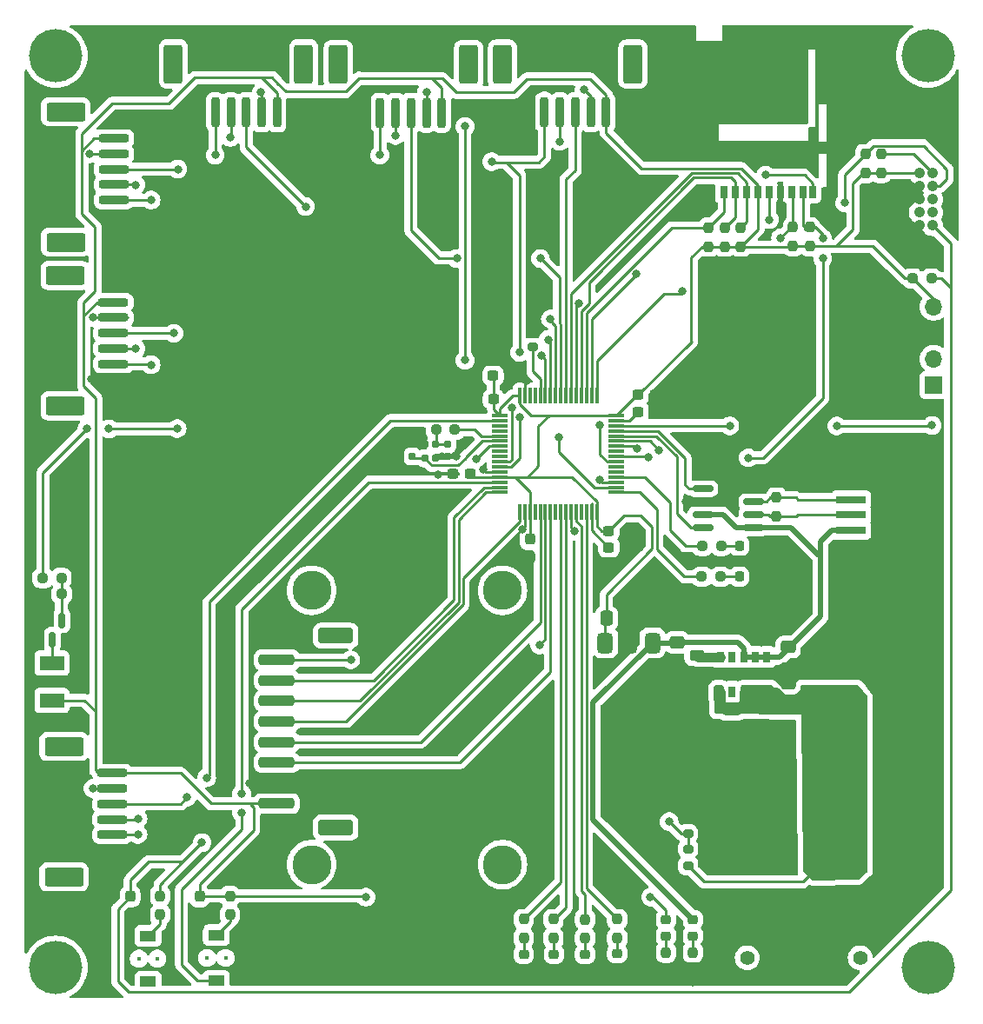
<source format=gtl>
%TF.GenerationSoftware,KiCad,Pcbnew,8.0.4-8.0.4-0~ubuntu22.04.1*%
%TF.CreationDate,2024-08-14T22:53:29+09:00*%
%TF.ProjectId,main,6d61696e-2e6b-4696-9361-645f70636258,rev?*%
%TF.SameCoordinates,Original*%
%TF.FileFunction,Copper,L1,Top*%
%TF.FilePolarity,Positive*%
%FSLAX46Y46*%
G04 Gerber Fmt 4.6, Leading zero omitted, Abs format (unit mm)*
G04 Created by KiCad (PCBNEW 8.0.4-8.0.4-0~ubuntu22.04.1) date 2024-08-14 22:53:29*
%MOMM*%
%LPD*%
G01*
G04 APERTURE LIST*
G04 Aperture macros list*
%AMRoundRect*
0 Rectangle with rounded corners*
0 $1 Rounding radius*
0 $2 $3 $4 $5 $6 $7 $8 $9 X,Y pos of 4 corners*
0 Add a 4 corners polygon primitive as box body*
4,1,4,$2,$3,$4,$5,$6,$7,$8,$9,$2,$3,0*
0 Add four circle primitives for the rounded corners*
1,1,$1+$1,$2,$3*
1,1,$1+$1,$4,$5*
1,1,$1+$1,$6,$7*
1,1,$1+$1,$8,$9*
0 Add four rect primitives between the rounded corners*
20,1,$1+$1,$2,$3,$4,$5,0*
20,1,$1+$1,$4,$5,$6,$7,0*
20,1,$1+$1,$6,$7,$8,$9,0*
20,1,$1+$1,$8,$9,$2,$3,0*%
G04 Aperture macros list end*
%TA.AperFunction,SMDPad,CuDef*%
%ADD10RoundRect,0.218750X0.218750X0.256250X-0.218750X0.256250X-0.218750X-0.256250X0.218750X-0.256250X0*%
%TD*%
%TA.AperFunction,SMDPad,CuDef*%
%ADD11RoundRect,0.237500X-0.300000X-0.237500X0.300000X-0.237500X0.300000X0.237500X-0.300000X0.237500X0*%
%TD*%
%TA.AperFunction,SMDPad,CuDef*%
%ADD12RoundRect,0.250000X-0.450000X0.262500X-0.450000X-0.262500X0.450000X-0.262500X0.450000X0.262500X0*%
%TD*%
%TA.AperFunction,SMDPad,CuDef*%
%ADD13RoundRect,0.237500X0.237500X-0.250000X0.237500X0.250000X-0.237500X0.250000X-0.237500X-0.250000X0*%
%TD*%
%TA.AperFunction,SMDPad,CuDef*%
%ADD14R,1.600000X1.050000*%
%TD*%
%TA.AperFunction,ComponentPad*%
%ADD15C,0.375000*%
%TD*%
%TA.AperFunction,ComponentPad*%
%ADD16C,5.200000*%
%TD*%
%TA.AperFunction,ConnectorPad*%
%ADD17C,5.200000*%
%TD*%
%TA.AperFunction,ComponentPad*%
%ADD18R,1.700000X1.700000*%
%TD*%
%TA.AperFunction,ComponentPad*%
%ADD19O,1.700000X1.700000*%
%TD*%
%TA.AperFunction,SMDPad,CuDef*%
%ADD20R,0.700000X1.200000*%
%TD*%
%TA.AperFunction,SMDPad,CuDef*%
%ADD21R,1.000000X0.800000*%
%TD*%
%TA.AperFunction,SMDPad,CuDef*%
%ADD22R,1.000000X1.200000*%
%TD*%
%TA.AperFunction,SMDPad,CuDef*%
%ADD23R,1.000000X2.800000*%
%TD*%
%TA.AperFunction,SMDPad,CuDef*%
%ADD24R,1.300000X1.900000*%
%TD*%
%TA.AperFunction,SMDPad,CuDef*%
%ADD25RoundRect,0.237500X-0.237500X0.250000X-0.237500X-0.250000X0.237500X-0.250000X0.237500X0.250000X0*%
%TD*%
%TA.AperFunction,ComponentPad*%
%ADD26C,3.800000*%
%TD*%
%TA.AperFunction,SMDPad,CuDef*%
%ADD27RoundRect,0.237500X-0.250000X-0.237500X0.250000X-0.237500X0.250000X0.237500X-0.250000X0.237500X0*%
%TD*%
%TA.AperFunction,SMDPad,CuDef*%
%ADD28RoundRect,0.237500X0.250000X0.237500X-0.250000X0.237500X-0.250000X-0.237500X0.250000X-0.237500X0*%
%TD*%
%TA.AperFunction,SMDPad,CuDef*%
%ADD29RoundRect,0.200000X-1.250000X0.200000X-1.250000X-0.200000X1.250000X-0.200000X1.250000X0.200000X0*%
%TD*%
%TA.AperFunction,SMDPad,CuDef*%
%ADD30RoundRect,0.250000X-1.650000X0.650000X-1.650000X-0.650000X1.650000X-0.650000X1.650000X0.650000X0*%
%TD*%
%TA.AperFunction,SMDPad,CuDef*%
%ADD31RoundRect,0.218750X0.256250X-0.218750X0.256250X0.218750X-0.256250X0.218750X-0.256250X-0.218750X0*%
%TD*%
%TA.AperFunction,SMDPad,CuDef*%
%ADD32R,2.400000X1.450000*%
%TD*%
%TA.AperFunction,SMDPad,CuDef*%
%ADD33RoundRect,0.250000X-0.337500X-0.475000X0.337500X-0.475000X0.337500X0.475000X-0.337500X0.475000X0*%
%TD*%
%TA.AperFunction,SMDPad,CuDef*%
%ADD34RoundRect,0.155000X0.155000X-0.212500X0.155000X0.212500X-0.155000X0.212500X-0.155000X-0.212500X0*%
%TD*%
%TA.AperFunction,SMDPad,CuDef*%
%ADD35RoundRect,0.237500X-0.237500X0.300000X-0.237500X-0.300000X0.237500X-0.300000X0.237500X0.300000X0*%
%TD*%
%TA.AperFunction,ComponentPad*%
%ADD36C,1.070000*%
%TD*%
%TA.AperFunction,SMDPad,CuDef*%
%ADD37RoundRect,0.075000X-0.700000X-0.075000X0.700000X-0.075000X0.700000X0.075000X-0.700000X0.075000X0*%
%TD*%
%TA.AperFunction,SMDPad,CuDef*%
%ADD38RoundRect,0.075000X-0.075000X-0.700000X0.075000X-0.700000X0.075000X0.700000X-0.075000X0.700000X0*%
%TD*%
%TA.AperFunction,SMDPad,CuDef*%
%ADD39R,2.900000X0.800000*%
%TD*%
%TA.AperFunction,SMDPad,CuDef*%
%ADD40R,3.800000X1.800000*%
%TD*%
%TA.AperFunction,SMDPad,CuDef*%
%ADD41RoundRect,0.200000X0.275000X-0.200000X0.275000X0.200000X-0.275000X0.200000X-0.275000X-0.200000X0*%
%TD*%
%TA.AperFunction,SMDPad,CuDef*%
%ADD42RoundRect,0.200000X0.200000X1.250000X-0.200000X1.250000X-0.200000X-1.250000X0.200000X-1.250000X0*%
%TD*%
%TA.AperFunction,SMDPad,CuDef*%
%ADD43RoundRect,0.250000X0.650000X1.650000X-0.650000X1.650000X-0.650000X-1.650000X0.650000X-1.650000X0*%
%TD*%
%TA.AperFunction,ComponentPad*%
%ADD44C,1.400000*%
%TD*%
%TA.AperFunction,ComponentPad*%
%ADD45R,3.500000X3.500000*%
%TD*%
%TA.AperFunction,ComponentPad*%
%ADD46C,3.500000*%
%TD*%
%TA.AperFunction,SMDPad,CuDef*%
%ADD47RoundRect,0.250000X1.950000X1.000000X-1.950000X1.000000X-1.950000X-1.000000X1.950000X-1.000000X0*%
%TD*%
%TA.AperFunction,SMDPad,CuDef*%
%ADD48RoundRect,0.375000X-0.375000X0.625000X-0.375000X-0.625000X0.375000X-0.625000X0.375000X0.625000X0*%
%TD*%
%TA.AperFunction,SMDPad,CuDef*%
%ADD49RoundRect,0.500000X-1.400000X0.500000X-1.400000X-0.500000X1.400000X-0.500000X1.400000X0.500000X0*%
%TD*%
%TA.AperFunction,SMDPad,CuDef*%
%ADD50RoundRect,0.175000X-0.175000X0.200000X-0.175000X-0.200000X0.175000X-0.200000X0.175000X0.200000X0*%
%TD*%
%TA.AperFunction,SMDPad,CuDef*%
%ADD51RoundRect,0.155000X-0.155000X0.212500X-0.155000X-0.212500X0.155000X-0.212500X0.155000X0.212500X0*%
%TD*%
%TA.AperFunction,SMDPad,CuDef*%
%ADD52RoundRect,0.250000X-0.475000X0.337500X-0.475000X-0.337500X0.475000X-0.337500X0.475000X0.337500X0*%
%TD*%
%TA.AperFunction,SMDPad,CuDef*%
%ADD53RoundRect,0.150000X-0.150000X0.587500X-0.150000X-0.587500X0.150000X-0.587500X0.150000X0.587500X0*%
%TD*%
%TA.AperFunction,SMDPad,CuDef*%
%ADD54RoundRect,0.237500X0.300000X0.237500X-0.300000X0.237500X-0.300000X-0.237500X0.300000X-0.237500X0*%
%TD*%
%TA.AperFunction,SMDPad,CuDef*%
%ADD55RoundRect,0.250000X1.500000X-0.250000X1.500000X0.250000X-1.500000X0.250000X-1.500000X-0.250000X0*%
%TD*%
%TA.AperFunction,SMDPad,CuDef*%
%ADD56RoundRect,0.250001X1.449999X-0.499999X1.449999X0.499999X-1.449999X0.499999X-1.449999X-0.499999X0*%
%TD*%
%TA.AperFunction,SMDPad,CuDef*%
%ADD57RoundRect,0.250000X0.475000X-0.337500X0.475000X0.337500X-0.475000X0.337500X-0.475000X-0.337500X0*%
%TD*%
%TA.AperFunction,SMDPad,CuDef*%
%ADD58RoundRect,0.150000X-0.825000X-0.150000X0.825000X-0.150000X0.825000X0.150000X-0.825000X0.150000X0*%
%TD*%
%TA.AperFunction,ComponentPad*%
%ADD59R,0.700000X1.100000*%
%TD*%
%TA.AperFunction,ComponentPad*%
%ADD60R,0.800000X1.100000*%
%TD*%
%TA.AperFunction,ViaPad*%
%ADD61C,0.800000*%
%TD*%
%TA.AperFunction,Conductor*%
%ADD62C,0.500000*%
%TD*%
%TA.AperFunction,Conductor*%
%ADD63C,0.250000*%
%TD*%
%TA.AperFunction,Conductor*%
%ADD64C,0.950000*%
%TD*%
G04 APERTURE END LIST*
D10*
%TO.P,D7,1,K*%
%TO.N,GND*%
X162719000Y-99016400D03*
%TO.P,D7,2,A*%
%TO.N,Net-(D7-A)*%
X161144000Y-99016400D03*
%TD*%
D11*
%TO.P,C12,1*%
%TO.N,+3.3V*%
X137161100Y-82448400D03*
%TO.P,C12,2*%
%TO.N,GND*%
X138886100Y-82448400D03*
%TD*%
D12*
%TO.P,R1,1*%
%TO.N,Net-(U1-FB)*%
X157017900Y-109716300D03*
%TO.P,R1,2*%
%TO.N,GND*%
X157017900Y-111541300D03*
%TD*%
D13*
%TO.P,R10,1*%
%TO.N,+3.3V*%
X159736000Y-69874200D03*
%TO.P,R10,2*%
%TO.N,/stm32f405rg/SDIO_D3*%
X159736000Y-68049200D03*
%TD*%
D14*
%TO.P,SW2,1,1*%
%TO.N,Net-(R21-Pad2)*%
X110210000Y-136930000D03*
%TO.P,SW2,2,2*%
%TO.N,/stm32f405rg/SW1*%
X110210000Y-141380000D03*
D15*
%TO.P,SW2,MH1*%
%TO.N,N/C*%
X111110000Y-139155000D03*
%TO.P,SW2,MH2*%
X109310000Y-139155000D03*
%TD*%
D16*
%TO.P,H3,1*%
%TO.N,N/C*%
X94550000Y-140100000D03*
D17*
X94550000Y-140100000D03*
%TD*%
D18*
%TO.P,J12,1,Pin_1*%
%TO.N,/stm32f405rg/USART1_RX*%
X180086000Y-83355200D03*
D19*
%TO.P,J12,2,Pin_2*%
%TO.N,/stm32f405rg/USART1_TX*%
X180086000Y-80815200D03*
%TO.P,J12,3,Pin_3*%
%TO.N,GND*%
X180086000Y-78275200D03*
%TO.P,J12,4,Pin_4*%
%TO.N,+3.3V*%
X180086000Y-75735200D03*
%TD*%
D20*
%TO.P,J9,1,DAT2*%
%TO.N,/stm32f405rg/SDIO_D2*%
X159640000Y-64550000D03*
%TO.P,J9,2,DAT3/CD*%
%TO.N,/stm32f405rg/SDIO_D3*%
X160740000Y-64550000D03*
%TO.P,J9,3,CMD*%
%TO.N,/stm32f405rg/SDIO_CMD*%
X161840000Y-64550000D03*
%TO.P,J9,4,VDD*%
%TO.N,+3.3V*%
X162940000Y-64550000D03*
%TO.P,J9,5,CLK*%
%TO.N,/stm32f405rg/SDIO_CK*%
X164040000Y-64550000D03*
%TO.P,J9,6,VSS*%
%TO.N,GND*%
X165140000Y-64550000D03*
%TO.P,J9,7,DAT0*%
%TO.N,/stm32f405rg/SDIO_D0*%
X166240000Y-64550000D03*
%TO.P,J9,8,DAT1*%
%TO.N,/stm32f405rg/SDIO_D1*%
X167340000Y-64550000D03*
%TO.P,J9,9,DET_B*%
%TO.N,/stm32f405rg/SDIO_SW*%
X168290000Y-64550000D03*
D21*
%TO.P,J9,10,DET_A*%
%TO.N,GND*%
X169240000Y-54050000D03*
D22*
%TO.P,J9,11,SHIELD*%
X169240000Y-60250000D03*
D23*
X169240000Y-49900000D03*
D22*
X158090000Y-64550000D03*
D24*
X155740000Y-49450000D03*
%TD*%
D25*
%TO.P,R5,1*%
%TO.N,Net-(D2-K)*%
X154000000Y-138630200D03*
%TO.P,R5,2*%
%TO.N,GND*%
X154000000Y-140455200D03*
%TD*%
D26*
%TO.P,H6,1*%
%TO.N,N/C*%
X138090000Y-103360000D03*
%TD*%
D27*
%TO.P,R24,1*%
%TO.N,+3.3V*%
X178037500Y-72975000D03*
%TO.P,R24,2*%
%TO.N,/stm32f405rg/NRST*%
X179862500Y-72975000D03*
%TD*%
D26*
%TO.P,H8,1*%
%TO.N,N/C*%
X119490000Y-130060000D03*
%TD*%
D28*
%TO.P,R16,1*%
%TO.N,/stm32f405rg/OSC_IN*%
X133425000Y-87700000D03*
%TO.P,R16,2*%
%TO.N,Net-(C15-Pad1)*%
X131600000Y-87700000D03*
%TD*%
D11*
%TO.P,C6,1*%
%TO.N,Net-(U3-VCAP_1)*%
X148437500Y-99175600D03*
%TO.P,C6,2*%
%TO.N,GND*%
X150162500Y-99175600D03*
%TD*%
D29*
%TO.P,J5,1,Pin_1*%
%TO.N,+3.3V*%
X100231400Y-59343600D03*
%TO.P,J5,2,Pin_2*%
%TO.N,/imu/SPI_MISO*%
X100231400Y-60843600D03*
%TO.P,J5,3,Pin_3*%
%TO.N,/stm32f405rg/SPI2_CS4*%
X100231400Y-62343600D03*
%TO.P,J5,4,Pin_4*%
%TO.N,/imu/SPI_CLK*%
X100231400Y-63843600D03*
%TO.P,J5,5,Pin_5*%
%TO.N,/imu/SPI_MOSI*%
X100231400Y-65343600D03*
%TO.P,J5,6,Pin_6*%
%TO.N,GND*%
X100231400Y-66843600D03*
D30*
%TO.P,J5,MP*%
%TO.N,N/C*%
X95531400Y-56743600D03*
X95531400Y-69443600D03*
%TD*%
D31*
%TO.P,D3,1,K*%
%TO.N,GND*%
X140157600Y-140401900D03*
%TO.P,D3,2,A*%
%TO.N,Net-(D3-A)*%
X140157600Y-138826900D03*
%TD*%
D25*
%TO.P,R18,1*%
%TO.N,/can/CAN_H*%
X164770000Y-94317500D03*
%TO.P,R18,2*%
%TO.N,/can/CAN_L*%
X164770000Y-96142500D03*
%TD*%
D26*
%TO.P,H5,1*%
%TO.N,N/C*%
X119490000Y-103360000D03*
%TD*%
D28*
%TO.P,R20,1*%
%TO.N,Net-(Q1-G)*%
X95142500Y-103721400D03*
%TO.P,R20,2*%
%TO.N,GND*%
X93317500Y-103721400D03*
%TD*%
D32*
%TO.P,SP1,1*%
%TO.N,+3.3V*%
X94190000Y-114080000D03*
%TO.P,SP1,2*%
%TO.N,Net-(Q1-D)*%
X94190000Y-110430000D03*
%TD*%
D33*
%TO.P,C4,1*%
%TO.N,+3.3V*%
X148217500Y-106095000D03*
%TO.P,C4,2*%
%TO.N,GND*%
X150292500Y-106095000D03*
%TD*%
D11*
%TO.P,C7,1*%
%TO.N,Net-(U3-VCAP_2)*%
X151283500Y-85953600D03*
%TO.P,C7,2*%
%TO.N,GND*%
X153008500Y-85953600D03*
%TD*%
D16*
%TO.P,H2,1*%
%TO.N,N/C*%
X179525000Y-51275000D03*
D17*
X179525000Y-51275000D03*
%TD*%
D16*
%TO.P,H4,1*%
%TO.N,N/C*%
X179541600Y-140093000D03*
D17*
X179541600Y-140093000D03*
%TD*%
D25*
%TO.P,R15,1*%
%TO.N,/stm32f405rg/LED3*%
X146125000Y-135400000D03*
%TO.P,R15,2*%
%TO.N,Net-(D5-A)*%
X146125000Y-137225000D03*
%TD*%
D34*
%TO.P,C16,1*%
%TO.N,/stm32f405rg/OSC_OUT*%
X129305000Y-90293600D03*
%TO.P,C16,2*%
%TO.N,GND*%
X129305000Y-89158600D03*
%TD*%
D35*
%TO.P,C14,1*%
%TO.N,/stm32f405rg/NRST*%
X101828000Y-133161700D03*
%TO.P,C14,2*%
%TO.N,GND*%
X101828000Y-134886700D03*
%TD*%
D29*
%TO.P,J7,1,Pin_1*%
%TO.N,+3.3V*%
X100079000Y-121167200D03*
%TO.P,J7,2,Pin_2*%
%TO.N,/imu/SPI_MISO*%
X100079000Y-122667200D03*
%TO.P,J7,3,Pin_3*%
%TO.N,/stm32f405rg/SPI2_CS6*%
X100079000Y-124167200D03*
%TO.P,J7,4,Pin_4*%
%TO.N,/imu/SPI_CLK*%
X100079000Y-125667200D03*
%TO.P,J7,5,Pin_5*%
%TO.N,/imu/SPI_MOSI*%
X100079000Y-127167200D03*
%TO.P,J7,6,Pin_6*%
%TO.N,GND*%
X100079000Y-128667200D03*
D30*
%TO.P,J7,MP*%
%TO.N,N/C*%
X95379000Y-118567200D03*
X95379000Y-131267200D03*
%TD*%
D36*
%TO.P,J11,1,VTref*%
%TO.N,+3.3V*%
X178705000Y-62730000D03*
%TO.P,J11,2,SWDIO/TMS*%
%TO.N,/stm32f405rg/SWDIO*%
X179975000Y-62730000D03*
%TO.P,J11,3,GND*%
%TO.N,GND*%
X178705000Y-64000000D03*
%TO.P,J11,4,SWDCLK/TCK*%
%TO.N,/stm32f405rg/SWCLK*%
X179975000Y-64000000D03*
%TO.P,J11,5,GND*%
%TO.N,GND*%
X178705000Y-65270000D03*
%TO.P,J11,6,SWO/TDO*%
%TO.N,unconnected-(J11-SWO{slash}TDO-Pad6)*%
X179975000Y-65270000D03*
%TO.P,J11,7,KEY*%
%TO.N,unconnected-(J11-KEY-Pad7)*%
X178705000Y-66540000D03*
%TO.P,J11,8,NC/TDI*%
%TO.N,unconnected-(J11-NC{slash}TDI-Pad8)*%
X179975000Y-66540000D03*
%TO.P,J11,9,GNDDetect*%
%TO.N,GND*%
X178705000Y-67810000D03*
%TO.P,J11,10,~{RESET}*%
%TO.N,/stm32f405rg/NRST*%
X179975000Y-67810000D03*
%TD*%
D37*
%TO.P,U3,1,VBAT*%
%TO.N,+3.3V*%
X137835000Y-86318400D03*
%TO.P,U3,2,PC13*%
%TO.N,/stm32f405rg/SPI2_CS6*%
X137835000Y-86818400D03*
%TO.P,U3,3,PC14*%
%TO.N,unconnected-(U3-PC14-Pad3)*%
X137835000Y-87318400D03*
%TO.P,U3,4,PC15*%
%TO.N,unconnected-(U3-PC15-Pad4)*%
X137835000Y-87818400D03*
%TO.P,U3,5,PH0*%
%TO.N,/stm32f405rg/OSC_IN*%
X137835000Y-88318400D03*
%TO.P,U3,6,PH1*%
%TO.N,/stm32f405rg/OSC_OUT*%
X137835000Y-88818400D03*
%TO.P,U3,7,NRST*%
%TO.N,/stm32f405rg/NRST*%
X137835000Y-89318400D03*
%TO.P,U3,8,PC0*%
%TO.N,unconnected-(U3-PC0-Pad8)*%
X137835000Y-89818400D03*
%TO.P,U3,9,PC1*%
%TO.N,unconnected-(U3-PC1-Pad9)*%
X137835000Y-90318400D03*
%TO.P,U3,10,PC2*%
%TO.N,/imu/SPI_MISO*%
X137835000Y-90818400D03*
%TO.P,U3,11,PC3*%
%TO.N,/imu/SPI_MOSI*%
X137835000Y-91318400D03*
%TO.P,U3,12,VSSA*%
%TO.N,GND*%
X137835000Y-91818400D03*
%TO.P,U3,13,VDDA*%
%TO.N,+3.3V*%
X137835000Y-92318400D03*
%TO.P,U3,14,PA0*%
%TO.N,/stm32f405rg/SW1*%
X137835000Y-92818400D03*
%TO.P,U3,15,PA1*%
%TO.N,unconnected-(U3-PA1-Pad15)*%
X137835000Y-93318400D03*
%TO.P,U3,16,PA2*%
%TO.N,/stm32f405rg/LCD_DC*%
X137835000Y-93818400D03*
D38*
%TO.P,U3,17,PA3*%
%TO.N,/stm32f405rg/SPI1_CS*%
X139760000Y-95743400D03*
%TO.P,U3,18,VSS*%
%TO.N,GND*%
X140260000Y-95743400D03*
%TO.P,U3,19,VDD*%
%TO.N,+3.3V*%
X140760000Y-95743400D03*
%TO.P,U3,20,PA4*%
%TO.N,unconnected-(U3-PA4-Pad20)*%
X141260000Y-95743400D03*
%TO.P,U3,21,PA5*%
%TO.N,/stm32f405rg/SPI1_SCK*%
X141760000Y-95743400D03*
%TO.P,U3,22,PA6*%
%TO.N,/stm32f405rg/TIM3_LCD_BL*%
X142260000Y-95743400D03*
%TO.P,U3,23,PA7*%
%TO.N,/stm32f405rg/SPI1_MOSI*%
X142760000Y-95743400D03*
%TO.P,U3,24,PC4*%
%TO.N,unconnected-(U3-PC4-Pad24)*%
X143260000Y-95743400D03*
%TO.P,U3,25,PC5*%
%TO.N,/stm32f405rg/LED1*%
X143760000Y-95743400D03*
%TO.P,U3,26,PB0*%
%TO.N,/stm32f405rg/LED2*%
X144260000Y-95743400D03*
%TO.P,U3,27,PB1*%
%TO.N,/power/ADC_BATTERY*%
X144760000Y-95743400D03*
%TO.P,U3,28,PB2*%
%TO.N,/stm32f405rg/LED3*%
X145260000Y-95743400D03*
%TO.P,U3,29,PB10*%
%TO.N,unconnected-(U3-PB10-Pad29)*%
X145760000Y-95743400D03*
%TO.P,U3,30,PB11*%
%TO.N,/stm32f405rg/LED4*%
X146260000Y-95743400D03*
%TO.P,U3,31,VCAP_1*%
%TO.N,Net-(U3-VCAP_1)*%
X146760000Y-95743400D03*
%TO.P,U3,32,VDD*%
%TO.N,+3.3V*%
X147260000Y-95743400D03*
D37*
%TO.P,U3,33,PB12*%
%TO.N,/stm32f405rg/LED_CAN_RX*%
X149185000Y-93818400D03*
%TO.P,U3,34,PB13*%
%TO.N,/imu/SPI_CLK*%
X149185000Y-93318400D03*
%TO.P,U3,35,PB14*%
%TO.N,/stm32f405rg/TIM12_SP*%
X149185000Y-92818400D03*
%TO.P,U3,36,PB15*%
%TO.N,/stm32f405rg/LED_CAN_TX*%
X149185000Y-92318400D03*
%TO.P,U3,37,PC6*%
%TO.N,unconnected-(U3-PC6-Pad37)*%
X149185000Y-91818400D03*
%TO.P,U3,38,PC7*%
%TO.N,unconnected-(U3-PC7-Pad38)*%
X149185000Y-91318400D03*
%TO.P,U3,39,PC8*%
%TO.N,/stm32f405rg/SDIO_D0*%
X149185000Y-90818400D03*
%TO.P,U3,40,PC9*%
%TO.N,/stm32f405rg/SDIO_D1*%
X149185000Y-90318400D03*
%TO.P,U3,41,PA8*%
%TO.N,unconnected-(U3-PA8-Pad41)*%
X149185000Y-89818400D03*
%TO.P,U3,42,PA9*%
%TO.N,/stm32f405rg/USART1_TX*%
X149185000Y-89318400D03*
%TO.P,U3,43,PA10*%
%TO.N,/stm32f405rg/USART1_RX*%
X149185000Y-88818400D03*
%TO.P,U3,44,PA11*%
%TO.N,/stm32f405rg/CAN_RX*%
X149185000Y-88318400D03*
%TO.P,U3,45,PA12*%
%TO.N,/stm32f405rg/CAN_TX*%
X149185000Y-87818400D03*
%TO.P,U3,46,PA13*%
%TO.N,/stm32f405rg/SWDIO*%
X149185000Y-87318400D03*
%TO.P,U3,47,VCAP_2*%
%TO.N,Net-(U3-VCAP_2)*%
X149185000Y-86818400D03*
%TO.P,U3,48,VDD*%
%TO.N,+3.3V*%
X149185000Y-86318400D03*
D38*
%TO.P,U3,49,PA14*%
%TO.N,/stm32f405rg/SWCLK*%
X147260000Y-84393400D03*
%TO.P,U3,50,PA15*%
%TO.N,/stm32f405rg/SDIO_SW*%
X146760000Y-84393400D03*
%TO.P,U3,51,PC10*%
%TO.N,/stm32f405rg/SDIO_D2*%
X146260000Y-84393400D03*
%TO.P,U3,52,PC11*%
%TO.N,/stm32f405rg/SDIO_D3*%
X145760000Y-84393400D03*
%TO.P,U3,53,PC12*%
%TO.N,/stm32f405rg/SDIO_CK*%
X145260000Y-84393400D03*
%TO.P,U3,54,PD2*%
%TO.N,/stm32f405rg/SDIO_CMD*%
X144760000Y-84393400D03*
%TO.P,U3,55,PB3*%
%TO.N,/stm32f405rg/SPI2_CS1*%
X144260000Y-84393400D03*
%TO.P,U3,56,PB4*%
%TO.N,/stm32f405rg/SPI2_CS2*%
X143760000Y-84393400D03*
%TO.P,U3,57,PB5*%
%TO.N,/stm32f405rg/SPI2_CS3*%
X143260000Y-84393400D03*
%TO.P,U3,58,PB6*%
%TO.N,/stm32f405rg/SPI2_CS4*%
X142760000Y-84393400D03*
%TO.P,U3,59,PB7*%
%TO.N,/stm32f405rg/SPI2_CS5*%
X142260000Y-84393400D03*
%TO.P,U3,60,BOOT0*%
%TO.N,Net-(U3-BOOT0)*%
X141760000Y-84393400D03*
%TO.P,U3,61,PB8*%
%TO.N,unconnected-(U3-PB8-Pad61)*%
X141260000Y-84393400D03*
%TO.P,U3,62,PB9*%
%TO.N,unconnected-(U3-PB9-Pad62)*%
X140760000Y-84393400D03*
%TO.P,U3,63,VSS*%
%TO.N,GND*%
X140260000Y-84393400D03*
%TO.P,U3,64,VDD*%
%TO.N,+3.3V*%
X139760000Y-84393400D03*
%TD*%
D25*
%TO.P,R13,1*%
%TO.N,/stm32f405rg/LED2*%
X143050000Y-135387500D03*
%TO.P,R13,2*%
%TO.N,Net-(D4-A)*%
X143050000Y-137212500D03*
%TD*%
%TO.P,R4,1*%
%TO.N,Net-(D1-K)*%
X156625000Y-138617700D03*
%TO.P,R4,2*%
%TO.N,GND*%
X156625000Y-140442700D03*
%TD*%
D39*
%TO.P,J8,1,Pin_1*%
%TO.N,+5V*%
X172050000Y-97510000D03*
%TO.P,J8,2,Pin_2*%
%TO.N,/can/CAN_L*%
X172050000Y-96010000D03*
%TO.P,J8,3,Pin_3*%
%TO.N,/can/CAN_H*%
X172050000Y-94510000D03*
%TO.P,J8,4,Pin_4*%
%TO.N,GND*%
X172050000Y-93010000D03*
D40*
%TO.P,J8,5,Pin_5*%
X176750000Y-100110000D03*
%TO.P,J8,6,Pin_6*%
X176750000Y-90410000D03*
%TD*%
D26*
%TO.P,H7,1*%
%TO.N,N/C*%
X138090000Y-130060000D03*
%TD*%
D14*
%TO.P,SW1,1,1*%
%TO.N,Net-(R14-Pad2)*%
X103555200Y-137007300D03*
%TO.P,SW1,2,2*%
%TO.N,unconnected-(SW1-Pad2)*%
X103555200Y-141457300D03*
D15*
%TO.P,SW1,MH1*%
%TO.N,N/C*%
X104455200Y-139232300D03*
%TO.P,SW1,MH2*%
X102655200Y-139232300D03*
%TD*%
D41*
%TO.P,R3,1*%
%TO.N,/power/ADC_BATTERY*%
X156150000Y-127065000D03*
%TO.P,R3,2*%
%TO.N,GND*%
X156150000Y-125415000D03*
%TD*%
D35*
%TO.P,C9,1*%
%TO.N,+3.3V*%
X140740000Y-98390000D03*
%TO.P,C9,2*%
%TO.N,GND*%
X140740000Y-100115000D03*
%TD*%
D42*
%TO.P,J4,1,Pin_1*%
%TO.N,+3.3V*%
X116119600Y-56797400D03*
%TO.P,J4,2,Pin_2*%
%TO.N,/imu/SPI_MISO*%
X114619600Y-56797400D03*
%TO.P,J4,3,Pin_3*%
%TO.N,/stm32f405rg/SPI2_CS3*%
X113119600Y-56797400D03*
%TO.P,J4,4,Pin_4*%
%TO.N,/imu/SPI_CLK*%
X111619600Y-56797400D03*
%TO.P,J4,5,Pin_5*%
%TO.N,/imu/SPI_MOSI*%
X110119600Y-56797400D03*
%TO.P,J4,6,Pin_6*%
%TO.N,GND*%
X108619600Y-56797400D03*
D43*
%TO.P,J4,MP*%
%TO.N,N/C*%
X118719600Y-52097400D03*
X106019600Y-52097400D03*
%TD*%
D31*
%TO.P,D4,1,K*%
%TO.N,GND*%
X143108400Y-140367000D03*
%TO.P,D4,2,A*%
%TO.N,Net-(D4-A)*%
X143108400Y-138792000D03*
%TD*%
%TO.P,D1,1,K*%
%TO.N,Net-(D1-K)*%
X156625000Y-137017700D03*
%TO.P,D1,2,A*%
%TO.N,+5V*%
X156625000Y-135442700D03*
%TD*%
D42*
%TO.P,J3,1,Pin_1*%
%TO.N,+3.3V*%
X132172400Y-56848200D03*
%TO.P,J3,2,Pin_2*%
%TO.N,/imu/SPI_MISO*%
X130672400Y-56848200D03*
%TO.P,J3,3,Pin_3*%
%TO.N,/stm32f405rg/SPI2_CS2*%
X129172400Y-56848200D03*
%TO.P,J3,4,Pin_4*%
%TO.N,/imu/SPI_CLK*%
X127672400Y-56848200D03*
%TO.P,J3,5,Pin_5*%
%TO.N,/imu/SPI_MOSI*%
X126172400Y-56848200D03*
%TO.P,J3,6,Pin_6*%
%TO.N,GND*%
X124672400Y-56848200D03*
D43*
%TO.P,J3,MP*%
%TO.N,N/C*%
X134772400Y-52148200D03*
X122072400Y-52148200D03*
%TD*%
D11*
%TO.P,C10,1*%
%TO.N,+3.3V*%
X148437500Y-97550000D03*
%TO.P,C10,2*%
%TO.N,GND*%
X150162500Y-97550000D03*
%TD*%
D44*
%TO.P,J1,*%
%TO.N,*%
X172922500Y-139147500D03*
X161922500Y-139147500D03*
D45*
%TO.P,J1,1,Pin_1*%
%TO.N,GND*%
X164922500Y-129147500D03*
D46*
%TO.P,J1,2,Pin_2*%
%TO.N,+BATT*%
X169922500Y-129147500D03*
%TD*%
D16*
%TO.P,H1,1*%
%TO.N,N/C*%
X94550000Y-51300000D03*
D17*
X94550000Y-51300000D03*
%TD*%
D25*
%TO.P,R14,1*%
%TO.N,/stm32f405rg/NRST*%
X104723600Y-133113600D03*
%TO.P,R14,2*%
%TO.N,Net-(R14-Pad2)*%
X104723600Y-134938600D03*
%TD*%
D47*
%TO.P,C1,1*%
%TO.N,+BATT*%
X170560000Y-121270000D03*
%TO.P,C1,2*%
%TO.N,GND*%
X163160000Y-121270000D03*
%TD*%
D48*
%TO.P,U2,1,IN*%
%TO.N,+5V*%
X152692500Y-108470000D03*
%TO.P,U2,2,GND*%
%TO.N,GND*%
X150392500Y-108470000D03*
%TO.P,U2,3,OUT*%
%TO.N,+3.3V*%
X148092500Y-108470000D03*
D49*
%TO.P,U2,4,GND*%
%TO.N,GND*%
X150392500Y-114770000D03*
%TD*%
D31*
%TO.P,D5,1,K*%
%TO.N,GND*%
X146125000Y-140379000D03*
%TO.P,D5,2,A*%
%TO.N,Net-(D5-A)*%
X146125000Y-138804000D03*
%TD*%
D50*
%TO.P,Y1,1,1*%
%TO.N,Net-(C15-Pad1)*%
X131575000Y-89138100D03*
%TO.P,Y1,2,2*%
%TO.N,GND*%
X130575000Y-89138100D03*
X131575000Y-90488100D03*
%TO.P,Y1,3,3*%
%TO.N,/stm32f405rg/OSC_OUT*%
X130575000Y-90488100D03*
%TD*%
D29*
%TO.P,J6,1,Pin_1*%
%TO.N,+3.3V*%
X100180600Y-75294800D03*
%TO.P,J6,2,Pin_2*%
%TO.N,/imu/SPI_MISO*%
X100180600Y-76794800D03*
%TO.P,J6,3,Pin_3*%
%TO.N,/stm32f405rg/SPI2_CS5*%
X100180600Y-78294800D03*
%TO.P,J6,4,Pin_4*%
%TO.N,/imu/SPI_CLK*%
X100180600Y-79794800D03*
%TO.P,J6,5,Pin_5*%
%TO.N,/imu/SPI_MOSI*%
X100180600Y-81294800D03*
%TO.P,J6,6,Pin_6*%
%TO.N,GND*%
X100180600Y-82794800D03*
D30*
%TO.P,J6,MP*%
%TO.N,N/C*%
X95480600Y-72694800D03*
X95480600Y-85394800D03*
%TD*%
D10*
%TO.P,D8,1,K*%
%TO.N,GND*%
X162719000Y-102016400D03*
%TO.P,D8,2,A*%
%TO.N,Net-(D8-A)*%
X161144000Y-102016400D03*
%TD*%
D51*
%TO.P,C15,1*%
%TO.N,Net-(C15-Pad1)*%
X132759400Y-89158600D03*
%TO.P,C15,2*%
%TO.N,GND*%
X132759400Y-90293600D03*
%TD*%
D52*
%TO.P,C5,1*%
%TO.N,+5V*%
X165907900Y-108880100D03*
%TO.P,C5,2*%
%TO.N,GND*%
X165907900Y-110955100D03*
%TD*%
D53*
%TO.P,Q1,1,G*%
%TO.N,Net-(Q1-G)*%
X95180000Y-106282500D03*
%TO.P,Q1,2,S*%
%TO.N,GND*%
X93280000Y-106282500D03*
%TO.P,Q1,3,D*%
%TO.N,Net-(Q1-D)*%
X94230000Y-108157500D03*
%TD*%
D27*
%TO.P,R22,1*%
%TO.N,/stm32f405rg/LED_CAN_TX*%
X157548900Y-99027800D03*
%TO.P,R22,2*%
%TO.N,Net-(D7-A)*%
X159373900Y-99027800D03*
%TD*%
D54*
%TO.P,C13,1*%
%TO.N,+3.3V*%
X134942500Y-92040000D03*
%TO.P,C13,2*%
%TO.N,GND*%
X133217500Y-92040000D03*
%TD*%
D13*
%TO.P,R11,1*%
%TO.N,+3.3V*%
X158161200Y-69874200D03*
%TO.P,R11,2*%
%TO.N,/stm32f405rg/SDIO_D2*%
X158161200Y-68049200D03*
%TD*%
%TO.P,R25,1*%
%TO.N,+3.3V*%
X173425000Y-62700000D03*
%TO.P,R25,2*%
%TO.N,/stm32f405rg/SWCLK*%
X173425000Y-60875000D03*
%TD*%
D27*
%TO.P,R23,1*%
%TO.N,/stm32f405rg/LED_CAN_RX*%
X157500000Y-102025000D03*
%TO.P,R23,2*%
%TO.N,Net-(D8-A)*%
X159325000Y-102025000D03*
%TD*%
D55*
%TO.P,J10,1,Pin_1*%
%TO.N,+3.3V*%
X116100000Y-124125000D03*
%TO.P,J10,2,Pin_2*%
%TO.N,GND*%
X116100000Y-122125000D03*
%TO.P,J10,3,Pin_3*%
%TO.N,/stm32f405rg/SPI1_MOSI*%
X116100000Y-120125000D03*
%TO.P,J10,4,Pin_4*%
%TO.N,/stm32f405rg/SPI1_SCK*%
X116100000Y-118125000D03*
%TO.P,J10,5,Pin_5*%
%TO.N,/stm32f405rg/SPI1_CS*%
X116100000Y-116125000D03*
%TO.P,J10,6,Pin_6*%
%TO.N,/stm32f405rg/LCD_DC*%
X116100000Y-114125000D03*
%TO.P,J10,7,Pin_7*%
%TO.N,/stm32f405rg/LCD_RST*%
X116100000Y-112125000D03*
%TO.P,J10,8,Pin_8*%
%TO.N,/stm32f405rg/TIM3_LCD_BL*%
X116100000Y-110125000D03*
D56*
%TO.P,J10,MP*%
%TO.N,N/C*%
X121850000Y-126475000D03*
X121850000Y-107775000D03*
%TD*%
D41*
%TO.P,R2,1*%
%TO.N,+BATT*%
X156160000Y-130190000D03*
%TO.P,R2,2*%
%TO.N,/power/ADC_BATTERY*%
X156160000Y-128540000D03*
%TD*%
D13*
%TO.P,R7,1*%
%TO.N,+3.3V*%
X168016400Y-69819600D03*
%TO.P,R7,2*%
%TO.N,/stm32f405rg/SDIO_D1*%
X168016400Y-67994600D03*
%TD*%
D25*
%TO.P,R17,1*%
%TO.N,/stm32f405rg/LED4*%
X149250000Y-135387500D03*
%TO.P,R17,2*%
%TO.N,Net-(D6-A)*%
X149250000Y-137212500D03*
%TD*%
D13*
%TO.P,R9,1*%
%TO.N,+3.3V*%
X161310800Y-69876100D03*
%TO.P,R9,2*%
%TO.N,/stm32f405rg/SDIO_CMD*%
X161310800Y-68051100D03*
%TD*%
%TO.P,R26,1*%
%TO.N,+3.3V*%
X174975000Y-62687500D03*
%TO.P,R26,2*%
%TO.N,/stm32f405rg/SWDIO*%
X174975000Y-60862500D03*
%TD*%
D57*
%TO.P,C2,1*%
%TO.N,+BATT*%
X165907900Y-114460300D03*
%TO.P,C2,2*%
%TO.N,GND*%
X165907900Y-112385300D03*
%TD*%
D58*
%TO.P,U4,1,TXD*%
%TO.N,/stm32f405rg/CAN_TX*%
X157595800Y-93446600D03*
%TO.P,U4,2,VSS*%
%TO.N,GND*%
X157595800Y-94716600D03*
%TO.P,U4,3,VDD*%
%TO.N,+5V*%
X157595800Y-95986600D03*
%TO.P,U4,4,RXD*%
%TO.N,/stm32f405rg/CAN_RX*%
X157595800Y-97256600D03*
%TO.P,U4,5,Vio*%
%TO.N,+5V*%
X162545800Y-97256600D03*
%TO.P,U4,6,CANL*%
%TO.N,/can/CAN_L*%
X162545800Y-95986600D03*
%TO.P,U4,7,CANH*%
%TO.N,/can/CAN_H*%
X162545800Y-94716600D03*
%TO.P,U4,8,STBY*%
%TO.N,GND*%
X162545800Y-93446600D03*
%TD*%
D31*
%TO.P,D2,1,K*%
%TO.N,Net-(D2-K)*%
X154000000Y-137012300D03*
%TO.P,D2,2,A*%
%TO.N,+3.3V*%
X154000000Y-135437300D03*
%TD*%
D57*
%TO.P,C3,1*%
%TO.N,+5V*%
X155110000Y-108447500D03*
%TO.P,C3,2*%
%TO.N,GND*%
X155110000Y-106372500D03*
%TD*%
D25*
%TO.P,R12,1*%
%TO.N,/stm32f405rg/LED1*%
X140150000Y-135387500D03*
%TO.P,R12,2*%
%TO.N,Net-(D3-A)*%
X140150000Y-137212500D03*
%TD*%
D42*
%TO.P,J2,1,Pin_1*%
%TO.N,+3.3V*%
X148178000Y-56808200D03*
%TO.P,J2,2,Pin_2*%
%TO.N,/imu/SPI_MISO*%
X146678000Y-56808200D03*
%TO.P,J2,3,Pin_3*%
%TO.N,/stm32f405rg/SPI2_CS1*%
X145178000Y-56808200D03*
%TO.P,J2,4,Pin_4*%
%TO.N,/imu/SPI_CLK*%
X143678000Y-56808200D03*
%TO.P,J2,5,Pin_5*%
%TO.N,/imu/SPI_MOSI*%
X142178000Y-56808200D03*
%TO.P,J2,6,Pin_6*%
%TO.N,GND*%
X140678000Y-56808200D03*
D43*
%TO.P,J2,MP*%
%TO.N,N/C*%
X150778000Y-52108200D03*
X138078000Y-52108200D03*
%TD*%
D13*
%TO.P,R8,1*%
%TO.N,+3.3V*%
X166390800Y-69821500D03*
%TO.P,R8,2*%
%TO.N,/stm32f405rg/SDIO_D0*%
X166390800Y-67996500D03*
%TD*%
D27*
%TO.P,R19,1*%
%TO.N,/stm32f405rg/TIM12_SP*%
X93295000Y-102151400D03*
%TO.P,R19,2*%
%TO.N,Net-(Q1-G)*%
X95120000Y-102151400D03*
%TD*%
D25*
%TO.P,R21,1*%
%TO.N,+3.3V*%
X111530800Y-133136000D03*
%TO.P,R21,2*%
%TO.N,Net-(R21-Pad2)*%
X111530800Y-134961000D03*
%TD*%
D41*
%TO.P,R6,1*%
%TO.N,Net-(U3-BOOT0)*%
X141050000Y-79675000D03*
%TO.P,R6,2*%
%TO.N,GND*%
X141050000Y-78025000D03*
%TD*%
D54*
%TO.P,C8,1*%
%TO.N,+3.3V*%
X137209700Y-84734400D03*
%TO.P,C8,2*%
%TO.N,GND*%
X135484700Y-84734400D03*
%TD*%
D31*
%TO.P,D6,1,K*%
%TO.N,GND*%
X149250000Y-140315700D03*
%TO.P,D6,2,A*%
%TO.N,Net-(D6-A)*%
X149250000Y-138740700D03*
%TD*%
D35*
%TO.P,C17,1*%
%TO.N,+3.3V*%
X108584400Y-133186000D03*
%TO.P,C17,2*%
%TO.N,GND*%
X108584400Y-134911000D03*
%TD*%
D59*
%TO.P,U1,1,EN*%
%TO.N,+BATT*%
X159339900Y-113243200D03*
%TO.P,U1,2,NC*%
%TO.N,unconnected-(U1-NC-Pad2)*%
X160439900Y-113243200D03*
D60*
%TO.P,U1,3,VIN*%
%TO.N,+BATT*%
X161589900Y-113243200D03*
D59*
%TO.P,U1,4,VIN*%
X162739900Y-113243200D03*
%TO.P,U1,5,VIN*%
X163839900Y-113243200D03*
%TO.P,U1,6,GND*%
%TO.N,GND*%
X163839900Y-111543200D03*
%TO.P,U1,7,VOUT*%
%TO.N,+5V*%
X163839900Y-109843200D03*
%TO.P,U1,8,VOUT*%
X162739900Y-109843200D03*
D60*
%TO.P,U1,9,VOUT*%
X161589900Y-109843200D03*
D59*
%TO.P,U1,10,PG*%
%TO.N,unconnected-(U1-PG-Pad10)*%
X160439900Y-109843200D03*
%TO.P,U1,11,FB*%
%TO.N,Net-(U1-FB)*%
X159339900Y-109843200D03*
%TO.P,U1,12,GND*%
%TO.N,GND*%
X159339900Y-111543200D03*
D60*
%TO.P,U1,13,GND*%
X161589900Y-111543200D03*
D59*
%TO.P,U1,14,GND*%
X162739900Y-111543200D03*
%TD*%
D11*
%TO.P,C11,1*%
%TO.N,+3.3V*%
X151283500Y-84328000D03*
%TO.P,C11,2*%
%TO.N,GND*%
X153008500Y-84328000D03*
%TD*%
D61*
%TO.N,GND*%
X95504000Y-85496400D03*
X151431200Y-99171400D03*
X178664000Y-90424000D03*
X106019600Y-52070000D03*
X108356400Y-69291200D03*
X158120000Y-65760000D03*
X94470000Y-99610000D03*
X145592800Y-51155600D03*
X94386400Y-127863600D03*
X169240000Y-54050000D03*
X137080000Y-67330000D03*
X172190000Y-81290000D03*
X113400000Y-122100000D03*
X117350000Y-84080000D03*
X177380000Y-124510000D03*
X148060000Y-63550000D03*
X147472400Y-69545200D03*
X176685200Y-90164400D03*
X161380000Y-82800000D03*
X176583200Y-99765400D03*
X133625000Y-90300000D03*
X169240000Y-49900000D03*
X132080000Y-65700000D03*
X164050000Y-77560000D03*
X136225000Y-91593400D03*
X116360000Y-91200000D03*
X95504000Y-72593200D03*
X92010000Y-107731400D03*
X140484300Y-82950000D03*
X138074400Y-52070000D03*
X172530000Y-74420000D03*
X124980000Y-65940000D03*
X95402400Y-118618000D03*
X126120000Y-103280000D03*
X117957600Y-62788800D03*
X126550000Y-75950000D03*
X128168400Y-51612800D03*
X154000000Y-141467700D03*
X156625000Y-141542700D03*
X157835600Y-61010800D03*
X122834400Y-71882000D03*
X155110000Y-104950000D03*
X100810000Y-92550000D03*
X140710000Y-101360000D03*
X164435000Y-120595000D03*
X100610000Y-106110000D03*
X178613000Y-105461000D03*
X108966000Y-126136400D03*
X110400000Y-96660000D03*
X164033200Y-53289200D03*
X128320000Y-89170000D03*
X169240000Y-60250000D03*
X156140000Y-124275000D03*
X143108400Y-141369500D03*
X139410000Y-122590000D03*
X131830000Y-92093400D03*
X94284800Y-60756800D03*
X156770000Y-119310000D03*
X140158400Y-141419500D03*
X94589600Y-122021600D03*
X164435000Y-121970000D03*
X154975000Y-84325000D03*
X178463200Y-95599600D03*
X121825000Y-126475000D03*
X136890000Y-114650000D03*
X175768000Y-135534400D03*
X169880000Y-93010000D03*
X98050000Y-82800000D03*
X140035000Y-97390000D03*
X122123200Y-52120800D03*
X163656500Y-102041400D03*
X134300000Y-128490000D03*
X134188253Y-84286747D03*
X101855200Y-136007300D03*
X130302000Y-75793600D03*
X150405000Y-116595000D03*
X92500000Y-116050000D03*
X173840000Y-55110000D03*
X155925000Y-94725000D03*
X126560000Y-123380000D03*
X107400000Y-112890000D03*
X146083400Y-141369500D03*
X95656400Y-56743600D03*
X106629200Y-81991200D03*
X140650000Y-58950000D03*
X160850000Y-93450000D03*
X138900000Y-81300000D03*
X131560000Y-111640000D03*
X113233200Y-51917600D03*
X121827205Y-107842829D03*
X127965200Y-62687200D03*
X155740000Y-49450000D03*
X108625000Y-59250000D03*
X132150000Y-139280000D03*
X165970000Y-100900000D03*
X163210000Y-121270000D03*
X95402400Y-131470400D03*
X128170000Y-97010000D03*
X108650000Y-136170000D03*
X123530000Y-139140000D03*
X150825200Y-52222400D03*
X150355000Y-104770000D03*
X151431200Y-97546400D03*
X118770400Y-52171600D03*
X95707200Y-69392800D03*
X154975000Y-85975000D03*
X124650000Y-59025000D03*
X97586800Y-136398000D03*
X131040000Y-128540000D03*
X149283400Y-141444500D03*
X174930000Y-112620000D03*
X141075000Y-76325000D03*
X162010000Y-121945000D03*
X162010000Y-120595000D03*
X102500000Y-128700000D03*
X165167862Y-65907745D03*
X94488000Y-79451200D03*
X163806500Y-99041400D03*
X141490000Y-73320000D03*
X100250000Y-67900000D03*
X123590000Y-130110000D03*
X134772400Y-52019200D03*
%TO.N,+3.3V*%
X124775000Y-133250000D03*
X152500000Y-133225000D03*
%TO.N,/stm32f405rg/NRST*%
X108810000Y-127920000D03*
X135500000Y-90600000D03*
%TO.N,/imu/SPI_MISO*%
X134431800Y-58168800D03*
X98177903Y-122652903D03*
X97825000Y-60850000D03*
X134431800Y-80950000D03*
X114575000Y-54850000D03*
X98200000Y-76794800D03*
X130700000Y-54808800D03*
X146025000Y-54600000D03*
X138983500Y-85589800D03*
%TO.N,/imu/SPI_CLK*%
X102575000Y-125600000D03*
X111575000Y-59250000D03*
X102375000Y-79825000D03*
X143650000Y-59625000D03*
X127650000Y-59075000D03*
X102350000Y-63850000D03*
X143575000Y-88475000D03*
%TO.N,/imu/SPI_MOSI*%
X139759300Y-86456500D03*
X126138298Y-60950000D03*
X110100000Y-60950000D03*
X103850000Y-65350000D03*
X137025000Y-61600000D03*
X102575000Y-127125000D03*
X103850000Y-81375000D03*
X139750000Y-80175000D03*
%TO.N,/stm32f405rg/SPI2_CS2*%
X141775000Y-71025600D03*
X133629600Y-71025600D03*
%TO.N,/stm32f405rg/SPI2_CS3*%
X142750000Y-76925000D03*
X118900000Y-65975000D03*
%TO.N,/stm32f405rg/SPI2_CS4*%
X106450000Y-62325000D03*
X142535000Y-78925000D03*
%TO.N,/stm32f405rg/SPI2_CS5*%
X106075000Y-78325000D03*
X141883042Y-80453621D03*
%TO.N,/stm32f405rg/SPI2_CS6*%
X109275000Y-121600000D03*
X107375000Y-123500000D03*
%TO.N,/stm32f405rg/SWDIO*%
X170650000Y-87350000D03*
X160225000Y-87325000D03*
X179925000Y-87300000D03*
%TO.N,/stm32f405rg/SWCLK*%
X155600000Y-74200000D03*
X171425000Y-65625000D03*
%TO.N,/stm32f405rg/USART1_RX*%
X153300000Y-89691400D03*
%TO.N,/stm32f405rg/USART1_TX*%
X151175000Y-89543400D03*
%TO.N,/stm32f405rg/SW1*%
X112675000Y-123150000D03*
X112675000Y-125000000D03*
%TO.N,/stm32f405rg/SDIO_CK*%
X145485000Y-75400000D03*
X164100000Y-67250000D03*
%TO.N,/stm32f405rg/SDIO_D0*%
X165178252Y-69028252D03*
X147575000Y-87300000D03*
%TO.N,/stm32f405rg/SDIO_D1*%
X152275000Y-90350000D03*
X162025000Y-90450000D03*
X169275000Y-69094600D03*
X169275000Y-71025000D03*
%TO.N,/stm32f405rg/TIM3_LCD_BL*%
X123310000Y-110125000D03*
X141675000Y-108675000D03*
%TO.N,/stm32f405rg/TIM12_SP*%
X99750000Y-87630000D03*
X147550000Y-92595000D03*
X106390000Y-87600000D03*
X97600000Y-87620000D03*
%TO.N,/stm32f405rg/SDIO_SW*%
X151072653Y-72552653D03*
X163720000Y-62910000D03*
%TO.N,/power/ADC_BATTERY*%
X145070000Y-97580000D03*
X154310000Y-125885000D03*
%TD*%
D62*
%TO.N,+5V*%
X169062000Y-105900000D02*
X169062000Y-99940000D01*
X162545800Y-97256600D02*
X160825400Y-97256600D01*
X155110000Y-108447500D02*
X161029050Y-108447500D01*
X152692500Y-108470000D02*
X152692500Y-107732500D01*
X165907900Y-109055100D02*
X165907900Y-109054100D01*
X168850000Y-99940000D02*
X169062000Y-99940000D01*
X163839900Y-109843200D02*
X163839900Y-109843000D01*
X163839900Y-109843000D02*
X165119000Y-109843000D01*
X156625000Y-135442700D02*
X156625000Y-135415000D01*
X165907900Y-109054100D02*
X169062000Y-105900000D01*
X156625000Y-135415000D02*
X146900000Y-125690000D01*
X162739900Y-109843000D02*
X163839900Y-109843000D01*
X169062000Y-99940000D02*
X169062000Y-98608000D01*
X155087500Y-108470000D02*
X155110000Y-108447500D01*
X165907900Y-109055100D02*
X165935000Y-109055100D01*
X165119000Y-109843000D02*
X165908000Y-109054000D01*
X169062000Y-98608000D02*
X170160000Y-97510000D01*
X165907900Y-109055100D02*
X165908000Y-109055000D01*
X161589900Y-109008350D02*
X161589900Y-109843200D01*
X162545800Y-97256600D02*
X166166600Y-97256600D01*
X162739900Y-109843200D02*
X162739900Y-109843000D01*
X159555400Y-95986600D02*
X157595800Y-95986600D01*
X170160000Y-97510000D02*
X172050000Y-97510000D01*
X165908000Y-109055000D02*
X165908000Y-109054000D01*
X146900000Y-114262500D02*
X152692500Y-108470000D01*
X165908000Y-109054000D02*
X165908000Y-109055000D01*
X161029050Y-108447500D02*
X161589900Y-109008350D01*
X152692500Y-108470000D02*
X155087500Y-108470000D01*
X161589000Y-109843000D02*
X162739900Y-109843000D01*
X160825400Y-97256600D02*
X159555400Y-95986600D01*
X146900000Y-125690000D02*
X146900000Y-114262500D01*
X166166600Y-97256600D02*
X168850000Y-99940000D01*
X152697600Y-108475100D02*
X152692500Y-108470000D01*
D63*
%TO.N,GND*%
X176685200Y-90164400D02*
X176690000Y-90159600D01*
X100231400Y-67881400D02*
X100250000Y-67900000D01*
X156625000Y-140442700D02*
X156625000Y-141542700D01*
X134635906Y-84734400D02*
X134188253Y-84286747D01*
X157595800Y-94716600D02*
X157187100Y-94716600D01*
X151427000Y-99175600D02*
X151431200Y-99171400D01*
X154972000Y-84328000D02*
X154975000Y-84325000D01*
X130282500Y-89138100D02*
X130400000Y-89138100D01*
X162719000Y-99016400D02*
X163781500Y-99016400D01*
D64*
X164890000Y-111543000D02*
X164890000Y-111240000D01*
D63*
X165183400Y-64360700D02*
X165183400Y-64824200D01*
X138886100Y-81313900D02*
X138900000Y-81300000D01*
X132759400Y-90293600D02*
X132564900Y-90488100D01*
X165907900Y-112560300D02*
X165907900Y-112560000D01*
X93317500Y-106226200D02*
X93280000Y-106263700D01*
X146099600Y-140025700D02*
X146125000Y-140051100D01*
X133625000Y-90300000D02*
X133618600Y-90293600D01*
X149250000Y-141411100D02*
X149283400Y-141444500D01*
X133618600Y-90293600D02*
X132759400Y-90293600D01*
X140810800Y-56941000D02*
X140678000Y-56808200D01*
D64*
X165524694Y-112385300D02*
X165907900Y-112385300D01*
D63*
X160853400Y-93446600D02*
X160850000Y-93450000D01*
X140260000Y-83174300D02*
X140484300Y-82950000D01*
X149250000Y-140315700D02*
X149250000Y-141411100D01*
X108619600Y-59244600D02*
X108625000Y-59250000D01*
X151427600Y-97550000D02*
X151431200Y-97546400D01*
X136450000Y-91818400D02*
X136225000Y-91593400D01*
X165907900Y-112560000D02*
X165907000Y-112560000D01*
X153008500Y-85953600D02*
X154953600Y-85953600D01*
X143108400Y-140065700D02*
X143108400Y-140064500D01*
X158090000Y-64550000D02*
X158090000Y-65730000D01*
X136809600Y-91818400D02*
X136450000Y-91818400D01*
X176583200Y-99765400D02*
X176615400Y-99765400D01*
X176690000Y-90159600D02*
X176690000Y-90140000D01*
X141050000Y-76350000D02*
X141050000Y-78025000D01*
X108619600Y-56029800D02*
X108619600Y-56797400D01*
D64*
X164890000Y-111543000D02*
X164890000Y-111750606D01*
D63*
X146125000Y-141327900D02*
X146083400Y-141369500D01*
X98720300Y-128667200D02*
X100079000Y-128667200D01*
X99436900Y-82794800D02*
X100180600Y-82794800D01*
X159340000Y-111543000D02*
X159339700Y-111543000D01*
D64*
X157019000Y-111543000D02*
X157018000Y-111541000D01*
X163839000Y-111543000D02*
X163840100Y-111543000D01*
D63*
X138886100Y-82448400D02*
X138886100Y-81313900D01*
D64*
X157017600Y-111541000D02*
X157017300Y-111541000D01*
D63*
X150162500Y-97550000D02*
X151427600Y-97550000D01*
X108429900Y-135065500D02*
X108584400Y-134911000D01*
X176615400Y-99765400D02*
X176690000Y-99840000D01*
X180086000Y-78275200D02*
X180086000Y-78863600D01*
X146125000Y-140379000D02*
X146125000Y-141327900D01*
X138886100Y-82448400D02*
X139184000Y-82448400D01*
X154953600Y-85953600D02*
X154975000Y-85975000D01*
D64*
X159339000Y-111543000D02*
X157019000Y-111543000D01*
D63*
X178562000Y-115316000D02*
X178664000Y-115214000D01*
X135484700Y-84734400D02*
X134635906Y-84734400D01*
X163781500Y-99016400D02*
X163806500Y-99041400D01*
X165907800Y-110780000D02*
X165908000Y-110780000D01*
X140740000Y-100115000D02*
X140740000Y-101330000D01*
X116100000Y-122125000D02*
X113425000Y-122125000D01*
X165183400Y-64824200D02*
X165183400Y-65892207D01*
X140260000Y-83524400D02*
X140260000Y-84393400D01*
X172050000Y-93010000D02*
X169880000Y-93010000D01*
X131575000Y-90313100D02*
X131575000Y-90488100D01*
X140157600Y-140401900D02*
X140157600Y-141243700D01*
X108619600Y-56797400D02*
X108619600Y-59244600D01*
X100231400Y-66843600D02*
X100231400Y-67881400D01*
X143108400Y-140367000D02*
X143108400Y-141369500D01*
X165907000Y-110780000D02*
X165907800Y-110780000D01*
X157017600Y-111541000D02*
X157017900Y-111541300D01*
X140678000Y-58922000D02*
X140650000Y-58950000D01*
X140740000Y-101330000D02*
X140710000Y-101360000D01*
X140678000Y-56808200D02*
X140678000Y-58922000D01*
X140035000Y-97390000D02*
X140260000Y-97165000D01*
X150292500Y-104832500D02*
X150355000Y-104770000D01*
D64*
X164890000Y-111750606D02*
X165524694Y-112385300D01*
D63*
X155110000Y-106372500D02*
X155110000Y-104950000D01*
X150392500Y-106195000D02*
X150292500Y-106095000D01*
X176615400Y-90234200D02*
X176685200Y-90164400D01*
X102467200Y-128667200D02*
X100079000Y-128667200D01*
X129305000Y-89158600D02*
X128331400Y-89158600D01*
X159339700Y-111543000D02*
X159339000Y-111543000D01*
X140260000Y-83524400D02*
X140260000Y-83174300D01*
X162545800Y-93446600D02*
X160853400Y-93446600D01*
X140158400Y-141244500D02*
X140158400Y-141419500D01*
X165908000Y-112560000D02*
X165907900Y-112560000D01*
X93280000Y-106282500D02*
X93280000Y-106461400D01*
X163631500Y-102016400D02*
X163656500Y-102041400D01*
X165183400Y-65892207D02*
X165167862Y-65907745D01*
X101855200Y-134913900D02*
X101828000Y-134886700D01*
X165907800Y-110780000D02*
X165907900Y-110780100D01*
X101855200Y-136007300D02*
X101855200Y-134913900D01*
X143107200Y-140066900D02*
X143108400Y-140065700D01*
X140157600Y-141243700D02*
X140158400Y-141244500D01*
X113425000Y-122125000D02*
X113400000Y-122100000D01*
X159339700Y-111543000D02*
X159339900Y-111543200D01*
X150162500Y-99175600D02*
X151427000Y-99175600D01*
X128331400Y-89158600D02*
X128320000Y-89170000D01*
D64*
X165174900Y-110955100D02*
X165907900Y-110955100D01*
D63*
X153008500Y-84328000D02*
X154972000Y-84328000D01*
X163840100Y-111543000D02*
X163839900Y-111543200D01*
X156150000Y-125415000D02*
X156150000Y-124285000D01*
X133217500Y-92040000D02*
X131883400Y-92040000D01*
X153868300Y-140323500D02*
X154000000Y-140455200D01*
X150392500Y-108470000D02*
X150392500Y-106195000D01*
X108584400Y-136104400D02*
X108584400Y-134911000D01*
X102199800Y-134886700D02*
X101828000Y-134886700D01*
X130282500Y-89138100D02*
X130575000Y-89138100D01*
X93317500Y-103721400D02*
X93317500Y-106226200D01*
X150392500Y-116582500D02*
X150405000Y-116595000D01*
X140260000Y-97165000D02*
X140260000Y-95743400D01*
D64*
X164890000Y-111240000D02*
X165174900Y-110955100D01*
D63*
X93280000Y-106461400D02*
X92010000Y-107731400D01*
X150392500Y-114770000D02*
X150392500Y-116582500D01*
X150292500Y-106095000D02*
X150292500Y-104832500D01*
X162719000Y-102016400D02*
X163631500Y-102016400D01*
X146125000Y-140051100D02*
X146125000Y-140076500D01*
X136809600Y-91818400D02*
X137835000Y-91818400D01*
X155933400Y-94716600D02*
X155925000Y-94725000D01*
X150111700Y-99226400D02*
X150162500Y-99175600D01*
X141075000Y-76325000D02*
X141050000Y-76350000D01*
X108650000Y-136170000D02*
X108584400Y-136104400D01*
X98055200Y-82794800D02*
X100180600Y-82794800D01*
X140123900Y-140065700D02*
X140157600Y-140099400D01*
D64*
X163840100Y-111543000D02*
X164890000Y-111543000D01*
D63*
X157595800Y-94716600D02*
X155933400Y-94716600D01*
X154000000Y-141467700D02*
X154000000Y-140455200D01*
X157595800Y-94716600D02*
X157984200Y-94716600D01*
X100079000Y-128667200D02*
X99926100Y-128820100D01*
X132564900Y-90488100D02*
X131575000Y-90488100D01*
X129305000Y-89158600D02*
X129325500Y-89138100D01*
X156150000Y-124285000D02*
X156140000Y-124275000D01*
X158090000Y-65730000D02*
X158120000Y-65760000D01*
X93280000Y-106282500D02*
X93280000Y-106263700D01*
D64*
X157018000Y-111541000D02*
X157017600Y-111541000D01*
X157017300Y-111541000D02*
X157017000Y-111541000D01*
D63*
X98050000Y-82800000D02*
X98055200Y-82794800D01*
X129325500Y-89138100D02*
X130282500Y-89138100D01*
X131883400Y-92040000D02*
X131830000Y-92093400D01*
X124672400Y-56848200D02*
X124672400Y-59002600D01*
X102500000Y-128700000D02*
X102467200Y-128667200D01*
X124672400Y-59002600D02*
X124650000Y-59025000D01*
%TO.N,+3.3V*%
X122800000Y-54775000D02*
X117275000Y-54775000D01*
X148437500Y-97550000D02*
X149912500Y-96075000D01*
X147260000Y-97097700D02*
X147712300Y-97550000D01*
X100231400Y-59343600D02*
X98306095Y-59343600D01*
X134942500Y-92040000D02*
X135220900Y-92318400D01*
X156475000Y-70925000D02*
X156475000Y-79075000D01*
X140775000Y-95758400D02*
X140760000Y-95743400D01*
X132175000Y-55253295D02*
X132175000Y-54450000D01*
X170625000Y-69819600D02*
X171615400Y-69819600D01*
X132172400Y-56848200D02*
X132172400Y-55255895D01*
X115625000Y-53400000D02*
X114300000Y-53400000D01*
X151575000Y-96075000D02*
X151225000Y-96075000D01*
X140760000Y-95743400D02*
X140760000Y-97715611D01*
X116119600Y-56797400D02*
X116119600Y-54894600D01*
X166390800Y-69821500D02*
X168014500Y-69821500D01*
X108600000Y-132632900D02*
X108584400Y-132648500D01*
X124661000Y-133136000D02*
X124775000Y-133250000D01*
X162940000Y-68160100D02*
X162940000Y-64550000D01*
X151283500Y-84328000D02*
X151175400Y-84328000D01*
X148092500Y-106220000D02*
X148217500Y-106095000D01*
X174962500Y-62700000D02*
X174975000Y-62687500D01*
X144828996Y-92318400D02*
X140500000Y-92318400D01*
X151660000Y-62260000D02*
X148178000Y-58778000D01*
X147260000Y-95743400D02*
X147260000Y-94749404D01*
X97380000Y-114080000D02*
X98450000Y-115150000D01*
X111530800Y-133136000D02*
X108634400Y-133136000D01*
X97100000Y-66680700D02*
X98403100Y-67983800D01*
X158161200Y-69874200D02*
X157865900Y-69874200D01*
X178662500Y-62687500D02*
X178705000Y-62730000D01*
X140425000Y-53600000D02*
X139175000Y-54850000D01*
X162983400Y-68203500D02*
X162940000Y-68160100D01*
X178037500Y-72975000D02*
X177300000Y-72975000D01*
X148178000Y-55078000D02*
X146650000Y-53550000D01*
X108584400Y-133186000D02*
X108584400Y-133198600D01*
X140760000Y-93765000D02*
X140760000Y-95743400D01*
X113480000Y-124125000D02*
X113480000Y-124150000D01*
X117275000Y-54775000D02*
X117000000Y-54775000D01*
X100180600Y-75294800D02*
X98580200Y-75294800D01*
X117000000Y-54775000D02*
X116175000Y-53950000D01*
X139343400Y-92318400D02*
X140775000Y-93750000D01*
X177300000Y-72975000D02*
X175905000Y-71580000D01*
X97275000Y-83425000D02*
X98450000Y-84600000D01*
X114625000Y-53400000D02*
X114300000Y-53400000D01*
X108584400Y-132648500D02*
X108584400Y-133186000D01*
X180086000Y-75735200D02*
X180086000Y-75023500D01*
X132200000Y-53500000D02*
X131075000Y-53500000D01*
X140842236Y-86318400D02*
X139760000Y-85236164D01*
X137835000Y-86318400D02*
X137209700Y-85693100D01*
X172225000Y-63700000D02*
X172225000Y-68219600D01*
X137209700Y-85589800D02*
X137209700Y-84734400D01*
X168014500Y-69821500D02*
X168016400Y-69819600D01*
X98403100Y-74221900D02*
X97275000Y-75350000D01*
X149185000Y-86318400D02*
X142675000Y-86318400D01*
X148178000Y-56808200D02*
X148178000Y-55078000D01*
X154000000Y-134517700D02*
X154000000Y-135437300D01*
X161359700Y-69925000D02*
X161310800Y-69876100D01*
X140740000Y-97735611D02*
X140740000Y-98390000D01*
X137209700Y-82497000D02*
X137161100Y-82448400D01*
X175055000Y-62730000D02*
X175025000Y-62700000D01*
X139760000Y-84393400D02*
X139077200Y-84393400D01*
X174975000Y-62687500D02*
X178662500Y-62687500D01*
X168016400Y-69819600D02*
X170625000Y-69819600D01*
X98450000Y-84600000D02*
X98450000Y-115150000D01*
X140475000Y-53550000D02*
X140425000Y-53600000D01*
X131225000Y-53500000D02*
X131075000Y-53500000D01*
X140760000Y-97715611D02*
X140740000Y-97735611D01*
X151283500Y-84328000D02*
X156505750Y-79105750D01*
X148092500Y-108470000D02*
X148092500Y-106220000D01*
X108600000Y-131980000D02*
X108600000Y-132632900D01*
X180086000Y-75023500D02*
X178037500Y-72975000D01*
X124125000Y-53450000D02*
X122800000Y-54775000D01*
X161346100Y-62260000D02*
X151660000Y-62260000D01*
X151225000Y-96075000D02*
X150375000Y-96075000D01*
X166390800Y-69821500D02*
X166287300Y-69925000D01*
X139760000Y-85236164D02*
X139760000Y-84393400D01*
X148178000Y-58778000D02*
X148178000Y-56808200D01*
X141575000Y-87375000D02*
X141575000Y-91243400D01*
X116119600Y-54894600D02*
X114625000Y-53400000D01*
X113840000Y-126740000D02*
X108600000Y-131980000D01*
X135220900Y-92318400D02*
X137835000Y-92318400D01*
X148217500Y-106095000D02*
X148217500Y-103940000D01*
X140775000Y-93750000D02*
X140760000Y-93765000D01*
X141575000Y-91243400D02*
X140500000Y-92318400D01*
X162940000Y-64550000D02*
X162940000Y-63853900D01*
X140500000Y-92318400D02*
X139343400Y-92318400D01*
X111511400Y-133155400D02*
X111429300Y-133155400D01*
X111530800Y-133136000D02*
X111511400Y-133155400D01*
X142675000Y-86318400D02*
X142631600Y-86318400D01*
X100079000Y-121167200D02*
X98742200Y-121167200D01*
X174144600Y-69819600D02*
X175905000Y-71580000D01*
X159736000Y-69624000D02*
X159736000Y-69874200D01*
X98742200Y-121167200D02*
X98450000Y-120875000D01*
X156475000Y-79075000D02*
X156505750Y-79105750D01*
X108634400Y-133136000D02*
X108584400Y-133186000D01*
X147260000Y-94749404D02*
X144828996Y-92318400D01*
X116175000Y-53950000D02*
X115625000Y-53400000D01*
X106607800Y-121167200D02*
X106717200Y-121167200D01*
X94190000Y-114080000D02*
X97380000Y-114080000D01*
X98403100Y-67983800D02*
X98403100Y-73517300D01*
X147260000Y-95743400D02*
X147260000Y-97097700D01*
X157525800Y-69874200D02*
X156475000Y-70925000D01*
X162940000Y-63853900D02*
X161346100Y-62260000D01*
X139077200Y-84393400D02*
X137835000Y-85635600D01*
X108125000Y-53400000D02*
X105600000Y-55925000D01*
X171615400Y-69819600D02*
X174144600Y-69819600D01*
X151175400Y-84328000D02*
X149185000Y-86318400D01*
X98403100Y-73517300D02*
X98403100Y-74221900D01*
X137209700Y-84734400D02*
X137209700Y-82497000D01*
X97275000Y-76600000D02*
X97275000Y-83425000D01*
X139175000Y-54850000D02*
X134175000Y-54850000D01*
X100079000Y-121167200D02*
X106607800Y-121167200D01*
X172225000Y-63700000D02*
X173225000Y-62700000D01*
X98306095Y-59343600D02*
X97100000Y-60549695D01*
X148217500Y-103737500D02*
X152675000Y-99280000D01*
X113480000Y-124125000D02*
X116100000Y-124125000D01*
X98580200Y-75294800D02*
X97275000Y-76600000D01*
X137209700Y-85693100D02*
X137209700Y-85589800D01*
X152675000Y-97175000D02*
X152650000Y-97150000D01*
X113480000Y-124150000D02*
X113840000Y-124510000D01*
X113840000Y-124510000D02*
X113840000Y-126740000D01*
X134950000Y-91925000D02*
X135343400Y-92318400D01*
X97100000Y-60549695D02*
X97100000Y-60575000D01*
X142631600Y-86318400D02*
X141575000Y-87375000D01*
X134175000Y-54850000D02*
X133550000Y-54850000D01*
X152707300Y-133225000D02*
X154000000Y-134517700D01*
X158161200Y-69874200D02*
X157525800Y-69874200D01*
X152500000Y-133225000D02*
X152707300Y-133225000D01*
X124175000Y-53500000D02*
X124125000Y-53450000D01*
X166287300Y-69925000D02*
X161359700Y-69925000D01*
X152675000Y-99280000D02*
X152675000Y-97175000D01*
X159737900Y-69876100D02*
X159736000Y-69874200D01*
X152650000Y-97150000D02*
X151575000Y-96075000D01*
X137835000Y-92318400D02*
X139343400Y-92318400D01*
X162983400Y-68203500D02*
X161310800Y-69876100D01*
X142675000Y-86318400D02*
X140842236Y-86318400D01*
X147712300Y-97550000D02*
X148437500Y-97550000D01*
X149912500Y-96075000D02*
X150375000Y-96075000D01*
X106717200Y-121167200D02*
X109675000Y-124125000D01*
X172225000Y-68219600D02*
X170625000Y-69819600D01*
X98450000Y-120875000D02*
X98450000Y-119538200D01*
X105600000Y-55925000D02*
X100050000Y-55925000D01*
X161310800Y-69876100D02*
X159737900Y-69876100D01*
X148217500Y-103940000D02*
X148217500Y-103737500D01*
X133550000Y-54850000D02*
X132200000Y-53500000D01*
X109675000Y-124125000D02*
X113480000Y-124125000D01*
X98450000Y-115150000D02*
X98450000Y-119538200D01*
X97275000Y-75350000D02*
X97275000Y-76600000D01*
X114300000Y-53400000D02*
X108125000Y-53400000D01*
X111530800Y-133136000D02*
X124661000Y-133136000D01*
X131075000Y-53500000D02*
X124175000Y-53500000D01*
X100050000Y-55925000D02*
X97100000Y-58875000D01*
X146650000Y-53550000D02*
X140475000Y-53550000D01*
X97100000Y-60575000D02*
X97100000Y-66680700D01*
X132175000Y-54450000D02*
X131225000Y-53500000D01*
X106607800Y-121167200D02*
X106625000Y-121150000D01*
X97100000Y-58875000D02*
X97100000Y-60575000D01*
X173225000Y-62700000D02*
X173425000Y-62700000D01*
X137835000Y-85635600D02*
X137835000Y-86318400D01*
X132172400Y-55255895D02*
X132175000Y-55253295D01*
X158161200Y-69874200D02*
X159736000Y-69874200D01*
X173425000Y-62700000D02*
X174962500Y-62700000D01*
%TO.N,Net-(U3-VCAP_1)*%
X148437500Y-99175600D02*
X146760000Y-97498100D01*
X146760000Y-95743400D02*
X146760000Y-94885800D01*
X146760000Y-97498100D02*
X146760000Y-95743400D01*
%TO.N,Net-(U3-VCAP_2)*%
X151276400Y-85953600D02*
X150411600Y-86818400D01*
X151283500Y-85953600D02*
X151276400Y-85953600D01*
X150411600Y-86818400D02*
X149185000Y-86818400D01*
%TO.N,Net-(C15-Pad1)*%
X131595500Y-89158600D02*
X131575000Y-89138100D01*
X131575000Y-89138100D02*
X131575000Y-88958300D01*
X132759400Y-89158600D02*
X131595500Y-89158600D01*
X131600000Y-87700000D02*
X131600000Y-89113100D01*
X131600000Y-89113100D02*
X131575000Y-89138100D01*
%TO.N,/stm32f405rg/OSC_OUT*%
X133762205Y-91188100D02*
X134512700Y-90437605D01*
X134512700Y-90437605D02*
X134512700Y-90402500D01*
X130037300Y-90488100D02*
X129499500Y-90488100D01*
X130575000Y-90488100D02*
X130575000Y-90575056D01*
X130575000Y-90488100D02*
X130037300Y-90488100D01*
X134512700Y-90402500D02*
X136096800Y-88818400D01*
X136096800Y-88818400D02*
X137835000Y-88818400D01*
X131188044Y-91188100D02*
X133762205Y-91188100D01*
X129499500Y-90488100D02*
X129305000Y-90293600D01*
X130575000Y-90575056D02*
X131188044Y-91188100D01*
%TO.N,/stm32f405rg/NRST*%
X171825000Y-142500000D02*
X181750000Y-132575000D01*
X103610000Y-129790000D02*
X106940000Y-129790000D01*
X101655000Y-142500000D02*
X171825000Y-142500000D01*
X181750000Y-132575000D02*
X181750000Y-73875000D01*
X137835000Y-89318400D02*
X136797100Y-89318400D01*
X101828000Y-131572000D02*
X103610000Y-129790000D01*
X104723600Y-132006400D02*
X106940000Y-129790000D01*
X100610000Y-141455000D02*
X101655000Y-142500000D01*
X101828000Y-133161700D02*
X101828000Y-131572000D01*
X181750000Y-69585000D02*
X179975000Y-67810000D01*
X100610000Y-134379700D02*
X100610000Y-141455000D01*
X180850000Y-72975000D02*
X181750000Y-73875000D01*
X108810000Y-127920000D02*
X106940000Y-129790000D01*
X101828000Y-133161700D02*
X100610000Y-134379700D01*
X136044300Y-90055700D02*
X135500000Y-90600000D01*
X104723600Y-133113600D02*
X104723600Y-132006400D01*
X136797100Y-89318400D02*
X136059800Y-90055700D01*
X136059800Y-90055700D02*
X136044300Y-90055700D01*
X181750000Y-73875000D02*
X181750000Y-69585000D01*
X179862500Y-72975000D02*
X180850000Y-72975000D01*
%TO.N,Net-(D1-K)*%
X156625000Y-137017700D02*
X156625000Y-138617700D01*
%TO.N,Net-(D2-K)*%
X154000000Y-136709800D02*
X154000000Y-138630200D01*
%TO.N,Net-(D3-A)*%
X140157600Y-138826900D02*
X140157600Y-137220100D01*
X140157600Y-137220100D02*
X140150000Y-137212500D01*
%TO.N,Net-(D4-A)*%
X143108400Y-138792000D02*
X143108400Y-137270900D01*
X143108400Y-139094500D02*
X143050000Y-139036100D01*
X143108400Y-137270900D02*
X143050000Y-137212500D01*
%TO.N,Net-(D5-A)*%
X146125000Y-138804000D02*
X146125000Y-137225000D01*
%TO.N,Net-(D6-A)*%
X149250000Y-138740700D02*
X149250000Y-137212500D01*
%TO.N,Net-(D7-A)*%
X159385300Y-99016400D02*
X159373900Y-99027800D01*
X161144000Y-99016400D02*
X159385300Y-99016400D01*
%TO.N,+BATT*%
X157710000Y-131740000D02*
X156160000Y-130190000D01*
D64*
X165907900Y-114285300D02*
X165798348Y-114285300D01*
X159814550Y-115068000D02*
X160939550Y-115068000D01*
X162739900Y-113243200D02*
X163839900Y-113243200D01*
X161589900Y-113243200D02*
X162739900Y-113243200D01*
X164756248Y-113243200D02*
X163839900Y-113243200D01*
X165798348Y-114285300D02*
X164756248Y-113243200D01*
X163839700Y-113243000D02*
X163840000Y-113243000D01*
X161589900Y-114417650D02*
X161589900Y-113243200D01*
D63*
X167330000Y-131740000D02*
X157710000Y-131740000D01*
D64*
X159339900Y-113243200D02*
X159339900Y-114593350D01*
X159339900Y-114593350D02*
X159814550Y-115068000D01*
D63*
X169922500Y-129147500D02*
X167330000Y-131740000D01*
D64*
X165907600Y-114285000D02*
X165907900Y-114285300D01*
X163839000Y-113243000D02*
X163839700Y-113243000D01*
X160939550Y-115068000D02*
X161589900Y-114417650D01*
X163839700Y-113243000D02*
X163839900Y-113243200D01*
D63*
%TO.N,/imu/SPI_MISO*%
X130700000Y-54808800D02*
X130700000Y-56820600D01*
X100231400Y-60843600D02*
X97831400Y-60843600D01*
X146678000Y-56808200D02*
X146678000Y-55253000D01*
X130700000Y-56820600D02*
X130672400Y-56848200D01*
X100180600Y-76794800D02*
X101546300Y-76794800D01*
X114619600Y-54894600D02*
X114575000Y-54850000D01*
X138983500Y-90610900D02*
X138983500Y-85589800D01*
X100231400Y-60843600D02*
X100950200Y-60843600D01*
X114619600Y-56797400D02*
X114619600Y-54894600D01*
X137835000Y-90818400D02*
X138776000Y-90818400D01*
X98200000Y-76794800D02*
X100180600Y-76794800D01*
X98177903Y-122652903D02*
X100064703Y-122652903D01*
X138776000Y-90818400D02*
X138983500Y-90610900D01*
X97831400Y-60843600D02*
X97825000Y-60850000D01*
X100823800Y-122667200D02*
X100079000Y-122667200D01*
X146678000Y-55253000D02*
X146025000Y-54600000D01*
X134431800Y-80950000D02*
X134431800Y-58168800D01*
X100064703Y-122652903D02*
X100079000Y-122667200D01*
%TO.N,/stm32f405rg/SPI2_CS1*%
X145178000Y-56808200D02*
X145178000Y-62422000D01*
X145178000Y-62422000D02*
X144260000Y-63340000D01*
X144260000Y-63340000D02*
X144260000Y-84393400D01*
%TO.N,/imu/SPI_CLK*%
X127672400Y-56136700D02*
X127672400Y-56848200D01*
X143678000Y-59597000D02*
X143650000Y-59625000D01*
X100231400Y-63843600D02*
X102343600Y-63843600D01*
X102225000Y-125600000D02*
X102157800Y-125667200D01*
X149185000Y-93318400D02*
X148342236Y-93318400D01*
X148342236Y-93318400D02*
X148340636Y-93320000D01*
X127672400Y-59052600D02*
X127650000Y-59075000D01*
X100180600Y-79794800D02*
X102344800Y-79794800D01*
X102343600Y-63843600D02*
X102350000Y-63850000D01*
X147020000Y-93320000D02*
X143575000Y-89875000D01*
X102344800Y-79794800D02*
X102375000Y-79825000D01*
X111619600Y-56797400D02*
X111619600Y-59205400D01*
X127672400Y-56848200D02*
X127672400Y-59052600D01*
X100231400Y-63843600D02*
X99495400Y-63843600D01*
X98703900Y-125667200D02*
X100079000Y-125667200D01*
X148340636Y-93320000D02*
X147020000Y-93320000D01*
X102575000Y-125600000D02*
X102225000Y-125600000D01*
X102157800Y-125667200D02*
X100079000Y-125667200D01*
X111619600Y-59205400D02*
X111575000Y-59250000D01*
X143678000Y-56808200D02*
X143678000Y-59597000D01*
X143575000Y-89875000D02*
X143575000Y-88475000D01*
%TO.N,/imu/SPI_MOSI*%
X100180600Y-81294800D02*
X99484300Y-81294800D01*
X126172400Y-56848200D02*
X126172400Y-60102600D01*
X138930000Y-91318400D02*
X137835000Y-91318400D01*
X139325000Y-61675000D02*
X141600000Y-61675000D01*
X142178000Y-61097000D02*
X142178000Y-56808200D01*
X100231400Y-65343600D02*
X103843600Y-65343600D01*
X139750000Y-62950000D02*
X138500000Y-61700000D01*
X103769800Y-81294800D02*
X103850000Y-81375000D01*
X103843600Y-65343600D02*
X103850000Y-65350000D01*
X126172400Y-60915898D02*
X126138298Y-60950000D01*
X137100000Y-61675000D02*
X138500000Y-61675000D01*
X142178000Y-56808200D02*
X142178000Y-55383800D01*
X138500000Y-61675000D02*
X139325000Y-61675000D01*
X139759300Y-90489100D02*
X138930000Y-91318400D01*
X126172400Y-56095700D02*
X126172400Y-56848200D01*
X99319500Y-127167200D02*
X100079000Y-127167200D01*
X102575000Y-127125000D02*
X102532800Y-127167200D01*
X139750000Y-80175000D02*
X139750000Y-62950000D01*
X100180600Y-81294800D02*
X103769800Y-81294800D01*
X139759300Y-86456500D02*
X139759300Y-90489100D01*
X110119600Y-59380400D02*
X110119600Y-60930400D01*
X110119600Y-56797400D02*
X110119600Y-59380400D01*
X141600000Y-61675000D02*
X142178000Y-61097000D01*
X102532800Y-127167200D02*
X100079000Y-127167200D01*
X137025000Y-61600000D02*
X137100000Y-61675000D01*
X126172400Y-60102600D02*
X126172400Y-60915898D01*
X110119600Y-56099396D02*
X110119600Y-56797400D01*
X138500000Y-61700000D02*
X138500000Y-61675000D01*
X110119600Y-60930400D02*
X110100000Y-60950000D01*
%TO.N,/stm32f405rg/SPI2_CS2*%
X141775000Y-71025600D02*
X143651700Y-72902300D01*
X133604000Y-71000000D02*
X133629600Y-71025600D01*
X129172400Y-56848200D02*
X129172400Y-57625300D01*
X129172400Y-68297400D02*
X131875000Y-71000000D01*
X143651700Y-72902300D02*
X143651700Y-77343000D01*
X143760000Y-77451300D02*
X143760000Y-84393400D01*
X143651700Y-77343000D02*
X143760000Y-77451300D01*
X129172400Y-56848200D02*
X129172400Y-68297400D01*
X131875000Y-71000000D02*
X133604000Y-71000000D01*
%TO.N,/stm32f405rg/SPI2_CS3*%
X113119600Y-60194600D02*
X118900000Y-65975000D01*
X142750000Y-76925000D02*
X142939200Y-77114200D01*
X142939200Y-77114200D02*
X142939200Y-77269600D01*
X142939200Y-77269600D02*
X143260000Y-77590400D01*
X143260000Y-77590400D02*
X143260000Y-84393400D01*
X113119600Y-56797400D02*
X113119600Y-60194600D01*
%TO.N,/stm32f405rg/SPI2_CS4*%
X142760000Y-79150000D02*
X142760000Y-84393400D01*
X142535000Y-78925000D02*
X142760000Y-79150000D01*
X106450000Y-62325000D02*
X106431400Y-62343600D01*
X106431400Y-62343600D02*
X100231400Y-62343600D01*
%TO.N,/stm32f405rg/SPI2_CS5*%
X106075000Y-78325000D02*
X106044800Y-78294800D01*
X141883042Y-80453621D02*
X142260000Y-80830579D01*
X142260000Y-80830579D02*
X142260000Y-84393400D01*
X106044800Y-78294800D02*
X100180600Y-78294800D01*
%TO.N,/stm32f405rg/SPI2_CS6*%
X109500000Y-121375000D02*
X109500000Y-120350000D01*
X105682800Y-124167200D02*
X106707800Y-124167200D01*
X109275000Y-121600000D02*
X109500000Y-121375000D01*
X109501950Y-104476950D02*
X127160500Y-86818400D01*
X109501950Y-120348050D02*
X109501950Y-104476950D01*
X127160500Y-86818400D02*
X137835000Y-86818400D01*
X106707800Y-124167200D02*
X107375000Y-123500000D01*
X109500000Y-120350000D02*
X109501950Y-120348050D01*
X100079000Y-124167200D02*
X105682800Y-124167200D01*
%TO.N,/can/CAN_L*%
X164770000Y-96142500D02*
X164172500Y-96142500D01*
X164016600Y-95986600D02*
X162545800Y-95986600D01*
X162545800Y-95986600D02*
X162721700Y-96162500D01*
X164172500Y-96142500D02*
X164016600Y-95986600D01*
X164770000Y-96142500D02*
X166697500Y-96142500D01*
X166697500Y-96142500D02*
X166830000Y-96010000D01*
X166830000Y-96010000D02*
X172050000Y-96010000D01*
%TO.N,/can/CAN_H*%
X164182500Y-94317500D02*
X163783400Y-94716600D01*
X164770000Y-94317500D02*
X164182500Y-94317500D01*
X166652500Y-94317500D02*
X166845000Y-94510000D01*
X164770000Y-94317500D02*
X166652500Y-94317500D01*
X163783400Y-94716600D02*
X162545800Y-94716600D01*
X166845000Y-94510000D02*
X172050000Y-94510000D01*
%TO.N,/stm32f405rg/SWDIO*%
X174975000Y-60862500D02*
X178107500Y-60862500D01*
X160225000Y-87325000D02*
X150946100Y-87325000D01*
X178107500Y-60862500D02*
X179975000Y-62730000D01*
X179875000Y-87350000D02*
X179925000Y-87300000D01*
X150939500Y-87318400D02*
X149185000Y-87318400D01*
X150946100Y-87325000D02*
X150939500Y-87318400D01*
X170650000Y-87350000D02*
X179875000Y-87350000D01*
%TO.N,/stm32f405rg/SWCLK*%
X153779095Y-74440905D02*
X155334095Y-74440905D01*
X147260000Y-84393400D02*
X147260000Y-80960000D01*
X181375000Y-63325000D02*
X180700000Y-64000000D01*
X155575000Y-74200000D02*
X155600000Y-74200000D01*
X147260000Y-80960000D02*
X153779095Y-74440905D01*
X155334095Y-74440905D02*
X155334095Y-74425000D01*
X173425000Y-60875000D02*
X174250000Y-60050000D01*
X155334095Y-74440905D02*
X155575000Y-74200000D01*
X179100000Y-60050000D02*
X181375000Y-62325000D01*
X181375000Y-62325000D02*
X181375000Y-63325000D01*
X171425000Y-62875000D02*
X171425000Y-65625000D01*
X174250000Y-60050000D02*
X179100000Y-60050000D01*
X180700000Y-64000000D02*
X179975000Y-64000000D01*
X173425000Y-60875000D02*
X171425000Y-62875000D01*
%TO.N,/stm32f405rg/USART1_RX*%
X153300000Y-89691400D02*
X152427000Y-88818400D01*
X152427000Y-88818400D02*
X149185000Y-88818400D01*
%TO.N,/stm32f405rg/USART1_TX*%
X150950000Y-89318400D02*
X151175000Y-89543400D01*
X149185000Y-89318400D02*
X150950000Y-89318400D01*
%TO.N,/stm32f405rg/SDIO_D2*%
X154550800Y-68049200D02*
X146260000Y-76340000D01*
X158161200Y-68049200D02*
X154550800Y-68049200D01*
X159683400Y-66527000D02*
X158161200Y-68049200D01*
X146260000Y-76340000D02*
X146260000Y-84393400D01*
X159683400Y-64824200D02*
X159683400Y-66527000D01*
%TO.N,Net-(D8-A)*%
X161144000Y-102016400D02*
X159333600Y-102016400D01*
X159333600Y-102016400D02*
X159325000Y-102025000D01*
%TO.N,/stm32f405rg/OSC_IN*%
X136018400Y-88318400D02*
X137835000Y-88318400D01*
X135400000Y-87700000D02*
X135600000Y-87900000D01*
X133425000Y-87700000D02*
X135400000Y-87700000D01*
X135600000Y-87900000D02*
X136018400Y-88318400D01*
%TO.N,/stm32f405rg/LED1*%
X140150000Y-135387500D02*
X143760000Y-131777500D01*
X143760000Y-131777500D02*
X143760000Y-95743400D01*
%TO.N,/stm32f405rg/LED2*%
X143050000Y-135387500D02*
X143112500Y-135387500D01*
X143112500Y-135387500D02*
X144260000Y-134240000D01*
X144260000Y-134240000D02*
X144260000Y-95743400D01*
%TO.N,/stm32f405rg/LED3*%
X146125000Y-135400000D02*
X146125000Y-132965000D01*
X145260000Y-96586164D02*
X145260000Y-95743400D01*
X145810000Y-132650000D02*
X145810000Y-110270000D01*
X145810000Y-97136164D02*
X145260000Y-96586164D01*
X145810000Y-110174188D02*
X145810000Y-97136164D01*
X146125000Y-132965000D02*
X145810000Y-132650000D01*
%TO.N,/stm32f405rg/LED4*%
X149250000Y-135387500D02*
X146260000Y-132397500D01*
X146260000Y-95743400D02*
X146260000Y-110360584D01*
X146260000Y-132397500D02*
X146260000Y-110360584D01*
%TO.N,/stm32f405rg/LED_CAN_TX*%
X151928400Y-92318400D02*
X154425000Y-94815000D01*
X154425000Y-97525000D02*
X155927800Y-99027800D01*
X149185000Y-92318400D02*
X151928400Y-92318400D01*
X155927800Y-99027800D02*
X157548900Y-99027800D01*
X154425000Y-94815000D02*
X154425000Y-97525000D01*
%TO.N,/stm32f405rg/LED_CAN_RX*%
X151478300Y-93818400D02*
X149185000Y-93818400D01*
X153120000Y-96983604D02*
X153120000Y-95460100D01*
X157500000Y-102025000D02*
X155800000Y-102025000D01*
X153125000Y-96988604D02*
X153120000Y-96983604D01*
X153125000Y-99350000D02*
X153125000Y-96988604D01*
X155800000Y-102025000D02*
X153125000Y-99350000D01*
X153120000Y-95460100D02*
X151478300Y-93818400D01*
%TO.N,/stm32f405rg/SW1*%
X112675000Y-105200000D02*
X112675000Y-123150000D01*
X108390000Y-141380000D02*
X106810000Y-139800000D01*
X110210000Y-141380000D02*
X108390000Y-141380000D01*
X137835000Y-92818400D02*
X125056600Y-92818400D01*
X125056600Y-92818400D02*
X112675000Y-105200000D01*
X112675000Y-125000000D02*
X112675000Y-126600000D01*
X106810000Y-139800000D02*
X106810000Y-132465000D01*
X106810000Y-132465000D02*
X112675000Y-126600000D01*
%TO.N,/stm32f405rg/SDIO_D3*%
X160783400Y-67001800D02*
X159736000Y-68049200D01*
X146525698Y-73335698D02*
X156701396Y-63160000D01*
X156701396Y-63160000D02*
X160370000Y-63160000D01*
X160370000Y-63160000D02*
X160783400Y-63573400D01*
X145760000Y-84393400D02*
X145760000Y-76190000D01*
X160783400Y-63573400D02*
X160783400Y-67001800D01*
X145760000Y-76190000D02*
X146525698Y-75424302D01*
X146525698Y-75424302D02*
X146525698Y-73335698D01*
%TO.N,Net-(Q1-G)*%
X95142500Y-102173900D02*
X95120000Y-102151400D01*
X95180000Y-106282500D02*
X95142500Y-106245000D01*
X95142500Y-103721400D02*
X95142500Y-102173900D01*
X95142500Y-106245000D02*
X95142500Y-103721400D01*
%TO.N,Net-(Q1-D)*%
X94190000Y-108197500D02*
X94230000Y-108157500D01*
X94190000Y-110430000D02*
X94190000Y-108197500D01*
%TO.N,Net-(U1-FB)*%
X157144800Y-109843200D02*
X157017900Y-109716300D01*
D64*
X157017600Y-109716000D02*
X157017000Y-109716000D01*
D63*
X159339700Y-109843000D02*
X159339900Y-109843200D01*
X159339700Y-109843000D02*
X159339000Y-109843000D01*
X157017600Y-109716000D02*
X157017900Y-109716300D01*
X159340000Y-109843000D02*
X159339700Y-109843000D01*
D64*
X159339900Y-109843200D02*
X157144800Y-109843200D01*
X157018000Y-109716000D02*
X157017600Y-109716000D01*
D63*
%TO.N,Net-(U3-BOOT0)*%
X141050000Y-82040000D02*
X141760000Y-82750000D01*
X141050000Y-79675000D02*
X140978100Y-79746900D01*
X141050000Y-79675000D02*
X141050000Y-82040000D01*
X141760000Y-82750000D02*
X141760000Y-84393400D01*
%TO.N,/stm32f405rg/SDIO_CMD*%
X156515000Y-62710000D02*
X160990000Y-62710000D01*
X160990000Y-62710000D02*
X161883400Y-63603400D01*
X161883400Y-63603400D02*
X161883400Y-67478500D01*
X161883400Y-67478500D02*
X161310800Y-68051100D01*
X144760000Y-84393400D02*
X144760000Y-74465000D01*
X144760000Y-74465000D02*
X156515000Y-62710000D01*
%TO.N,/stm32f405rg/SDIO_CK*%
X145485000Y-75400000D02*
X145282400Y-75602600D01*
X145282400Y-84371000D02*
X145260000Y-84393400D01*
X164100000Y-66158200D02*
X164083400Y-66141600D01*
X164083400Y-66141600D02*
X164083400Y-64824200D01*
X145282400Y-75602600D02*
X145282400Y-84371000D01*
X164100000Y-67250000D02*
X164100000Y-66158200D01*
%TO.N,/stm32f405rg/SDIO_D0*%
X147575000Y-90107100D02*
X147575000Y-87675000D01*
X165178252Y-69028252D02*
X166210004Y-67996500D01*
X166210004Y-67996500D02*
X166390800Y-67996500D01*
X149185000Y-90818400D02*
X148286300Y-90818400D01*
X166283400Y-67889100D02*
X166390800Y-67996500D01*
X148286300Y-90818400D02*
X147575000Y-90107100D01*
X166390800Y-67996500D02*
X166390800Y-64931600D01*
X166390800Y-64931600D02*
X166283400Y-64824200D01*
X147575000Y-87675000D02*
X147575000Y-87300000D01*
%TO.N,/stm32f405rg/SDIO_D1*%
X169275000Y-71025000D02*
X169275000Y-84650000D01*
X167383400Y-67842400D02*
X167535600Y-67994600D01*
X152275000Y-90350000D02*
X152243400Y-90318400D01*
X163475000Y-90450000D02*
X163200000Y-90450000D01*
X168016400Y-67994600D02*
X168569600Y-67994600D01*
X167383400Y-64824200D02*
X167383400Y-67842400D01*
X169275000Y-84650000D02*
X163475000Y-90450000D01*
X169275000Y-68700000D02*
X169275000Y-69094600D01*
X152243400Y-90318400D02*
X149185000Y-90318400D01*
X167535600Y-67994600D02*
X167535600Y-68210100D01*
X168569600Y-67994600D02*
X169275000Y-68700000D01*
X167535600Y-67994600D02*
X168016400Y-67994600D01*
X162025000Y-90450000D02*
X163200000Y-90450000D01*
%TO.N,/stm32f405rg/SPI1_MOSI*%
X142760000Y-95743400D02*
X142760000Y-111315000D01*
X133950000Y-120125000D02*
X116100000Y-120125000D01*
X133950000Y-120125000D02*
X142760000Y-111315000D01*
%TO.N,Net-(R14-Pad2)*%
X104680000Y-135882500D02*
X104707500Y-135882500D01*
X104723600Y-135866400D02*
X104723600Y-134938600D01*
X104707500Y-135882500D02*
X104723600Y-135866400D01*
X104723600Y-134938600D02*
X104630200Y-135032000D01*
X103555200Y-137007300D02*
X104680000Y-135882500D01*
%TO.N,/stm32f405rg/SPI1_SCK*%
X141760000Y-106465000D02*
X130100000Y-118125000D01*
X130100000Y-118125000D02*
X116100000Y-118125000D01*
X141760000Y-95743400D02*
X141760000Y-106465000D01*
%TO.N,/stm32f405rg/SPI1_CS*%
X122835000Y-116125000D02*
X116100000Y-116125000D01*
X134250000Y-102149695D02*
X134250000Y-104710000D01*
X134250000Y-104710000D02*
X122835000Y-116125000D01*
X139760000Y-96665000D02*
X139734695Y-96665000D01*
X139734695Y-96665000D02*
X134250000Y-102149695D01*
X139760000Y-95743400D02*
X139760000Y-96665000D01*
%TO.N,/stm32f405rg/LCD_DC*%
X133800000Y-96450000D02*
X133800000Y-104500000D01*
X137835000Y-93818400D02*
X136431600Y-93818400D01*
X124175000Y-114125000D02*
X116100000Y-114125000D01*
X136431600Y-93818400D02*
X133800000Y-96450000D01*
X133800000Y-104500000D02*
X124175000Y-114125000D01*
%TO.N,Net-(R21-Pad2)*%
X111530800Y-135609200D02*
X111530800Y-134961000D01*
X110210000Y-136930000D02*
X111530800Y-135609200D01*
X111530800Y-134961000D02*
X111285000Y-135206800D01*
%TO.N,/stm32f405rg/LCD_RST*%
X133350000Y-96263604D02*
X133350000Y-104313604D01*
X136295204Y-93318400D02*
X133350000Y-96263604D01*
X125538604Y-112125000D02*
X116100000Y-112125000D01*
X137835000Y-93318400D02*
X136295204Y-93318400D01*
X133350000Y-104313604D02*
X125538604Y-112125000D01*
%TO.N,/stm32f405rg/TIM3_LCD_BL*%
X142260000Y-108090000D02*
X142260000Y-95743400D01*
X141675000Y-108675000D02*
X142260000Y-108090000D01*
X123310000Y-110125000D02*
X116100000Y-110125000D01*
%TO.N,/stm32f405rg/TIM12_SP*%
X99780000Y-87600000D02*
X99750000Y-87630000D01*
X147773400Y-92818400D02*
X147550000Y-92595000D01*
X97600000Y-87620000D02*
X93295000Y-91925000D01*
X106390000Y-87600000D02*
X99780000Y-87600000D01*
X93295000Y-91925000D02*
X93295000Y-102151400D01*
X149185000Y-92818400D02*
X147773400Y-92818400D01*
%TO.N,/stm32f405rg/CAN_RX*%
X155075000Y-90311396D02*
X153082004Y-88318400D01*
X153082004Y-88318400D02*
X149185000Y-88318400D01*
X155075000Y-95889600D02*
X155075000Y-90311396D01*
X156442000Y-97256600D02*
X155075000Y-95889600D01*
X157595800Y-97256600D02*
X156442000Y-97256600D01*
%TO.N,/stm32f405rg/CAN_TX*%
X156250000Y-93450000D02*
X155874600Y-93074600D01*
X157595800Y-93446600D02*
X156253400Y-93446600D01*
X155874600Y-93074600D02*
X155874600Y-90474600D01*
X155874600Y-90474600D02*
X153220000Y-87820000D01*
X153220000Y-87820000D02*
X149186600Y-87820000D01*
X156253400Y-93446600D02*
X156250000Y-93450000D01*
X149186600Y-87820000D02*
X149185000Y-87818400D01*
%TO.N,/stm32f405rg/SDIO_SW*%
X167500000Y-62910000D02*
X163720000Y-62910000D01*
X146760000Y-84393400D02*
X146760000Y-76930000D01*
X151072653Y-72617347D02*
X151072653Y-72552653D01*
X168333400Y-64360700D02*
X168333400Y-64824200D01*
X147810000Y-75880000D02*
X151072653Y-72617347D01*
X168290000Y-64550000D02*
X168290000Y-63700000D01*
X146760000Y-76930000D02*
X147810000Y-75880000D01*
X168290000Y-63700000D02*
X167500000Y-62910000D01*
%TO.N,/power/ADC_BATTERY*%
X144760000Y-97270000D02*
X145070000Y-97580000D01*
X155490000Y-127065000D02*
X154310000Y-125885000D01*
X156150000Y-127065000D02*
X155490000Y-127065000D01*
X156160000Y-127075000D02*
X156150000Y-127065000D01*
X144760000Y-95743400D02*
X144760000Y-97270000D01*
X156160000Y-128540000D02*
X156160000Y-127075000D01*
%TD*%
%TA.AperFunction,Conductor*%
%TO.N,+BATT*%
G36*
X172719907Y-112599379D02*
G01*
X172786739Y-112619754D01*
X172816744Y-112647551D01*
X173604120Y-113666508D01*
X173629534Y-113731589D01*
X173630000Y-113742325D01*
X173630000Y-130732082D01*
X173610315Y-130799121D01*
X173585586Y-130827172D01*
X172743936Y-131531596D01*
X172679893Y-131559528D01*
X172665746Y-131560498D01*
X168318931Y-131609448D01*
X168251674Y-131590520D01*
X168233879Y-131576986D01*
X167379881Y-130796450D01*
X167343676Y-130736692D01*
X167339541Y-130705973D01*
X167210000Y-115450000D01*
X167209998Y-115449999D01*
X158886743Y-115371106D01*
X158819893Y-115350787D01*
X158774640Y-115297552D01*
X158764079Y-115253406D01*
X158642288Y-112855070D01*
X158658547Y-112787122D01*
X158667207Y-112774015D01*
X158765956Y-112643412D01*
X158822087Y-112601812D01*
X158878120Y-112594911D01*
X158880696Y-112595188D01*
X158880699Y-112595189D01*
X158915580Y-112598938D01*
X158941248Y-112601699D01*
X158941262Y-112601700D01*
X159457400Y-112601700D01*
X159524439Y-112621385D01*
X159570194Y-112674189D01*
X159581400Y-112725700D01*
X159581400Y-113841854D01*
X159587911Y-113902402D01*
X159587911Y-113902404D01*
X159639011Y-114039404D01*
X159726639Y-114156461D01*
X159843696Y-114244089D01*
X159980699Y-114295189D01*
X160007950Y-114298118D01*
X160041245Y-114301699D01*
X160041262Y-114301700D01*
X160838538Y-114301700D01*
X160838554Y-114301699D01*
X160865592Y-114298791D01*
X160899101Y-114295189D01*
X161036104Y-114244089D01*
X161153161Y-114156461D01*
X161240789Y-114039404D01*
X161291889Y-113902401D01*
X161295491Y-113868892D01*
X161298399Y-113841854D01*
X161298400Y-113841837D01*
X161298400Y-112725700D01*
X161318085Y-112658661D01*
X161370889Y-112612906D01*
X161422400Y-112601700D01*
X162038538Y-112601700D01*
X162038554Y-112601699D01*
X162085177Y-112596685D01*
X162099101Y-112595189D01*
X162146566Y-112577484D01*
X162216257Y-112572500D01*
X162233229Y-112577483D01*
X162280699Y-112595189D01*
X162287660Y-112595937D01*
X162341245Y-112601699D01*
X162341262Y-112601700D01*
X163138538Y-112601700D01*
X163138554Y-112601699D01*
X163185177Y-112596685D01*
X163199101Y-112595189D01*
X163246566Y-112577484D01*
X163316257Y-112572500D01*
X163333229Y-112577483D01*
X163380699Y-112595189D01*
X163387660Y-112595937D01*
X163441245Y-112601699D01*
X163441262Y-112601700D01*
X164238538Y-112601700D01*
X164238551Y-112601699D01*
X164280386Y-112597201D01*
X164349146Y-112609605D01*
X164381324Y-112632809D01*
X164693604Y-112945089D01*
X164723628Y-112993764D01*
X164740783Y-113045532D01*
X164740785Y-113045538D01*
X164833870Y-113196452D01*
X164959248Y-113321830D01*
X165110162Y-113414915D01*
X165278474Y-113470687D01*
X165382355Y-113481300D01*
X166433444Y-113481299D01*
X166537326Y-113470687D01*
X166705638Y-113414915D01*
X166856552Y-113321830D01*
X166981930Y-113196452D01*
X167075015Y-113045538D01*
X167130787Y-112877226D01*
X167141400Y-112773345D01*
X167141399Y-112667054D01*
X167161083Y-112600017D01*
X167213887Y-112554262D01*
X167266675Y-112543063D01*
X172719907Y-112599379D01*
G37*
%TD.AperFunction*%
%TD*%
%TA.AperFunction,Conductor*%
%TO.N,GND*%
G36*
X156899677Y-48327685D02*
G01*
X156945432Y-48380489D01*
X156955376Y-48449647D01*
X156940000Y-48483315D01*
X156940000Y-48500000D01*
X156940000Y-49850000D01*
X159490000Y-49850000D01*
X159490000Y-48483638D01*
X159476196Y-48458358D01*
X159481180Y-48388666D01*
X159523052Y-48332733D01*
X159588516Y-48308316D01*
X159597362Y-48308000D01*
X177986420Y-48308000D01*
X178053459Y-48327685D01*
X178099214Y-48380489D01*
X178109158Y-48449647D01*
X178080133Y-48513203D01*
X178046401Y-48540528D01*
X177868571Y-48638811D01*
X177583821Y-48840851D01*
X177323496Y-49073493D01*
X177323493Y-49073496D01*
X177090851Y-49333821D01*
X176888811Y-49618571D01*
X176719923Y-49924149D01*
X176719921Y-49924153D01*
X176586317Y-50246705D01*
X176489662Y-50582199D01*
X176489660Y-50582207D01*
X176431179Y-50926402D01*
X176431177Y-50926414D01*
X176411602Y-51275000D01*
X176431177Y-51623585D01*
X176431179Y-51623597D01*
X176489660Y-51967792D01*
X176489662Y-51967800D01*
X176586317Y-52303294D01*
X176719921Y-52625846D01*
X176719923Y-52625850D01*
X176888811Y-52931428D01*
X177090851Y-53216178D01*
X177323493Y-53476503D01*
X177323496Y-53476506D01*
X177583821Y-53709148D01*
X177583827Y-53709152D01*
X177583828Y-53709153D01*
X177868572Y-53911189D01*
X178156171Y-54070140D01*
X178174149Y-54080076D01*
X178174153Y-54080078D01*
X178455984Y-54196815D01*
X178496710Y-54213684D01*
X178832204Y-54310339D01*
X179176410Y-54368822D01*
X179525000Y-54388398D01*
X179873590Y-54368822D01*
X180217796Y-54310339D01*
X180553290Y-54213684D01*
X180875853Y-54080075D01*
X181181428Y-53911189D01*
X181466172Y-53709153D01*
X181726505Y-53476505D01*
X181885881Y-53298162D01*
X181959148Y-53216178D01*
X181959149Y-53216176D01*
X181959153Y-53216172D01*
X182161189Y-52931428D01*
X182309072Y-52663855D01*
X182358729Y-52614702D01*
X182427077Y-52600199D01*
X182492416Y-52624949D01*
X182534001Y-52681096D01*
X182541600Y-52723836D01*
X182541600Y-69220669D01*
X182521915Y-69287708D01*
X182469111Y-69333463D01*
X182399953Y-69343407D01*
X182336397Y-69314382D01*
X182314498Y-69289560D01*
X182242072Y-69181168D01*
X182210685Y-69149781D01*
X182153833Y-69092929D01*
X181051332Y-67990428D01*
X181017847Y-67929105D01*
X181015610Y-67890597D01*
X181023549Y-67810000D01*
X181003401Y-67605438D01*
X180943733Y-67408738D01*
X180850042Y-67233453D01*
X180835800Y-67165050D01*
X180850042Y-67116547D01*
X180913085Y-66998600D01*
X180943733Y-66941262D01*
X181003401Y-66744562D01*
X181023549Y-66540000D01*
X181003401Y-66335438D01*
X180943733Y-66138738D01*
X180860895Y-65983758D01*
X180850042Y-65963453D01*
X180835800Y-65895050D01*
X180850042Y-65846547D01*
X180875690Y-65798563D01*
X180943733Y-65671262D01*
X181003401Y-65474562D01*
X181023549Y-65270000D01*
X181003401Y-65065438D01*
X180943733Y-64868738D01*
X180883940Y-64756873D01*
X180869700Y-64688472D01*
X180894701Y-64623228D01*
X180945845Y-64583862D01*
X181000075Y-64561400D01*
X181103833Y-64492071D01*
X181867071Y-63728833D01*
X181936400Y-63625075D01*
X181984155Y-63509785D01*
X182008500Y-63387394D01*
X182008500Y-63262606D01*
X182008500Y-62262606D01*
X181984155Y-62140215D01*
X181943144Y-62041206D01*
X181936401Y-62024927D01*
X181936396Y-62024918D01*
X181867072Y-61921168D01*
X181828404Y-61882500D01*
X181778833Y-61832929D01*
X180677109Y-60731205D01*
X179503836Y-59557931D01*
X179503832Y-59557928D01*
X179400081Y-59488603D01*
X179400072Y-59488598D01*
X179284785Y-59440845D01*
X179284777Y-59440843D01*
X179162398Y-59416500D01*
X179162394Y-59416500D01*
X174312394Y-59416500D01*
X174187606Y-59416500D01*
X174187601Y-59416500D01*
X174065222Y-59440843D01*
X174065214Y-59440845D01*
X173949927Y-59488598D01*
X173949918Y-59488603D01*
X173846167Y-59557928D01*
X173846163Y-59557931D01*
X173561413Y-59842681D01*
X173500090Y-59876166D01*
X173473732Y-59879000D01*
X173137795Y-59879000D01*
X173137778Y-59879001D01*
X173035617Y-59889438D01*
X172870082Y-59944290D01*
X172870071Y-59944295D01*
X172721657Y-60035839D01*
X172721653Y-60035842D01*
X172598342Y-60159153D01*
X172598339Y-60159157D01*
X172506795Y-60307571D01*
X172506790Y-60307582D01*
X172451938Y-60473117D01*
X172441500Y-60575279D01*
X172441500Y-60911233D01*
X172421815Y-60978272D01*
X172405181Y-60998914D01*
X171710513Y-61693583D01*
X171021167Y-62382929D01*
X170986168Y-62417928D01*
X170932927Y-62471168D01*
X170863603Y-62574918D01*
X170863598Y-62574927D01*
X170815845Y-62690214D01*
X170815843Y-62690222D01*
X170791500Y-62812601D01*
X170791500Y-64923241D01*
X170771815Y-64990280D01*
X170759650Y-65006213D01*
X170685963Y-65088050D01*
X170685958Y-65088057D01*
X170590473Y-65253443D01*
X170590470Y-65253450D01*
X170544087Y-65396204D01*
X170531458Y-65435072D01*
X170511496Y-65625000D01*
X170531458Y-65814928D01*
X170531459Y-65814931D01*
X170590470Y-65996549D01*
X170590473Y-65996556D01*
X170685960Y-66161944D01*
X170813747Y-66303866D01*
X170968248Y-66416118D01*
X171142712Y-66493794D01*
X171329513Y-66533500D01*
X171467500Y-66533500D01*
X171534539Y-66553185D01*
X171580294Y-66605989D01*
X171591500Y-66657500D01*
X171591500Y-67905833D01*
X171571815Y-67972872D01*
X171555181Y-67993514D01*
X170398915Y-69149781D01*
X170337592Y-69183266D01*
X170311234Y-69186100D01*
X170309771Y-69186100D01*
X170242732Y-69166415D01*
X170196977Y-69113611D01*
X170186450Y-69075062D01*
X170183233Y-69044453D01*
X170168542Y-68904672D01*
X170109527Y-68723044D01*
X170014040Y-68557656D01*
X169886253Y-68415734D01*
X169827804Y-68373268D01*
X169797592Y-68341845D01*
X169767071Y-68296167D01*
X169678833Y-68207929D01*
X168973491Y-67502587D01*
X168943465Y-67453907D01*
X168934609Y-67427179D01*
X168843060Y-67278757D01*
X168843057Y-67278753D01*
X168719746Y-67155442D01*
X168719742Y-67155439D01*
X168571328Y-67063895D01*
X168571322Y-67063892D01*
X168571320Y-67063891D01*
X168571317Y-67063890D01*
X168405782Y-67009038D01*
X168303620Y-66998600D01*
X168303613Y-66998600D01*
X168140900Y-66998600D01*
X168073861Y-66978915D01*
X168028106Y-66926111D01*
X168016900Y-66874600D01*
X168016900Y-65782500D01*
X168036585Y-65715461D01*
X168089389Y-65669706D01*
X168140900Y-65658500D01*
X168688638Y-65658500D01*
X168688654Y-65658499D01*
X168715692Y-65655591D01*
X168749201Y-65651989D01*
X168886204Y-65600889D01*
X169003261Y-65513261D01*
X169090889Y-65396204D01*
X169141989Y-65259201D01*
X169145591Y-65225692D01*
X169148499Y-65198654D01*
X169148500Y-65198637D01*
X169148500Y-64224000D01*
X169168185Y-64156961D01*
X169220989Y-64111206D01*
X169272500Y-64100000D01*
X169640000Y-64100000D01*
X169640000Y-60850000D01*
X168890000Y-60850000D01*
X168890000Y-63104732D01*
X168870315Y-63171771D01*
X168817511Y-63217526D01*
X168748353Y-63227470D01*
X168684797Y-63198445D01*
X168678319Y-63192413D01*
X167903836Y-62417931D01*
X167903832Y-62417928D01*
X167800081Y-62348603D01*
X167800072Y-62348598D01*
X167684785Y-62300845D01*
X167684777Y-62300843D01*
X167562398Y-62276500D01*
X167562394Y-62276500D01*
X164427309Y-62276500D01*
X164360270Y-62256815D01*
X164335160Y-62235473D01*
X164331254Y-62231135D01*
X164232790Y-62159596D01*
X164176752Y-62118882D01*
X164002288Y-62041206D01*
X164002286Y-62041205D01*
X163815487Y-62001500D01*
X163624513Y-62001500D01*
X163437714Y-62041205D01*
X163263246Y-62118883D01*
X163108745Y-62231135D01*
X162980959Y-62373057D01*
X162885473Y-62538443D01*
X162885471Y-62538447D01*
X162858484Y-62621506D01*
X162819046Y-62679181D01*
X162754687Y-62706379D01*
X162685841Y-62694464D01*
X162652872Y-62670868D01*
X161749936Y-61767931D01*
X161749932Y-61767928D01*
X161646181Y-61698603D01*
X161646172Y-61698598D01*
X161530885Y-61650845D01*
X161530877Y-61650843D01*
X161408498Y-61626500D01*
X161408494Y-61626500D01*
X151973767Y-61626500D01*
X151906728Y-61606815D01*
X151886086Y-61590181D01*
X150428111Y-60132206D01*
X149945905Y-59650000D01*
X168890000Y-59650000D01*
X169640000Y-59650000D01*
X169640000Y-56050000D01*
X168890000Y-56050000D01*
X168890000Y-59650000D01*
X149945905Y-59650000D01*
X148953552Y-58657648D01*
X148920068Y-58596326D01*
X148925052Y-58526634D01*
X148936956Y-58505391D01*
X148935935Y-58504774D01*
X148939814Y-58498356D01*
X148939816Y-58498355D01*
X149028827Y-58351113D01*
X149080013Y-58186849D01*
X149086500Y-58115465D01*
X149086500Y-57950000D01*
X159140000Y-57950000D01*
X159140000Y-59550000D01*
X167840000Y-59550000D01*
X167840000Y-58374000D01*
X167859685Y-58306961D01*
X167912489Y-58261206D01*
X167964000Y-58250000D01*
X168540000Y-58250000D01*
X168540000Y-50650000D01*
X167840000Y-50650000D01*
X167840000Y-57826000D01*
X167820315Y-57893039D01*
X167767511Y-57938794D01*
X167716000Y-57950000D01*
X159140000Y-57950000D01*
X149086500Y-57950000D01*
X149086499Y-55500936D01*
X149086499Y-55500935D01*
X149086499Y-55500927D01*
X149080014Y-55429555D01*
X149080011Y-55429544D01*
X149028828Y-55265290D01*
X149028827Y-55265289D01*
X149028827Y-55265287D01*
X148939816Y-55118045D01*
X148831670Y-55009899D01*
X148798187Y-54948579D01*
X148797757Y-54946517D01*
X148787155Y-54893215D01*
X148739400Y-54777925D01*
X148739399Y-54777924D01*
X148739396Y-54777918D01*
X148670072Y-54674168D01*
X148643450Y-54647546D01*
X148581833Y-54585929D01*
X147844641Y-53848737D01*
X147053836Y-53057931D01*
X147053832Y-53057928D01*
X146950081Y-52988603D01*
X146950072Y-52988598D01*
X146834785Y-52940845D01*
X146834777Y-52940843D01*
X146712398Y-52916500D01*
X146712394Y-52916500D01*
X140412606Y-52916500D01*
X140412602Y-52916500D01*
X140290219Y-52940843D01*
X140290214Y-52940845D01*
X140256448Y-52954829D01*
X140256449Y-52954830D01*
X140174926Y-52988598D01*
X140174922Y-52988600D01*
X140071174Y-53057922D01*
X140071166Y-53057928D01*
X139698180Y-53430915D01*
X139636857Y-53464400D01*
X139567165Y-53459416D01*
X139511232Y-53417544D01*
X139486815Y-53352080D01*
X139486499Y-53343234D01*
X139486499Y-50407662D01*
X139486498Y-50407647D01*
X149369500Y-50407647D01*
X149369500Y-53808737D01*
X149369501Y-53808753D01*
X149380113Y-53912627D01*
X149435884Y-54080935D01*
X149435886Y-54080940D01*
X149450775Y-54105078D01*
X149528970Y-54231852D01*
X149654348Y-54357230D01*
X149805262Y-54450315D01*
X149973574Y-54506087D01*
X150077455Y-54516700D01*
X151478544Y-54516699D01*
X151582426Y-54506087D01*
X151750738Y-54450315D01*
X151901652Y-54357230D01*
X152027030Y-54231852D01*
X152120115Y-54080938D01*
X152175887Y-53912626D01*
X152186500Y-53808745D01*
X152186499Y-50407656D01*
X152175887Y-50303774D01*
X152120115Y-50135462D01*
X152027030Y-49984548D01*
X151901652Y-49859170D01*
X151750738Y-49766085D01*
X151718142Y-49755284D01*
X151582427Y-49710313D01*
X151478545Y-49699700D01*
X150077462Y-49699700D01*
X150077446Y-49699701D01*
X149973572Y-49710313D01*
X149805264Y-49766084D01*
X149805259Y-49766086D01*
X149654346Y-49859171D01*
X149528971Y-49984546D01*
X149435886Y-50135459D01*
X149435884Y-50135464D01*
X149380113Y-50303772D01*
X149369500Y-50407647D01*
X139486498Y-50407647D01*
X139486498Y-50407646D01*
X139479973Y-50343774D01*
X139475887Y-50303774D01*
X139420115Y-50135462D01*
X139327030Y-49984548D01*
X139201652Y-49859170D01*
X139050738Y-49766085D01*
X139018142Y-49755284D01*
X138882427Y-49710313D01*
X138778545Y-49699700D01*
X137377462Y-49699700D01*
X137377446Y-49699701D01*
X137273572Y-49710313D01*
X137105264Y-49766084D01*
X137105259Y-49766086D01*
X136954346Y-49859171D01*
X136828971Y-49984546D01*
X136735886Y-50135459D01*
X136735884Y-50135464D01*
X136680113Y-50303772D01*
X136669500Y-50407647D01*
X136669500Y-53808737D01*
X136669501Y-53808753D01*
X136680113Y-53912627D01*
X136701940Y-53978497D01*
X136725078Y-54048325D01*
X136726792Y-54053496D01*
X136729194Y-54123325D01*
X136693462Y-54183367D01*
X136630941Y-54214559D01*
X136609086Y-54216500D01*
X136254569Y-54216500D01*
X136187530Y-54196815D01*
X136141775Y-54144011D01*
X136131831Y-54074853D01*
X136136863Y-54053497D01*
X136170286Y-53952629D01*
X136170286Y-53952628D01*
X136170287Y-53952626D01*
X136180900Y-53848745D01*
X136180899Y-50447656D01*
X136170287Y-50343774D01*
X136114515Y-50175462D01*
X136021430Y-50024548D01*
X135896052Y-49899170D01*
X135745138Y-49806085D01*
X135624421Y-49766084D01*
X135576827Y-49750313D01*
X135472945Y-49739700D01*
X134071862Y-49739700D01*
X134071846Y-49739701D01*
X133967972Y-49750313D01*
X133799664Y-49806084D01*
X133799659Y-49806086D01*
X133648746Y-49899171D01*
X133523371Y-50024546D01*
X133430286Y-50175459D01*
X133430284Y-50175464D01*
X133374513Y-50343772D01*
X133363900Y-50447647D01*
X133363900Y-53468633D01*
X133344215Y-53535672D01*
X133291411Y-53581427D01*
X133222253Y-53591371D01*
X133158697Y-53562346D01*
X133152219Y-53556314D01*
X132603836Y-53007931D01*
X132603832Y-53007928D01*
X132500081Y-52938603D01*
X132500072Y-52938598D01*
X132384785Y-52890845D01*
X132384777Y-52890843D01*
X132262398Y-52866500D01*
X132262394Y-52866500D01*
X131287394Y-52866500D01*
X131137394Y-52866500D01*
X124396386Y-52866500D01*
X124348933Y-52857061D01*
X124309785Y-52840845D01*
X124309777Y-52840843D01*
X124187398Y-52816500D01*
X124187394Y-52816500D01*
X124062606Y-52816500D01*
X124062601Y-52816500D01*
X123940222Y-52840843D01*
X123940214Y-52840845D01*
X123824927Y-52888598D01*
X123824918Y-52888603D01*
X123721167Y-52957928D01*
X123721163Y-52957931D01*
X123692580Y-52986515D01*
X123631257Y-53020000D01*
X123561565Y-53015016D01*
X123505632Y-52973144D01*
X123481215Y-52907680D01*
X123480899Y-52898834D01*
X123480899Y-50447662D01*
X123480898Y-50447646D01*
X123476813Y-50407656D01*
X123470287Y-50343774D01*
X123414515Y-50175462D01*
X123321430Y-50024548D01*
X123196052Y-49899170D01*
X123045138Y-49806085D01*
X122924421Y-49766084D01*
X122876827Y-49750313D01*
X122772945Y-49739700D01*
X121371862Y-49739700D01*
X121371846Y-49739701D01*
X121267972Y-49750313D01*
X121099664Y-49806084D01*
X121099659Y-49806086D01*
X120948746Y-49899171D01*
X120823371Y-50024546D01*
X120730286Y-50175459D01*
X120730284Y-50175464D01*
X120674513Y-50343772D01*
X120663900Y-50447647D01*
X120663900Y-53848737D01*
X120663901Y-53848753D01*
X120674513Y-53952628D01*
X120683085Y-53978497D01*
X120685487Y-54048325D01*
X120649755Y-54108367D01*
X120587234Y-54139559D01*
X120565379Y-54141500D01*
X120209788Y-54141500D01*
X120142749Y-54121815D01*
X120096994Y-54069011D01*
X120087050Y-53999853D01*
X120092082Y-53978497D01*
X120117486Y-53901829D01*
X120117486Y-53901828D01*
X120117487Y-53901826D01*
X120128100Y-53797945D01*
X120128099Y-50396856D01*
X120117487Y-50292974D01*
X120061715Y-50124662D01*
X119968630Y-49973748D01*
X119843252Y-49848370D01*
X119709849Y-49766086D01*
X119692340Y-49755286D01*
X119692335Y-49755284D01*
X119524027Y-49699513D01*
X119420145Y-49688900D01*
X118019062Y-49688900D01*
X118019046Y-49688901D01*
X117915172Y-49699513D01*
X117746864Y-49755284D01*
X117746859Y-49755286D01*
X117595946Y-49848371D01*
X117470571Y-49973746D01*
X117377486Y-50124659D01*
X117377484Y-50124664D01*
X117321713Y-50292972D01*
X117311100Y-50396847D01*
X117311100Y-53797937D01*
X117311101Y-53797953D01*
X117320309Y-53888083D01*
X117307539Y-53956776D01*
X117259659Y-54007660D01*
X117191869Y-54024581D01*
X117125692Y-54002165D01*
X117109270Y-53988366D01*
X116578833Y-53457929D01*
X116028836Y-52907931D01*
X116028832Y-52907928D01*
X115925081Y-52838603D01*
X115925072Y-52838598D01*
X115809785Y-52790845D01*
X115809777Y-52790843D01*
X115687398Y-52766500D01*
X115687394Y-52766500D01*
X114687394Y-52766500D01*
X114362394Y-52766500D01*
X108187394Y-52766500D01*
X108062606Y-52766500D01*
X108062601Y-52766500D01*
X107940222Y-52790843D01*
X107940214Y-52790845D01*
X107824927Y-52838598D01*
X107824918Y-52838603D01*
X107721167Y-52907928D01*
X107721163Y-52907931D01*
X107639780Y-52989315D01*
X107578457Y-53022800D01*
X107508765Y-53017816D01*
X107452832Y-52975944D01*
X107428415Y-52910480D01*
X107428099Y-52901634D01*
X107428099Y-50396862D01*
X107428098Y-50396846D01*
X107418590Y-50303774D01*
X107417487Y-50292974D01*
X107361715Y-50124662D01*
X107268630Y-49973748D01*
X107143252Y-49848370D01*
X107009849Y-49766086D01*
X106992340Y-49755286D01*
X106992335Y-49755284D01*
X106824027Y-49699513D01*
X106720145Y-49688900D01*
X105319062Y-49688900D01*
X105319046Y-49688901D01*
X105215172Y-49699513D01*
X105046864Y-49755284D01*
X105046859Y-49755286D01*
X104895946Y-49848371D01*
X104770571Y-49973746D01*
X104677486Y-50124659D01*
X104677484Y-50124664D01*
X104621713Y-50292972D01*
X104611100Y-50396847D01*
X104611100Y-53797937D01*
X104611101Y-53797953D01*
X104621713Y-53901827D01*
X104677484Y-54070135D01*
X104677486Y-54070140D01*
X104684148Y-54080940D01*
X104770570Y-54221052D01*
X104895948Y-54346430D01*
X105046862Y-54439515D01*
X105215174Y-54495287D01*
X105319055Y-54505900D01*
X105823834Y-54505899D01*
X105890872Y-54525583D01*
X105936627Y-54578387D01*
X105946571Y-54647546D01*
X105917546Y-54711102D01*
X105911514Y-54717580D01*
X105373915Y-55255181D01*
X105312592Y-55288666D01*
X105286234Y-55291500D01*
X99987601Y-55291500D01*
X99865222Y-55315843D01*
X99865214Y-55315845D01*
X99749927Y-55363598D01*
X99749918Y-55363603D01*
X99646167Y-55432928D01*
X99646163Y-55432931D01*
X98151580Y-56927515D01*
X98090257Y-56961000D01*
X98020565Y-56956016D01*
X97964632Y-56914144D01*
X97940215Y-56848680D01*
X97939899Y-56839834D01*
X97939899Y-56043062D01*
X97939898Y-56043046D01*
X97939618Y-56040307D01*
X97929287Y-55939174D01*
X97873515Y-55770862D01*
X97780430Y-55619948D01*
X97655052Y-55494570D01*
X97555115Y-55432928D01*
X97504140Y-55401486D01*
X97504135Y-55401484D01*
X97335827Y-55345713D01*
X97231945Y-55335100D01*
X93830862Y-55335100D01*
X93830846Y-55335101D01*
X93726972Y-55345713D01*
X93558664Y-55401484D01*
X93558659Y-55401486D01*
X93407746Y-55494571D01*
X93282371Y-55619946D01*
X93189286Y-55770859D01*
X93189284Y-55770864D01*
X93133513Y-55939172D01*
X93122900Y-56043047D01*
X93122900Y-57444137D01*
X93122901Y-57444153D01*
X93133513Y-57548026D01*
X93189285Y-57716338D01*
X93282370Y-57867252D01*
X93407748Y-57992630D01*
X93558662Y-58085715D01*
X93726974Y-58141487D01*
X93830855Y-58152100D01*
X96627634Y-58152099D01*
X96694673Y-58171784D01*
X96740428Y-58224587D01*
X96750372Y-58293746D01*
X96721347Y-58357302D01*
X96715319Y-58363776D01*
X96696167Y-58382929D01*
X96652047Y-58427049D01*
X96607927Y-58471168D01*
X96538603Y-58574918D01*
X96538598Y-58574927D01*
X96490845Y-58690214D01*
X96490843Y-58690222D01*
X96466500Y-58812601D01*
X96466500Y-66743098D01*
X96490843Y-66865477D01*
X96490845Y-66865485D01*
X96538598Y-66980772D01*
X96538603Y-66980781D01*
X96607928Y-67084532D01*
X96607931Y-67084536D01*
X97349189Y-67825793D01*
X97382674Y-67887116D01*
X97377690Y-67956807D01*
X97335818Y-68012741D01*
X97270354Y-68037158D01*
X97248909Y-68036832D01*
X97231962Y-68035101D01*
X97231949Y-68035100D01*
X97231945Y-68035100D01*
X97231939Y-68035100D01*
X93830862Y-68035100D01*
X93830846Y-68035101D01*
X93726972Y-68045713D01*
X93558664Y-68101484D01*
X93558659Y-68101486D01*
X93407746Y-68194571D01*
X93282371Y-68319946D01*
X93189286Y-68470859D01*
X93189284Y-68470864D01*
X93133513Y-68639172D01*
X93122900Y-68743047D01*
X93122900Y-70144137D01*
X93122901Y-70144153D01*
X93133513Y-70248026D01*
X93189285Y-70416338D01*
X93282370Y-70567252D01*
X93407748Y-70692630D01*
X93558662Y-70785715D01*
X93726974Y-70841487D01*
X93830855Y-70852100D01*
X97231944Y-70852099D01*
X97335826Y-70841487D01*
X97504138Y-70785715D01*
X97580505Y-70738611D01*
X97647894Y-70720171D01*
X97714558Y-70741093D01*
X97759328Y-70794734D01*
X97769600Y-70844150D01*
X97769600Y-71325582D01*
X97749915Y-71392621D01*
X97697111Y-71438376D01*
X97627953Y-71448320D01*
X97580504Y-71431121D01*
X97453344Y-71352688D01*
X97453339Y-71352686D01*
X97453338Y-71352685D01*
X97371545Y-71325582D01*
X97285027Y-71296913D01*
X97181145Y-71286300D01*
X93780062Y-71286300D01*
X93780046Y-71286301D01*
X93676172Y-71296913D01*
X93507864Y-71352684D01*
X93507859Y-71352686D01*
X93356946Y-71445771D01*
X93231571Y-71571146D01*
X93138486Y-71722059D01*
X93138484Y-71722064D01*
X93082713Y-71890372D01*
X93072100Y-71994247D01*
X93072100Y-73395337D01*
X93072101Y-73395353D01*
X93082713Y-73499227D01*
X93124913Y-73626579D01*
X93138485Y-73667538D01*
X93231570Y-73818452D01*
X93356948Y-73943830D01*
X93507862Y-74036915D01*
X93676174Y-74092687D01*
X93780055Y-74103300D01*
X97181144Y-74103299D01*
X97285026Y-74092687D01*
X97313907Y-74083116D01*
X97383733Y-74080715D01*
X97443775Y-74116446D01*
X97474968Y-74178966D01*
X97467409Y-74248426D01*
X97440591Y-74288504D01*
X97142277Y-74586819D01*
X96871167Y-74857929D01*
X96831164Y-74897932D01*
X96782927Y-74946168D01*
X96713603Y-75049918D01*
X96713598Y-75049927D01*
X96665845Y-75165214D01*
X96665843Y-75165222D01*
X96641500Y-75287601D01*
X96641500Y-83487398D01*
X96665843Y-83609777D01*
X96665845Y-83609785D01*
X96713598Y-83725072D01*
X96713603Y-83725081D01*
X96759259Y-83793409D01*
X96780137Y-83860086D01*
X96761653Y-83927467D01*
X96709674Y-83974157D01*
X96656157Y-83986300D01*
X93780062Y-83986300D01*
X93780046Y-83986301D01*
X93676172Y-83996913D01*
X93507864Y-84052684D01*
X93507859Y-84052686D01*
X93356946Y-84145771D01*
X93231571Y-84271146D01*
X93138486Y-84422059D01*
X93138484Y-84422064D01*
X93082713Y-84590372D01*
X93072100Y-84694247D01*
X93072100Y-86095337D01*
X93072101Y-86095353D01*
X93082713Y-86199227D01*
X93101856Y-86256998D01*
X93138485Y-86367538D01*
X93231570Y-86518452D01*
X93356948Y-86643830D01*
X93507862Y-86736915D01*
X93676174Y-86792687D01*
X93780055Y-86803300D01*
X96834345Y-86803299D01*
X96901384Y-86822984D01*
X96947139Y-86875788D01*
X96957083Y-86944946D01*
X96928058Y-87008502D01*
X96926504Y-87010261D01*
X96860960Y-87083056D01*
X96860958Y-87083057D01*
X96860957Y-87083060D01*
X96765473Y-87248443D01*
X96765470Y-87248450D01*
X96712956Y-87410072D01*
X96706458Y-87430072D01*
X96691131Y-87575900D01*
X96689019Y-87595996D01*
X96662434Y-87660610D01*
X96653379Y-87670715D01*
X93813164Y-90510932D01*
X92891167Y-91432929D01*
X92850877Y-91473219D01*
X92802927Y-91521168D01*
X92733603Y-91624918D01*
X92733598Y-91624927D01*
X92685845Y-91740214D01*
X92685843Y-91740222D01*
X92661500Y-91862601D01*
X92661500Y-101204743D01*
X92641815Y-101271782D01*
X92602600Y-101310280D01*
X92579152Y-101324743D01*
X92455839Y-101448057D01*
X92364295Y-101596471D01*
X92364290Y-101596482D01*
X92309438Y-101762017D01*
X92299000Y-101864179D01*
X92299000Y-102438605D01*
X92299001Y-102438621D01*
X92309438Y-102540782D01*
X92364290Y-102706317D01*
X92364295Y-102706328D01*
X92455839Y-102854742D01*
X92455842Y-102854746D01*
X92579153Y-102978057D01*
X92579157Y-102978060D01*
X92727571Y-103069604D01*
X92727574Y-103069605D01*
X92727580Y-103069609D01*
X92893119Y-103124462D01*
X92995287Y-103134900D01*
X93594712Y-103134899D01*
X93696881Y-103124462D01*
X93862420Y-103069609D01*
X94010846Y-102978058D01*
X94088385Y-102900518D01*
X94149704Y-102867036D01*
X94219396Y-102872020D01*
X94275330Y-102913891D01*
X94299747Y-102979355D01*
X94284896Y-103047628D01*
X94281602Y-103053299D01*
X94211792Y-103166477D01*
X94211790Y-103166482D01*
X94156938Y-103332017D01*
X94146500Y-103434179D01*
X94146500Y-104008605D01*
X94146501Y-104008621D01*
X94156938Y-104110782D01*
X94211790Y-104276317D01*
X94211795Y-104276328D01*
X94303339Y-104424742D01*
X94303342Y-104424746D01*
X94426654Y-104548058D01*
X94450096Y-104562517D01*
X94496821Y-104614464D01*
X94509000Y-104668056D01*
X94509000Y-105248431D01*
X94491732Y-105311552D01*
X94420855Y-105431398D01*
X94420853Y-105431403D01*
X94374438Y-105591164D01*
X94374437Y-105591170D01*
X94371500Y-105628492D01*
X94371500Y-106787500D01*
X94351815Y-106854539D01*
X94299011Y-106900294D01*
X94247500Y-106911500D01*
X94013492Y-106911500D01*
X93976170Y-106914437D01*
X93976164Y-106914438D01*
X93816403Y-106960853D01*
X93816398Y-106960855D01*
X93673196Y-107045544D01*
X93673187Y-107045551D01*
X93555551Y-107163187D01*
X93555544Y-107163196D01*
X93470855Y-107306398D01*
X93470853Y-107306403D01*
X93424438Y-107466164D01*
X93424437Y-107466170D01*
X93421500Y-107503492D01*
X93421500Y-108811507D01*
X93424437Y-108848829D01*
X93424438Y-108848835D01*
X93470853Y-109008596D01*
X93470857Y-109008606D01*
X93471317Y-109009383D01*
X93471491Y-109010071D01*
X93473953Y-109015759D01*
X93473035Y-109016156D01*
X93488497Y-109077107D01*
X93466336Y-109143369D01*
X93411868Y-109187130D01*
X93364583Y-109196500D01*
X92941345Y-109196500D01*
X92880797Y-109203011D01*
X92880795Y-109203011D01*
X92743795Y-109254111D01*
X92626739Y-109341739D01*
X92539111Y-109458795D01*
X92488011Y-109595795D01*
X92488011Y-109595797D01*
X92481500Y-109656345D01*
X92481500Y-111203654D01*
X92488011Y-111264202D01*
X92488011Y-111264204D01*
X92539111Y-111401204D01*
X92626739Y-111518261D01*
X92743796Y-111605889D01*
X92880799Y-111656989D01*
X92908050Y-111659918D01*
X92941345Y-111663499D01*
X92941362Y-111663500D01*
X95438638Y-111663500D01*
X95438654Y-111663499D01*
X95465692Y-111660591D01*
X95499201Y-111656989D01*
X95636204Y-111605889D01*
X95753261Y-111518261D01*
X95840889Y-111401204D01*
X95891989Y-111264201D01*
X95895608Y-111230538D01*
X95898499Y-111203654D01*
X95898500Y-111203637D01*
X95898500Y-109656362D01*
X95898499Y-109656345D01*
X95892477Y-109600342D01*
X95891989Y-109595799D01*
X95889101Y-109588057D01*
X95853087Y-109491500D01*
X95840889Y-109458796D01*
X95753261Y-109341739D01*
X95636204Y-109254111D01*
X95604495Y-109242284D01*
X95499203Y-109203011D01*
X95438654Y-109196500D01*
X95438638Y-109196500D01*
X95095417Y-109196500D01*
X95028378Y-109176815D01*
X94982623Y-109124011D01*
X94972679Y-109054853D01*
X94986387Y-109015906D01*
X94986047Y-109015759D01*
X94988146Y-109010908D01*
X94988683Y-109009383D01*
X94989142Y-109008606D01*
X94989141Y-109008606D01*
X94989145Y-109008601D01*
X95030885Y-108864931D01*
X95035561Y-108848835D01*
X95035562Y-108848829D01*
X95036256Y-108840016D01*
X95038500Y-108811502D01*
X95038500Y-107652500D01*
X95058185Y-107585461D01*
X95110989Y-107539706D01*
X95162500Y-107528500D01*
X95396496Y-107528500D01*
X95396502Y-107528500D01*
X95433831Y-107525562D01*
X95433833Y-107525561D01*
X95433835Y-107525561D01*
X95484054Y-107510971D01*
X95593601Y-107479145D01*
X95736807Y-107394453D01*
X95854453Y-107276807D01*
X95939145Y-107133601D01*
X95985562Y-106973831D01*
X95988500Y-106936502D01*
X95988500Y-105628498D01*
X95985562Y-105591169D01*
X95967265Y-105528191D01*
X95939146Y-105431403D01*
X95939145Y-105431399D01*
X95859818Y-105297264D01*
X95854455Y-105288196D01*
X95854448Y-105288187D01*
X95812319Y-105246058D01*
X95778834Y-105184735D01*
X95776000Y-105158377D01*
X95776000Y-104668056D01*
X95795685Y-104601017D01*
X95834904Y-104562517D01*
X95858346Y-104548058D01*
X95981658Y-104424746D01*
X96073209Y-104276320D01*
X96128062Y-104110781D01*
X96138500Y-104008613D01*
X96138499Y-103434188D01*
X96128062Y-103332019D01*
X96073209Y-103166480D01*
X96073205Y-103166474D01*
X96073204Y-103166471D01*
X95981660Y-103018057D01*
X95981657Y-103018053D01*
X95974769Y-103011165D01*
X95941284Y-102949842D01*
X95946268Y-102880150D01*
X95956912Y-102858386D01*
X95959155Y-102854748D01*
X95959158Y-102854746D01*
X96050709Y-102706320D01*
X96105562Y-102540781D01*
X96116000Y-102438613D01*
X96115999Y-101864188D01*
X96105562Y-101762019D01*
X96050709Y-101596480D01*
X96050705Y-101596474D01*
X96050704Y-101596471D01*
X95959160Y-101448057D01*
X95959157Y-101448053D01*
X95835846Y-101324742D01*
X95835842Y-101324739D01*
X95687428Y-101233195D01*
X95687422Y-101233192D01*
X95687420Y-101233191D01*
X95601568Y-101204743D01*
X95521882Y-101178338D01*
X95419714Y-101167900D01*
X94820294Y-101167900D01*
X94820278Y-101167901D01*
X94718117Y-101178338D01*
X94552582Y-101233190D01*
X94552571Y-101233195D01*
X94404157Y-101324739D01*
X94295181Y-101433715D01*
X94233858Y-101467199D01*
X94164166Y-101462215D01*
X94119819Y-101433714D01*
X94010849Y-101324744D01*
X94005839Y-101321654D01*
X93987399Y-101310279D01*
X93940677Y-101258331D01*
X93928500Y-101204743D01*
X93928500Y-92238766D01*
X93948185Y-92171727D01*
X93964819Y-92151085D01*
X97551085Y-88564819D01*
X97612408Y-88531334D01*
X97638766Y-88528500D01*
X97692500Y-88528500D01*
X97759539Y-88548185D01*
X97805294Y-88600989D01*
X97816500Y-88652500D01*
X97816500Y-113389529D01*
X97796815Y-113456568D01*
X97744011Y-113502323D01*
X97674853Y-113512267D01*
X97645048Y-113504090D01*
X97564789Y-113470846D01*
X97564777Y-113470843D01*
X97442398Y-113446500D01*
X97442394Y-113446500D01*
X96022500Y-113446500D01*
X95955461Y-113426815D01*
X95909706Y-113374011D01*
X95898500Y-113322500D01*
X95898500Y-113306362D01*
X95898499Y-113306345D01*
X95895157Y-113275270D01*
X95891989Y-113245799D01*
X95886297Y-113230539D01*
X95866921Y-113178591D01*
X95840889Y-113108796D01*
X95753261Y-112991739D01*
X95636204Y-112904111D01*
X95587768Y-112886045D01*
X95499203Y-112853011D01*
X95438654Y-112846500D01*
X95438638Y-112846500D01*
X92941362Y-112846500D01*
X92941345Y-112846500D01*
X92880797Y-112853011D01*
X92880795Y-112853011D01*
X92743795Y-112904111D01*
X92626739Y-112991739D01*
X92539111Y-113108795D01*
X92488011Y-113245795D01*
X92488011Y-113245797D01*
X92481500Y-113306345D01*
X92481500Y-114853654D01*
X92488011Y-114914202D01*
X92488011Y-114914204D01*
X92537001Y-115045546D01*
X92539111Y-115051204D01*
X92626739Y-115168261D01*
X92743796Y-115255889D01*
X92880799Y-115306989D01*
X92908050Y-115309918D01*
X92941345Y-115313499D01*
X92941362Y-115313500D01*
X95438638Y-115313500D01*
X95438654Y-115313499D01*
X95465692Y-115310591D01*
X95499201Y-115306989D01*
X95636204Y-115255889D01*
X95753261Y-115168261D01*
X95840889Y-115051204D01*
X95891989Y-114914201D01*
X95895591Y-114880692D01*
X95898499Y-114853654D01*
X95898500Y-114853637D01*
X95898500Y-114837500D01*
X95918185Y-114770461D01*
X95970989Y-114724706D01*
X96022500Y-114713500D01*
X97066234Y-114713500D01*
X97133273Y-114733185D01*
X97153915Y-114749819D01*
X97780181Y-115376085D01*
X97813666Y-115437408D01*
X97816500Y-115463766D01*
X97816500Y-117332656D01*
X97796815Y-117399695D01*
X97744011Y-117445450D01*
X97674853Y-117455394D01*
X97611297Y-117426369D01*
X97604819Y-117420337D01*
X97502653Y-117318171D01*
X97502652Y-117318170D01*
X97408898Y-117260342D01*
X97351740Y-117225086D01*
X97351735Y-117225084D01*
X97183427Y-117169313D01*
X97079545Y-117158700D01*
X93678462Y-117158700D01*
X93678446Y-117158701D01*
X93574572Y-117169313D01*
X93406264Y-117225084D01*
X93406259Y-117225086D01*
X93255346Y-117318171D01*
X93129971Y-117443546D01*
X93036886Y-117594459D01*
X93036884Y-117594464D01*
X92981113Y-117762772D01*
X92970500Y-117866647D01*
X92970500Y-119267737D01*
X92970501Y-119267753D01*
X92981113Y-119371627D01*
X93036884Y-119539935D01*
X93036886Y-119539940D01*
X93044488Y-119552264D01*
X93129970Y-119690852D01*
X93255348Y-119816230D01*
X93406262Y-119909315D01*
X93574574Y-119965087D01*
X93678455Y-119975700D01*
X97079544Y-119975699D01*
X97183426Y-119965087D01*
X97351738Y-119909315D01*
X97502652Y-119816230D01*
X97604819Y-119714063D01*
X97666142Y-119680578D01*
X97735834Y-119685562D01*
X97791767Y-119727434D01*
X97816184Y-119792898D01*
X97816500Y-119801744D01*
X97816500Y-120937398D01*
X97840843Y-121059777D01*
X97840845Y-121059785D01*
X97888598Y-121175072D01*
X97888603Y-121175081D01*
X97957927Y-121278831D01*
X97957928Y-121278832D01*
X97957929Y-121278833D01*
X98090447Y-121411351D01*
X98123931Y-121472672D01*
X98126256Y-121487811D01*
X98126985Y-121495845D01*
X98126988Y-121495855D01*
X98156382Y-121590184D01*
X98157534Y-121660044D01*
X98120733Y-121719436D01*
X98063778Y-121748364D01*
X97895617Y-121784108D01*
X97721149Y-121861786D01*
X97566648Y-121974038D01*
X97438862Y-122115960D01*
X97343376Y-122281346D01*
X97343373Y-122281353D01*
X97289148Y-122448241D01*
X97284361Y-122462975D01*
X97264399Y-122652903D01*
X97284361Y-122842831D01*
X97284362Y-122842834D01*
X97343373Y-123024452D01*
X97343376Y-123024459D01*
X97438863Y-123189847D01*
X97566650Y-123331769D01*
X97721151Y-123444021D01*
X97895615Y-123521697D01*
X98072137Y-123559218D01*
X98133617Y-123592409D01*
X98167393Y-123653572D01*
X98164740Y-123717395D01*
X98126987Y-123838551D01*
X98123989Y-123871547D01*
X98120500Y-123909937D01*
X98120500Y-124424472D01*
X98126985Y-124495845D01*
X98126988Y-124495855D01*
X98178171Y-124660109D01*
X98178172Y-124660111D01*
X98178173Y-124660113D01*
X98249550Y-124778185D01*
X98267186Y-124807358D01*
X98289347Y-124829519D01*
X98322832Y-124890842D01*
X98317848Y-124960534D01*
X98289347Y-125004881D01*
X98267187Y-125027040D01*
X98267186Y-125027041D01*
X98178173Y-125174286D01*
X98126986Y-125338554D01*
X98121009Y-125404336D01*
X98112079Y-125440566D01*
X98094746Y-125482410D01*
X98094743Y-125482422D01*
X98070400Y-125604801D01*
X98070400Y-125729597D01*
X98094743Y-125851978D01*
X98094747Y-125851990D01*
X98112081Y-125893840D01*
X98121010Y-125930071D01*
X98126985Y-125995844D01*
X98126988Y-125995855D01*
X98178171Y-126160109D01*
X98178172Y-126160111D01*
X98178173Y-126160113D01*
X98263161Y-126300700D01*
X98267186Y-126307358D01*
X98289347Y-126329519D01*
X98322832Y-126390842D01*
X98317848Y-126460534D01*
X98289347Y-126504881D01*
X98267187Y-126527040D01*
X98267186Y-126527041D01*
X98178173Y-126674286D01*
X98126986Y-126838554D01*
X98120500Y-126909937D01*
X98120500Y-127424472D01*
X98126985Y-127495845D01*
X98126988Y-127495855D01*
X98178171Y-127660109D01*
X98178172Y-127660111D01*
X98178173Y-127660113D01*
X98263161Y-127800700D01*
X98267186Y-127807358D01*
X98388841Y-127929013D01*
X98388843Y-127929014D01*
X98388845Y-127929016D01*
X98536087Y-128018027D01*
X98700351Y-128069213D01*
X98771735Y-128075700D01*
X101386264Y-128075699D01*
X101386271Y-128075699D01*
X101457644Y-128069214D01*
X101457647Y-128069213D01*
X101457649Y-128069213D01*
X101621913Y-128018027D01*
X101769155Y-127929016D01*
X101848640Y-127849530D01*
X101909960Y-127816046D01*
X101979652Y-127821030D01*
X102009205Y-127836894D01*
X102118243Y-127916115D01*
X102118245Y-127916116D01*
X102118248Y-127916118D01*
X102292712Y-127993794D01*
X102479513Y-128033500D01*
X102670487Y-128033500D01*
X102857288Y-127993794D01*
X103031752Y-127916118D01*
X103186253Y-127803866D01*
X103314040Y-127661944D01*
X103409527Y-127496556D01*
X103468542Y-127314928D01*
X103488504Y-127125000D01*
X103468542Y-126935072D01*
X103409527Y-126753444D01*
X103314040Y-126588056D01*
X103186253Y-126446134D01*
X103185657Y-126445472D01*
X103155427Y-126382481D01*
X103164052Y-126313145D01*
X103185657Y-126279528D01*
X103206347Y-126256549D01*
X103314040Y-126136944D01*
X103409527Y-125971556D01*
X103468542Y-125789928D01*
X103488504Y-125600000D01*
X103468542Y-125410072D01*
X103409527Y-125228444D01*
X103314040Y-125063056D01*
X103264171Y-125007671D01*
X103233942Y-124944681D01*
X103242567Y-124875345D01*
X103287309Y-124821680D01*
X103353961Y-124800722D01*
X103356322Y-124800700D01*
X106770195Y-124800700D01*
X106770196Y-124800699D01*
X106892585Y-124776355D01*
X107007875Y-124728600D01*
X107111633Y-124659271D01*
X107326085Y-124444819D01*
X107387408Y-124411334D01*
X107413766Y-124408500D01*
X107470487Y-124408500D01*
X107657288Y-124368794D01*
X107831752Y-124291118D01*
X107986253Y-124178866D01*
X108114040Y-124036944D01*
X108209527Y-123871556D01*
X108224523Y-123825402D01*
X108263959Y-123767727D01*
X108328318Y-123740528D01*
X108397164Y-123752442D01*
X108430135Y-123776039D01*
X109182929Y-124528833D01*
X109271167Y-124617071D01*
X109271168Y-124617072D01*
X109374918Y-124686396D01*
X109374924Y-124686399D01*
X109374925Y-124686400D01*
X109490215Y-124734155D01*
X109612601Y-124758499D01*
X109612605Y-124758500D01*
X109612606Y-124758500D01*
X111649163Y-124758500D01*
X111716202Y-124778185D01*
X111761957Y-124830989D01*
X111772483Y-124895459D01*
X111761496Y-125000000D01*
X111781458Y-125189928D01*
X111781459Y-125189931D01*
X111840470Y-125371549D01*
X111840473Y-125371556D01*
X111922395Y-125513450D01*
X111935960Y-125536944D01*
X112009649Y-125618784D01*
X112039880Y-125681775D01*
X112041500Y-125701756D01*
X112041500Y-126286233D01*
X112021815Y-126353272D01*
X112005181Y-126373914D01*
X109198941Y-129180155D01*
X106406167Y-131972929D01*
X106376819Y-132002277D01*
X106317927Y-132061168D01*
X106248603Y-132164918D01*
X106248598Y-132164927D01*
X106200845Y-132280214D01*
X106200843Y-132280222D01*
X106176500Y-132402601D01*
X106176500Y-139862398D01*
X106200843Y-139984777D01*
X106200845Y-139984785D01*
X106248598Y-140100072D01*
X106248603Y-140100081D01*
X106317928Y-140203832D01*
X106317931Y-140203836D01*
X107768915Y-141654819D01*
X107802400Y-141716142D01*
X107797416Y-141785834D01*
X107755544Y-141841767D01*
X107690080Y-141866184D01*
X107681234Y-141866500D01*
X104987700Y-141866500D01*
X104920661Y-141846815D01*
X104874906Y-141794011D01*
X104863700Y-141742500D01*
X104863700Y-140883662D01*
X104863699Y-140883645D01*
X104860357Y-140852570D01*
X104857189Y-140823099D01*
X104850946Y-140806362D01*
X104828357Y-140745799D01*
X104806089Y-140686096D01*
X104718461Y-140569039D01*
X104601404Y-140481411D01*
X104464403Y-140430311D01*
X104403854Y-140423800D01*
X104403838Y-140423800D01*
X102706562Y-140423800D01*
X102706545Y-140423800D01*
X102645997Y-140430311D01*
X102645995Y-140430311D01*
X102508995Y-140481411D01*
X102391939Y-140569039D01*
X102304311Y-140686095D01*
X102253211Y-140823095D01*
X102253211Y-140823097D01*
X102246700Y-140883645D01*
X102246700Y-141742500D01*
X102227015Y-141809539D01*
X102174211Y-141855294D01*
X102122700Y-141866500D01*
X101968766Y-141866500D01*
X101901727Y-141846815D01*
X101881085Y-141830181D01*
X101279819Y-141228915D01*
X101246334Y-141167592D01*
X101243500Y-141141234D01*
X101243500Y-139145278D01*
X101771700Y-139145278D01*
X101771700Y-139319321D01*
X101805650Y-139489999D01*
X101805653Y-139490011D01*
X101872249Y-139650789D01*
X101872250Y-139650791D01*
X101968940Y-139795497D01*
X101968943Y-139795501D01*
X102091998Y-139918556D01*
X102092002Y-139918559D01*
X102236706Y-140015248D01*
X102236707Y-140015248D01*
X102236708Y-140015249D01*
X102236710Y-140015250D01*
X102385308Y-140076801D01*
X102397493Y-140081848D01*
X102568178Y-140115799D01*
X102568182Y-140115800D01*
X102568183Y-140115800D01*
X102742218Y-140115800D01*
X102742219Y-140115799D01*
X102912907Y-140081848D01*
X103073694Y-140015248D01*
X103218398Y-139918559D01*
X103341459Y-139795498D01*
X103438148Y-139650794D01*
X103440638Y-139644783D01*
X103484478Y-139590378D01*
X103550772Y-139568312D01*
X103618471Y-139585590D01*
X103666083Y-139636726D01*
X103669762Y-139644783D01*
X103672250Y-139650791D01*
X103768940Y-139795497D01*
X103768943Y-139795501D01*
X103891998Y-139918556D01*
X103892002Y-139918559D01*
X104036706Y-140015248D01*
X104036707Y-140015248D01*
X104036708Y-140015249D01*
X104036710Y-140015250D01*
X104185308Y-140076801D01*
X104197493Y-140081848D01*
X104368178Y-140115799D01*
X104368182Y-140115800D01*
X104368183Y-140115800D01*
X104542218Y-140115800D01*
X104542219Y-140115799D01*
X104712907Y-140081848D01*
X104873694Y-140015248D01*
X105018398Y-139918559D01*
X105141459Y-139795498D01*
X105238148Y-139650794D01*
X105304748Y-139490007D01*
X105338700Y-139319317D01*
X105338700Y-139145283D01*
X105304748Y-138974593D01*
X105304746Y-138974588D01*
X105238150Y-138813810D01*
X105238149Y-138813808D01*
X105230063Y-138801707D01*
X105141459Y-138669102D01*
X105141456Y-138669098D01*
X105018401Y-138546043D01*
X105018397Y-138546040D01*
X104873691Y-138449350D01*
X104873689Y-138449349D01*
X104712911Y-138382753D01*
X104712899Y-138382750D01*
X104542221Y-138348800D01*
X104542217Y-138348800D01*
X104368183Y-138348800D01*
X104368178Y-138348800D01*
X104197500Y-138382750D01*
X104197488Y-138382753D01*
X104036710Y-138449349D01*
X104036708Y-138449350D01*
X103892002Y-138546040D01*
X103891998Y-138546043D01*
X103768943Y-138669098D01*
X103768940Y-138669102D01*
X103672251Y-138813806D01*
X103669761Y-138819820D01*
X103625919Y-138874223D01*
X103559625Y-138896287D01*
X103491925Y-138879007D01*
X103444315Y-138827869D01*
X103440639Y-138819820D01*
X103438148Y-138813806D01*
X103341459Y-138669102D01*
X103341456Y-138669098D01*
X103218401Y-138546043D01*
X103218397Y-138546040D01*
X103073691Y-138449350D01*
X103073689Y-138449349D01*
X102912911Y-138382753D01*
X102912899Y-138382750D01*
X102742221Y-138348800D01*
X102742217Y-138348800D01*
X102568183Y-138348800D01*
X102568178Y-138348800D01*
X102397500Y-138382750D01*
X102397488Y-138382753D01*
X102236710Y-138449349D01*
X102236708Y-138449350D01*
X102092002Y-138546040D01*
X102091998Y-138546043D01*
X101968943Y-138669098D01*
X101968940Y-138669102D01*
X101872250Y-138813808D01*
X101872249Y-138813810D01*
X101805653Y-138974588D01*
X101805650Y-138974600D01*
X101771700Y-139145278D01*
X101243500Y-139145278D01*
X101243500Y-134693465D01*
X101263185Y-134626426D01*
X101279815Y-134605788D01*
X101641585Y-134244017D01*
X101702908Y-134210533D01*
X101729266Y-134207699D01*
X102115205Y-134207699D01*
X102115212Y-134207699D01*
X102217381Y-134197262D01*
X102382920Y-134142409D01*
X102531346Y-134050858D01*
X102654658Y-133927546D01*
X102746209Y-133779120D01*
X102801062Y-133613581D01*
X102811500Y-133511413D01*
X102811499Y-132811988D01*
X102801062Y-132709819D01*
X102746209Y-132544280D01*
X102746205Y-132544274D01*
X102746204Y-132544271D01*
X102654660Y-132395857D01*
X102654657Y-132395853D01*
X102531346Y-132272542D01*
X102531340Y-132272537D01*
X102520400Y-132265789D01*
X102473677Y-132213840D01*
X102461500Y-132160253D01*
X102461500Y-131885766D01*
X102481185Y-131818727D01*
X102497819Y-131798085D01*
X103836086Y-130459819D01*
X103897409Y-130426334D01*
X103923767Y-130423500D01*
X105111234Y-130423500D01*
X105178273Y-130443185D01*
X105224028Y-130495989D01*
X105233972Y-130565147D01*
X105204947Y-130628703D01*
X105198915Y-130635181D01*
X104319767Y-131514329D01*
X104282682Y-131551414D01*
X104231527Y-131602568D01*
X104162203Y-131706318D01*
X104162198Y-131706327D01*
X104114445Y-131821614D01*
X104114443Y-131821622D01*
X104090100Y-131944001D01*
X104090100Y-132162153D01*
X104070415Y-132229192D01*
X104031200Y-132267689D01*
X104020259Y-132274437D01*
X104020253Y-132274442D01*
X103896942Y-132397753D01*
X103896939Y-132397757D01*
X103805395Y-132546171D01*
X103805390Y-132546182D01*
X103750538Y-132711717D01*
X103740100Y-132813879D01*
X103740100Y-133413305D01*
X103740101Y-133413321D01*
X103750538Y-133515482D01*
X103805390Y-133681017D01*
X103805395Y-133681028D01*
X103896939Y-133829442D01*
X103896940Y-133829443D01*
X103896942Y-133829446D01*
X103955125Y-133887629D01*
X104005915Y-133938419D01*
X104039399Y-133999742D01*
X104034415Y-134069434D01*
X104005915Y-134113781D01*
X103896939Y-134222757D01*
X103805395Y-134371171D01*
X103805390Y-134371182D01*
X103750538Y-134536717D01*
X103740100Y-134638879D01*
X103740100Y-135238305D01*
X103740101Y-135238321D01*
X103750538Y-135340482D01*
X103805390Y-135506017D01*
X103805395Y-135506028D01*
X103889421Y-135642253D01*
X103907862Y-135709645D01*
X103886940Y-135776308D01*
X103871565Y-135795031D01*
X103729113Y-135937482D01*
X103667793Y-135970966D01*
X103641434Y-135973800D01*
X102706545Y-135973800D01*
X102645997Y-135980311D01*
X102645995Y-135980311D01*
X102508995Y-136031411D01*
X102391939Y-136119039D01*
X102304311Y-136236095D01*
X102253211Y-136373095D01*
X102253211Y-136373097D01*
X102246700Y-136433645D01*
X102246700Y-137580954D01*
X102253211Y-137641502D01*
X102253211Y-137641504D01*
X102278950Y-137710510D01*
X102304311Y-137778504D01*
X102391939Y-137895561D01*
X102508996Y-137983189D01*
X102624149Y-138026139D01*
X102645245Y-138034008D01*
X102645999Y-138034289D01*
X102673250Y-138037218D01*
X102706545Y-138040799D01*
X102706562Y-138040800D01*
X104403838Y-138040800D01*
X104403854Y-138040799D01*
X104430892Y-138037891D01*
X104464401Y-138034289D01*
X104465155Y-138034008D01*
X104484482Y-138026799D01*
X104601404Y-137983189D01*
X104718461Y-137895561D01*
X104806089Y-137778504D01*
X104857189Y-137641501D01*
X104860791Y-137607992D01*
X104863699Y-137580954D01*
X104863700Y-137580937D01*
X104863700Y-136646066D01*
X104883385Y-136579027D01*
X104900014Y-136558389D01*
X105019825Y-136438577D01*
X105038605Y-136423165D01*
X105111333Y-136374571D01*
X105215671Y-136270233D01*
X105285000Y-136166475D01*
X105332755Y-136051185D01*
X105357100Y-135928794D01*
X105357100Y-135890046D01*
X105376785Y-135823007D01*
X105416004Y-135784507D01*
X105426946Y-135777758D01*
X105550258Y-135654446D01*
X105641809Y-135506020D01*
X105696662Y-135340481D01*
X105707100Y-135238313D01*
X105707099Y-134638888D01*
X105696662Y-134536719D01*
X105641809Y-134371180D01*
X105641805Y-134371174D01*
X105641804Y-134371171D01*
X105550260Y-134222757D01*
X105550257Y-134222753D01*
X105441285Y-134113781D01*
X105407800Y-134052458D01*
X105412784Y-133982766D01*
X105441285Y-133938419D01*
X105492075Y-133887629D01*
X105550258Y-133829446D01*
X105641809Y-133681020D01*
X105696662Y-133515481D01*
X105707100Y-133413313D01*
X105707099Y-132813888D01*
X105696662Y-132711719D01*
X105641809Y-132546180D01*
X105641805Y-132546174D01*
X105641804Y-132546171D01*
X105550260Y-132397757D01*
X105550257Y-132397753D01*
X105476884Y-132324380D01*
X105443399Y-132263057D01*
X105448383Y-132193365D01*
X105476882Y-132149020D01*
X107432071Y-130193833D01*
X108761085Y-128864819D01*
X108822408Y-128831334D01*
X108848766Y-128828500D01*
X108905487Y-128828500D01*
X109092288Y-128788794D01*
X109266752Y-128711118D01*
X109421253Y-128598866D01*
X109549040Y-128456944D01*
X109644527Y-128291556D01*
X109703542Y-128109928D01*
X109723504Y-127920000D01*
X109703542Y-127730072D01*
X109644527Y-127548444D01*
X109549040Y-127383056D01*
X109421253Y-127241134D01*
X109266752Y-127128882D01*
X109092288Y-127051206D01*
X109092286Y-127051205D01*
X108905487Y-127011500D01*
X108714513Y-127011500D01*
X108527714Y-127051205D01*
X108353246Y-127128883D01*
X108198745Y-127241135D01*
X108070959Y-127383057D01*
X107975473Y-127548443D01*
X107975470Y-127548450D01*
X107916459Y-127730068D01*
X107916458Y-127730072D01*
X107899105Y-127895176D01*
X107899019Y-127895996D01*
X107872434Y-127960610D01*
X107863379Y-127970715D01*
X106713915Y-129120181D01*
X106652592Y-129153666D01*
X106626234Y-129156500D01*
X103547602Y-129156500D01*
X103425219Y-129180843D01*
X103425214Y-129180845D01*
X103391448Y-129194829D01*
X103391449Y-129194830D01*
X103309926Y-129228598D01*
X103309922Y-129228600D01*
X103206171Y-129297924D01*
X103206163Y-129297930D01*
X101698901Y-130805195D01*
X101424167Y-131079929D01*
X101401736Y-131102360D01*
X101335927Y-131168168D01*
X101266603Y-131271918D01*
X101266598Y-131271927D01*
X101218845Y-131387214D01*
X101218843Y-131387222D01*
X101194500Y-131509601D01*
X101194500Y-132160253D01*
X101174815Y-132227292D01*
X101135600Y-132265789D01*
X101124659Y-132272537D01*
X101124653Y-132272542D01*
X101001342Y-132395853D01*
X101001339Y-132395857D01*
X100909795Y-132544271D01*
X100909790Y-132544282D01*
X100854938Y-132709817D01*
X100844500Y-132811979D01*
X100844500Y-133197933D01*
X100824815Y-133264972D01*
X100808180Y-133285614D01*
X100206167Y-133887629D01*
X100167563Y-133926233D01*
X100117927Y-133975868D01*
X100048603Y-134079618D01*
X100048598Y-134079627D01*
X100000845Y-134194914D01*
X100000843Y-134194922D01*
X99976500Y-134317301D01*
X99976500Y-141517398D01*
X100000843Y-141639777D01*
X100000845Y-141639785D01*
X100048598Y-141755072D01*
X100048603Y-141755081D01*
X100117928Y-141858832D01*
X100117931Y-141858836D01*
X101140414Y-142881319D01*
X101173899Y-142942642D01*
X101168915Y-143012334D01*
X101127043Y-143068267D01*
X101061579Y-143092684D01*
X101052733Y-143093000D01*
X96041537Y-143093000D01*
X95974498Y-143073315D01*
X95928743Y-143020511D01*
X95918799Y-142951353D01*
X95947824Y-142887797D01*
X95981556Y-142860472D01*
X96010495Y-142844477D01*
X96206428Y-142736189D01*
X96491172Y-142534153D01*
X96751505Y-142301505D01*
X96984153Y-142041172D01*
X97186189Y-141756428D01*
X97355075Y-141450853D01*
X97357975Y-141443853D01*
X97462048Y-141192596D01*
X97488684Y-141128290D01*
X97585339Y-140792796D01*
X97643822Y-140448590D01*
X97663398Y-140100000D01*
X97643822Y-139751410D01*
X97585339Y-139407204D01*
X97488684Y-139071710D01*
X97483506Y-139059210D01*
X97355078Y-138749153D01*
X97355076Y-138749149D01*
X97351206Y-138742147D01*
X97186189Y-138443572D01*
X96984153Y-138158828D01*
X96984152Y-138158827D01*
X96984148Y-138158821D01*
X96751506Y-137898496D01*
X96751503Y-137898493D01*
X96491178Y-137665851D01*
X96206428Y-137463811D01*
X95900850Y-137294923D01*
X95900846Y-137294921D01*
X95578294Y-137161317D01*
X95242800Y-137064662D01*
X95242792Y-137064660D01*
X94898597Y-137006179D01*
X94898585Y-137006177D01*
X94550000Y-136986602D01*
X94201414Y-137006177D01*
X94201402Y-137006179D01*
X93857207Y-137064660D01*
X93857199Y-137064662D01*
X93521705Y-137161317D01*
X93199153Y-137294921D01*
X93199149Y-137294923D01*
X92893571Y-137463811D01*
X92608821Y-137665851D01*
X92348496Y-137898493D01*
X92348493Y-137898496D01*
X92115851Y-138158821D01*
X91913811Y-138443571D01*
X91774128Y-138696308D01*
X91724471Y-138745461D01*
X91656123Y-138759964D01*
X91590784Y-138735214D01*
X91549199Y-138679067D01*
X91541600Y-138636327D01*
X91541600Y-130566647D01*
X92970500Y-130566647D01*
X92970500Y-131967737D01*
X92970501Y-131967753D01*
X92981113Y-132071627D01*
X93036884Y-132239935D01*
X93036886Y-132239940D01*
X93071982Y-132296839D01*
X93129970Y-132390852D01*
X93255348Y-132516230D01*
X93406262Y-132609315D01*
X93574574Y-132665087D01*
X93678455Y-132675700D01*
X97079544Y-132675699D01*
X97183426Y-132665087D01*
X97351738Y-132609315D01*
X97502652Y-132516230D01*
X97628030Y-132390852D01*
X97721115Y-132239938D01*
X97776887Y-132071626D01*
X97787500Y-131967745D01*
X97787499Y-130566656D01*
X97776887Y-130462774D01*
X97721115Y-130294462D01*
X97628030Y-130143548D01*
X97502652Y-130018170D01*
X97351738Y-129925085D01*
X97351735Y-129925084D01*
X97183427Y-129869313D01*
X97079545Y-129858700D01*
X93678462Y-129858700D01*
X93678446Y-129858701D01*
X93574572Y-129869313D01*
X93406264Y-129925084D01*
X93406259Y-129925086D01*
X93255346Y-130018171D01*
X93129971Y-130143546D01*
X93036886Y-130294459D01*
X93036884Y-130294464D01*
X92981113Y-130462772D01*
X92970500Y-130566647D01*
X91541600Y-130566647D01*
X91541600Y-52763672D01*
X91561285Y-52696633D01*
X91614089Y-52650878D01*
X91683247Y-52640934D01*
X91746803Y-52669959D01*
X91774126Y-52703689D01*
X91899994Y-52931428D01*
X91913811Y-52956428D01*
X92115851Y-53241178D01*
X92348493Y-53501503D01*
X92348496Y-53501506D01*
X92608821Y-53734148D01*
X92608827Y-53734152D01*
X92608828Y-53734153D01*
X92893572Y-53936189D01*
X93135928Y-54070135D01*
X93199149Y-54105076D01*
X93199153Y-54105078D01*
X93496988Y-54228444D01*
X93521710Y-54238684D01*
X93857204Y-54335339D01*
X94201410Y-54393822D01*
X94550000Y-54413398D01*
X94898590Y-54393822D01*
X95242796Y-54335339D01*
X95578290Y-54238684D01*
X95862556Y-54120938D01*
X95900846Y-54105078D01*
X95900847Y-54105077D01*
X95900853Y-54105075D01*
X96206428Y-53936189D01*
X96491172Y-53734153D01*
X96751505Y-53501505D01*
X96984153Y-53241172D01*
X97186189Y-52956428D01*
X97355075Y-52650853D01*
X97488684Y-52328290D01*
X97585339Y-51992796D01*
X97643822Y-51648590D01*
X97663398Y-51300000D01*
X97643822Y-50951410D01*
X97585339Y-50607204D01*
X97488684Y-50271710D01*
X97448816Y-50175459D01*
X97355078Y-49949153D01*
X97355076Y-49949149D01*
X97327454Y-49899171D01*
X97186189Y-49643572D01*
X96984153Y-49358828D01*
X96984152Y-49358827D01*
X96984148Y-49358821D01*
X96751506Y-49098496D01*
X96751503Y-49098493D01*
X96491178Y-48865851D01*
X96206428Y-48663811D01*
X95983365Y-48540528D01*
X95934212Y-48490871D01*
X95919709Y-48422523D01*
X95944459Y-48357184D01*
X96000606Y-48315599D01*
X96043346Y-48308000D01*
X156832638Y-48308000D01*
X156899677Y-48327685D01*
G37*
%TD.AperFunction*%
%TA.AperFunction,Conductor*%
G36*
X173897873Y-70472785D02*
G01*
X173918515Y-70489419D01*
X175505486Y-72076392D01*
X175505508Y-72076412D01*
X176896163Y-73467068D01*
X176896167Y-73467071D01*
X176999918Y-73536396D01*
X176999922Y-73536398D01*
X176999925Y-73536400D01*
X177061205Y-73561783D01*
X177111794Y-73582738D01*
X177166197Y-73626579D01*
X177169879Y-73632201D01*
X177198341Y-73678345D01*
X177321653Y-73801657D01*
X177321657Y-73801660D01*
X177470071Y-73893204D01*
X177470074Y-73893205D01*
X177470080Y-73893209D01*
X177635619Y-73948062D01*
X177737787Y-73958500D01*
X178073733Y-73958499D01*
X178140772Y-73978183D01*
X178161414Y-73994818D01*
X178960512Y-74793916D01*
X178993997Y-74855239D01*
X178989013Y-74924931D01*
X178976640Y-74949418D01*
X178887139Y-75086409D01*
X178796703Y-75292585D01*
X178741436Y-75510828D01*
X178741434Y-75510840D01*
X178722844Y-75735194D01*
X178722844Y-75735205D01*
X178741434Y-75959559D01*
X178741436Y-75959571D01*
X178796703Y-76177814D01*
X178887140Y-76383992D01*
X179010276Y-76572465D01*
X179010284Y-76572476D01*
X179159963Y-76735068D01*
X179162760Y-76738106D01*
X179340424Y-76876389D01*
X179340425Y-76876389D01*
X179340427Y-76876391D01*
X179467135Y-76944961D01*
X179538426Y-76983542D01*
X179751365Y-77056644D01*
X179973431Y-77093700D01*
X180198569Y-77093700D01*
X180420635Y-77056644D01*
X180633574Y-76983542D01*
X180831576Y-76876389D01*
X180916337Y-76810415D01*
X180981331Y-76784773D01*
X181049871Y-76798339D01*
X181100196Y-76846807D01*
X181116500Y-76908269D01*
X181116500Y-79642130D01*
X181096815Y-79709169D01*
X181044011Y-79754924D01*
X180974853Y-79764868D01*
X180916338Y-79739983D01*
X180831584Y-79674016D01*
X180831572Y-79674008D01*
X180633580Y-79566861D01*
X180633577Y-79566859D01*
X180633574Y-79566858D01*
X180633571Y-79566857D01*
X180633569Y-79566856D01*
X180420637Y-79493756D01*
X180198569Y-79456700D01*
X179973431Y-79456700D01*
X179751362Y-79493756D01*
X179538430Y-79566856D01*
X179538419Y-79566861D01*
X179340427Y-79674008D01*
X179340422Y-79674012D01*
X179162761Y-79812292D01*
X179162756Y-79812297D01*
X179010284Y-79977923D01*
X179010276Y-79977934D01*
X178887140Y-80166407D01*
X178796703Y-80372585D01*
X178741436Y-80590828D01*
X178741434Y-80590840D01*
X178722844Y-80815194D01*
X178722844Y-80815205D01*
X178741434Y-81039559D01*
X178741436Y-81039571D01*
X178796703Y-81257814D01*
X178887140Y-81463992D01*
X179010276Y-81652465D01*
X179010284Y-81652476D01*
X179155489Y-81810208D01*
X179186412Y-81872862D01*
X179178552Y-81942288D01*
X179134405Y-81996444D01*
X179107596Y-82010372D01*
X178989794Y-82054311D01*
X178872739Y-82141939D01*
X178785111Y-82258995D01*
X178734011Y-82395995D01*
X178734011Y-82395997D01*
X178727500Y-82456545D01*
X178727500Y-84253854D01*
X178734011Y-84314402D01*
X178734011Y-84314404D01*
X178783535Y-84447179D01*
X178785111Y-84451404D01*
X178872739Y-84568461D01*
X178989796Y-84656089D01*
X179126799Y-84707189D01*
X179154050Y-84710118D01*
X179187345Y-84713699D01*
X179187362Y-84713700D01*
X180984637Y-84713700D01*
X180984638Y-84713700D01*
X180984638Y-84713699D01*
X180985847Y-84713635D01*
X180986122Y-84713700D01*
X180987959Y-84713700D01*
X180987959Y-84714133D01*
X181053846Y-84729694D01*
X181102368Y-84779967D01*
X181116500Y-84837456D01*
X181116500Y-132261232D01*
X181096815Y-132328271D01*
X181080181Y-132348913D01*
X174335392Y-139093701D01*
X174274069Y-139127186D01*
X174204377Y-139122202D01*
X174148444Y-139080330D01*
X174124183Y-139016828D01*
X174117186Y-138936845D01*
X174068805Y-138756285D01*
X174062458Y-138732597D01*
X174062457Y-138732596D01*
X174062456Y-138732590D01*
X173973089Y-138540942D01*
X173856114Y-138373884D01*
X173851799Y-138367721D01*
X173702278Y-138218200D01*
X173529058Y-138096911D01*
X173529056Y-138096910D01*
X173461598Y-138065454D01*
X173337410Y-138007544D01*
X173337406Y-138007543D01*
X173337402Y-138007541D01*
X173133160Y-137952815D01*
X173133156Y-137952814D01*
X173133155Y-137952814D01*
X173133154Y-137952813D01*
X173133149Y-137952813D01*
X172922502Y-137934384D01*
X172922498Y-137934384D01*
X172711850Y-137952813D01*
X172711839Y-137952815D01*
X172507597Y-138007541D01*
X172507588Y-138007545D01*
X172315943Y-138096910D01*
X172315941Y-138096911D01*
X172142721Y-138218200D01*
X171993200Y-138367721D01*
X171871911Y-138540941D01*
X171871910Y-138540943D01*
X171782545Y-138732588D01*
X171782541Y-138732597D01*
X171727815Y-138936839D01*
X171727813Y-138936850D01*
X171709384Y-139147498D01*
X171709384Y-139147501D01*
X171727813Y-139358149D01*
X171727815Y-139358160D01*
X171782541Y-139562402D01*
X171782543Y-139562406D01*
X171782544Y-139562410D01*
X171851015Y-139709247D01*
X171871910Y-139754056D01*
X171871911Y-139754058D01*
X171993200Y-139927278D01*
X172142721Y-140076799D01*
X172142724Y-140076801D01*
X172315942Y-140198089D01*
X172507590Y-140287456D01*
X172711845Y-140342186D01*
X172791828Y-140349183D01*
X172856896Y-140374635D01*
X172897874Y-140431226D01*
X172901753Y-140500988D01*
X172868701Y-140560392D01*
X171598915Y-141830181D01*
X171537592Y-141863666D01*
X171511234Y-141866500D01*
X111642500Y-141866500D01*
X111575461Y-141846815D01*
X111529706Y-141794011D01*
X111518500Y-141742500D01*
X111518500Y-140806362D01*
X111518499Y-140806345D01*
X111512030Y-140746184D01*
X111511989Y-140745799D01*
X111504908Y-140726815D01*
X111482164Y-140665835D01*
X111460889Y-140608796D01*
X111373261Y-140491739D01*
X111256204Y-140404111D01*
X111119203Y-140353011D01*
X111058654Y-140346500D01*
X111058638Y-140346500D01*
X109361362Y-140346500D01*
X109361345Y-140346500D01*
X109300797Y-140353011D01*
X109300795Y-140353011D01*
X109163795Y-140404111D01*
X109046739Y-140491739D01*
X108959111Y-140608795D01*
X108937836Y-140665835D01*
X108895964Y-140721768D01*
X108830500Y-140746184D01*
X108821655Y-140746500D01*
X108703766Y-140746500D01*
X108636727Y-140726815D01*
X108616085Y-140710181D01*
X107479819Y-139573915D01*
X107446334Y-139512592D01*
X107443500Y-139486234D01*
X107443500Y-139067978D01*
X108426500Y-139067978D01*
X108426500Y-139242021D01*
X108460450Y-139412699D01*
X108460453Y-139412711D01*
X108527049Y-139573489D01*
X108527050Y-139573491D01*
X108623740Y-139718197D01*
X108623743Y-139718201D01*
X108746798Y-139841256D01*
X108746802Y-139841259D01*
X108891506Y-139937948D01*
X108891507Y-139937948D01*
X108891508Y-139937949D01*
X108891510Y-139937950D01*
X109052288Y-140004546D01*
X109052293Y-140004548D01*
X109222978Y-140038499D01*
X109222982Y-140038500D01*
X109222983Y-140038500D01*
X109397018Y-140038500D01*
X109397019Y-140038499D01*
X109567707Y-140004548D01*
X109728494Y-139937948D01*
X109873198Y-139841259D01*
X109996259Y-139718198D01*
X110092948Y-139573494D01*
X110094419Y-139569941D01*
X110095438Y-139567483D01*
X110139278Y-139513078D01*
X110205572Y-139491012D01*
X110273271Y-139508290D01*
X110320883Y-139559426D01*
X110324562Y-139567483D01*
X110327050Y-139573491D01*
X110423740Y-139718197D01*
X110423743Y-139718201D01*
X110546798Y-139841256D01*
X110546802Y-139841259D01*
X110691506Y-139937948D01*
X110691507Y-139937948D01*
X110691508Y-139937949D01*
X110691510Y-139937950D01*
X110852288Y-140004546D01*
X110852293Y-140004548D01*
X111022978Y-140038499D01*
X111022982Y-140038500D01*
X111022983Y-140038500D01*
X111197018Y-140038500D01*
X111197019Y-140038499D01*
X111367707Y-140004548D01*
X111528494Y-139937948D01*
X111673198Y-139841259D01*
X111796259Y-139718198D01*
X111892948Y-139573494D01*
X111959548Y-139412707D01*
X111993500Y-139242017D01*
X111993500Y-139067983D01*
X111959548Y-138897293D01*
X111927113Y-138818987D01*
X111892950Y-138736510D01*
X111892949Y-138736508D01*
X111892084Y-138735214D01*
X111796259Y-138591802D01*
X111796256Y-138591798D01*
X111673201Y-138468743D01*
X111673197Y-138468740D01*
X111528491Y-138372050D01*
X111528489Y-138372049D01*
X111367711Y-138305453D01*
X111367699Y-138305450D01*
X111197021Y-138271500D01*
X111197017Y-138271500D01*
X111022983Y-138271500D01*
X111022978Y-138271500D01*
X110852300Y-138305450D01*
X110852288Y-138305453D01*
X110691510Y-138372049D01*
X110691508Y-138372050D01*
X110546802Y-138468740D01*
X110546798Y-138468743D01*
X110423743Y-138591798D01*
X110423740Y-138591802D01*
X110327051Y-138736506D01*
X110324561Y-138742520D01*
X110280719Y-138796923D01*
X110214425Y-138818987D01*
X110146725Y-138801707D01*
X110099115Y-138750569D01*
X110095439Y-138742520D01*
X110092948Y-138736506D01*
X109996259Y-138591802D01*
X109996256Y-138591798D01*
X109873201Y-138468743D01*
X109873197Y-138468740D01*
X109728491Y-138372050D01*
X109728489Y-138372049D01*
X109567711Y-138305453D01*
X109567699Y-138305450D01*
X109397021Y-138271500D01*
X109397017Y-138271500D01*
X109222983Y-138271500D01*
X109222978Y-138271500D01*
X109052300Y-138305450D01*
X109052288Y-138305453D01*
X108891510Y-138372049D01*
X108891508Y-138372050D01*
X108746802Y-138468740D01*
X108746798Y-138468743D01*
X108623743Y-138591798D01*
X108623740Y-138591802D01*
X108527050Y-138736508D01*
X108527049Y-138736510D01*
X108460453Y-138897288D01*
X108460450Y-138897300D01*
X108426500Y-139067978D01*
X107443500Y-139067978D01*
X107443500Y-133879618D01*
X107463185Y-133812579D01*
X107515989Y-133766824D01*
X107585147Y-133756880D01*
X107648703Y-133785905D01*
X107673038Y-133814521D01*
X107757739Y-133951842D01*
X107757742Y-133951846D01*
X107881053Y-134075157D01*
X107881057Y-134075160D01*
X108029471Y-134166704D01*
X108029474Y-134166705D01*
X108029480Y-134166709D01*
X108195019Y-134221562D01*
X108297187Y-134232000D01*
X108871612Y-134231999D01*
X108973781Y-134221562D01*
X109139320Y-134166709D01*
X109287746Y-134075158D01*
X109411058Y-133951846D01*
X109486556Y-133829446D01*
X109487200Y-133828402D01*
X109539148Y-133781678D01*
X109592738Y-133769500D01*
X110584144Y-133769500D01*
X110651183Y-133789185D01*
X110689681Y-133828402D01*
X110704142Y-133851846D01*
X110778529Y-133926233D01*
X110813115Y-133960819D01*
X110846599Y-134022142D01*
X110841615Y-134091834D01*
X110813115Y-134136181D01*
X110704139Y-134245157D01*
X110612595Y-134393571D01*
X110612590Y-134393582D01*
X110557738Y-134559117D01*
X110547300Y-134661279D01*
X110547300Y-135260705D01*
X110547301Y-135260721D01*
X110557738Y-135362883D01*
X110614189Y-135533246D01*
X110616590Y-135603075D01*
X110584164Y-135659930D01*
X110383913Y-135860182D01*
X110322593Y-135893666D01*
X110296234Y-135896500D01*
X109361345Y-135896500D01*
X109300797Y-135903011D01*
X109300795Y-135903011D01*
X109163795Y-135954111D01*
X109046739Y-136041739D01*
X108959111Y-136158795D01*
X108908011Y-136295795D01*
X108908011Y-136295797D01*
X108901500Y-136356345D01*
X108901500Y-137503654D01*
X108908011Y-137564202D01*
X108908011Y-137564204D01*
X108943312Y-137658847D01*
X108959111Y-137701204D01*
X109046739Y-137818261D01*
X109163796Y-137905889D01*
X109271581Y-137946091D01*
X109289605Y-137952814D01*
X109300799Y-137956989D01*
X109328050Y-137959918D01*
X109361345Y-137963499D01*
X109361362Y-137963500D01*
X111058638Y-137963500D01*
X111058654Y-137963499D01*
X111085692Y-137960591D01*
X111119201Y-137956989D01*
X111130395Y-137952814D01*
X111144044Y-137947723D01*
X111256204Y-137905889D01*
X111373261Y-137818261D01*
X111460889Y-137701204D01*
X111511989Y-137564201D01*
X111515591Y-137530692D01*
X111518499Y-137503654D01*
X111518500Y-137503637D01*
X111518500Y-136568766D01*
X111538185Y-136501727D01*
X111554819Y-136481085D01*
X112022871Y-136013033D01*
X112053351Y-135967417D01*
X112092200Y-135909275D01*
X112092204Y-135909264D01*
X112093612Y-135906631D01*
X112094838Y-135905325D01*
X112095585Y-135904209D01*
X112095771Y-135904333D01*
X112137878Y-135859536D01*
X112234146Y-135800158D01*
X112357458Y-135676846D01*
X112449009Y-135528420D01*
X112503862Y-135362881D01*
X112514300Y-135260713D01*
X112514299Y-134661288D01*
X112503862Y-134559119D01*
X112449009Y-134393580D01*
X112449005Y-134393574D01*
X112449004Y-134393571D01*
X112357460Y-134245157D01*
X112357457Y-134245153D01*
X112248485Y-134136181D01*
X112215000Y-134074858D01*
X112219984Y-134005166D01*
X112248485Y-133960819D01*
X112283071Y-133926233D01*
X112357458Y-133851846D01*
X112371919Y-133828402D01*
X112423864Y-133781679D01*
X112477456Y-133769500D01*
X123965045Y-133769500D01*
X124032084Y-133789185D01*
X124057195Y-133810528D01*
X124163747Y-133928866D01*
X124318248Y-134041118D01*
X124492712Y-134118794D01*
X124679513Y-134158500D01*
X124870487Y-134158500D01*
X125057288Y-134118794D01*
X125231752Y-134041118D01*
X125386253Y-133928866D01*
X125514040Y-133786944D01*
X125609527Y-133621556D01*
X125668542Y-133439928D01*
X125688504Y-133250000D01*
X125668542Y-133060072D01*
X125609527Y-132878444D01*
X125514040Y-132713056D01*
X125386253Y-132571134D01*
X125231752Y-132458882D01*
X125057288Y-132381206D01*
X125057286Y-132381205D01*
X124870487Y-132341500D01*
X124679513Y-132341500D01*
X124492714Y-132381205D01*
X124318249Y-132458880D01*
X124297251Y-132474136D01*
X124290807Y-132478818D01*
X124225003Y-132502298D01*
X124217923Y-132502500D01*
X120513604Y-132502500D01*
X120446565Y-132482815D01*
X120400810Y-132430011D01*
X120390866Y-132360853D01*
X120419891Y-132297297D01*
X120467957Y-132263208D01*
X120517508Y-132243589D01*
X120517509Y-132243588D01*
X120517507Y-132243588D01*
X120517517Y-132243585D01*
X120783090Y-132097584D01*
X121028271Y-131919450D01*
X121249192Y-131711992D01*
X121442370Y-131478480D01*
X121604758Y-131222598D01*
X121733794Y-130948381D01*
X121827445Y-130660154D01*
X121884233Y-130362462D01*
X121884234Y-130362451D01*
X121903262Y-130060005D01*
X121903262Y-130059994D01*
X135676738Y-130059994D01*
X135676738Y-130060005D01*
X135695765Y-130362451D01*
X135695766Y-130362455D01*
X135695766Y-130362459D01*
X135695767Y-130362462D01*
X135752555Y-130660154D01*
X135775925Y-130732079D01*
X135846203Y-130948374D01*
X135846204Y-130948375D01*
X135846206Y-130948381D01*
X135975242Y-131222598D01*
X135975246Y-131222605D01*
X135975247Y-131222606D01*
X136137626Y-131478475D01*
X136137629Y-131478479D01*
X136137630Y-131478480D01*
X136330808Y-131711992D01*
X136461164Y-131834404D01*
X136551727Y-131919448D01*
X136551737Y-131919456D01*
X136796898Y-132097576D01*
X136796903Y-132097578D01*
X136796910Y-132097584D01*
X137062483Y-132243585D01*
X137062488Y-132243587D01*
X137062490Y-132243588D01*
X137062491Y-132243589D01*
X137344257Y-132355148D01*
X137344260Y-132355149D01*
X137415730Y-132373499D01*
X137637800Y-132430516D01*
X137785028Y-132449115D01*
X137938460Y-132468499D01*
X137938466Y-132468499D01*
X137938470Y-132468500D01*
X137938472Y-132468500D01*
X138241528Y-132468500D01*
X138241530Y-132468500D01*
X138241535Y-132468499D01*
X138241539Y-132468499D01*
X138321357Y-132458415D01*
X138542200Y-132430516D01*
X138835739Y-132355149D01*
X138850876Y-132349156D01*
X139117508Y-132243589D01*
X139117509Y-132243588D01*
X139117507Y-132243588D01*
X139117517Y-132243585D01*
X139383090Y-132097584D01*
X139628271Y-131919450D01*
X139849192Y-131711992D01*
X140042370Y-131478480D01*
X140204758Y-131222598D01*
X140333794Y-130948381D01*
X140427445Y-130660154D01*
X140484233Y-130362462D01*
X140484234Y-130362451D01*
X140503262Y-130060005D01*
X140503262Y-130059994D01*
X140484234Y-129757548D01*
X140484233Y-129757544D01*
X140484233Y-129757538D01*
X140427445Y-129459846D01*
X140333794Y-129171619D01*
X140204758Y-128897402D01*
X140135833Y-128788794D01*
X140042373Y-128641524D01*
X140042370Y-128641520D01*
X139849192Y-128408008D01*
X139628271Y-128200550D01*
X139628268Y-128200548D01*
X139628262Y-128200543D01*
X139383101Y-128022423D01*
X139383094Y-128022418D01*
X139383090Y-128022416D01*
X139117517Y-127876415D01*
X139117514Y-127876413D01*
X139117509Y-127876411D01*
X139117508Y-127876410D01*
X138835742Y-127764851D01*
X138835739Y-127764850D01*
X138542197Y-127689483D01*
X138241539Y-127651500D01*
X138241530Y-127651500D01*
X137938470Y-127651500D01*
X137938460Y-127651500D01*
X137637802Y-127689483D01*
X137344260Y-127764850D01*
X137344257Y-127764851D01*
X137062491Y-127876410D01*
X137062490Y-127876411D01*
X136796910Y-128022416D01*
X136796898Y-128022423D01*
X136551737Y-128200543D01*
X136551727Y-128200551D01*
X136330810Y-128408006D01*
X136137626Y-128641524D01*
X135975247Y-128897393D01*
X135975244Y-128897397D01*
X135975242Y-128897402D01*
X135846206Y-129171619D01*
X135846204Y-129171624D01*
X135846203Y-129171625D01*
X135783372Y-129365000D01*
X135752555Y-129459846D01*
X135735387Y-129549845D01*
X135695766Y-129757544D01*
X135695765Y-129757548D01*
X135676738Y-130059994D01*
X121903262Y-130059994D01*
X121884234Y-129757548D01*
X121884233Y-129757544D01*
X121884233Y-129757538D01*
X121827445Y-129459846D01*
X121733794Y-129171619D01*
X121604758Y-128897402D01*
X121535833Y-128788794D01*
X121442373Y-128641524D01*
X121442370Y-128641520D01*
X121249192Y-128408008D01*
X121028271Y-128200550D01*
X121028268Y-128200548D01*
X121028262Y-128200543D01*
X120783101Y-128022423D01*
X120783089Y-128022415D01*
X120680765Y-127966162D01*
X120631501Y-127916615D01*
X120616845Y-127848300D01*
X120641449Y-127782906D01*
X120697502Y-127741195D01*
X120740503Y-127733500D01*
X123350539Y-127733500D01*
X123350544Y-127733500D01*
X123454425Y-127722887D01*
X123622738Y-127667115D01*
X123773651Y-127574030D01*
X123899030Y-127448651D01*
X123992115Y-127297738D01*
X124047887Y-127129425D01*
X124058500Y-127025544D01*
X124058500Y-125924456D01*
X124047887Y-125820575D01*
X124017740Y-125729594D01*
X123992116Y-125652264D01*
X123992115Y-125652261D01*
X123899032Y-125501352D01*
X123899029Y-125501348D01*
X123773651Y-125375970D01*
X123773647Y-125375967D01*
X123622738Y-125282884D01*
X123622735Y-125282883D01*
X123454428Y-125227113D01*
X123350551Y-125216500D01*
X123350544Y-125216500D01*
X120349456Y-125216500D01*
X120349448Y-125216500D01*
X120245571Y-125227113D01*
X120077264Y-125282883D01*
X120077261Y-125282884D01*
X119926352Y-125375967D01*
X119926348Y-125375970D01*
X119800970Y-125501348D01*
X119800967Y-125501352D01*
X119707884Y-125652261D01*
X119707883Y-125652264D01*
X119652113Y-125820571D01*
X119641500Y-125924448D01*
X119641500Y-127025551D01*
X119652113Y-127129428D01*
X119707883Y-127297735D01*
X119707884Y-127297738D01*
X119800967Y-127448647D01*
X119805448Y-127454314D01*
X119804206Y-127455295D01*
X119833593Y-127509112D01*
X119828609Y-127578804D01*
X119786737Y-127634737D01*
X119721273Y-127659154D01*
X119696887Y-127658492D01*
X119641544Y-127651501D01*
X119641531Y-127651500D01*
X119641530Y-127651500D01*
X119338470Y-127651500D01*
X119338460Y-127651500D01*
X119037802Y-127689483D01*
X118744260Y-127764850D01*
X118744257Y-127764851D01*
X118462491Y-127876410D01*
X118462490Y-127876411D01*
X118196910Y-128022416D01*
X118196898Y-128022423D01*
X117951737Y-128200543D01*
X117951727Y-128200551D01*
X117730810Y-128408006D01*
X117537626Y-128641524D01*
X117375247Y-128897393D01*
X117375244Y-128897397D01*
X117375242Y-128897402D01*
X117246206Y-129171619D01*
X117246204Y-129171624D01*
X117246203Y-129171625D01*
X117183372Y-129365000D01*
X117152555Y-129459846D01*
X117135387Y-129549845D01*
X117095766Y-129757544D01*
X117095765Y-129757548D01*
X117076738Y-130059994D01*
X117076738Y-130060005D01*
X117095765Y-130362451D01*
X117095766Y-130362455D01*
X117095766Y-130362459D01*
X117095767Y-130362462D01*
X117152555Y-130660154D01*
X117175925Y-130732079D01*
X117246203Y-130948374D01*
X117246204Y-130948375D01*
X117246206Y-130948381D01*
X117375242Y-131222598D01*
X117375246Y-131222605D01*
X117375247Y-131222606D01*
X117537626Y-131478475D01*
X117537629Y-131478479D01*
X117537630Y-131478480D01*
X117730808Y-131711992D01*
X117861164Y-131834404D01*
X117951727Y-131919448D01*
X117951737Y-131919456D01*
X118196898Y-132097576D01*
X118196903Y-132097578D01*
X118196910Y-132097584D01*
X118462483Y-132243585D01*
X118462488Y-132243587D01*
X118462490Y-132243588D01*
X118462491Y-132243589D01*
X118512043Y-132263208D01*
X118567129Y-132306189D01*
X118590232Y-132372128D01*
X118574019Y-132440091D01*
X118523635Y-132488498D01*
X118466396Y-132502500D01*
X112477456Y-132502500D01*
X112410417Y-132482815D01*
X112371917Y-132443596D01*
X112365925Y-132433882D01*
X112357458Y-132420154D01*
X112234146Y-132296842D01*
X112234142Y-132296839D01*
X112085728Y-132205295D01*
X112085722Y-132205292D01*
X112085720Y-132205291D01*
X111983484Y-132171414D01*
X111920182Y-132150438D01*
X111818014Y-132140000D01*
X111243594Y-132140000D01*
X111243578Y-132140001D01*
X111141417Y-132150438D01*
X110975882Y-132205290D01*
X110975871Y-132205295D01*
X110827457Y-132296839D01*
X110827453Y-132296842D01*
X110704141Y-132420154D01*
X110689683Y-132443596D01*
X110637736Y-132490321D01*
X110584144Y-132502500D01*
X109531056Y-132502500D01*
X109464017Y-132482815D01*
X109425517Y-132443596D01*
X109419525Y-132433882D01*
X109411058Y-132420154D01*
X109321084Y-132330180D01*
X109287600Y-132268856D01*
X109292584Y-132199165D01*
X109321083Y-132154820D01*
X114332071Y-127143833D01*
X114401400Y-127040075D01*
X114449155Y-126924785D01*
X114473500Y-126802394D01*
X114473500Y-126677606D01*
X114473500Y-125257499D01*
X114493185Y-125190460D01*
X114545989Y-125144705D01*
X114597495Y-125133499D01*
X117650544Y-125133499D01*
X117754426Y-125122887D01*
X117922738Y-125067115D01*
X118073652Y-124974030D01*
X118199030Y-124848652D01*
X118292115Y-124697738D01*
X118347887Y-124529426D01*
X118358500Y-124425545D01*
X118358499Y-123824456D01*
X118347887Y-123720574D01*
X118292115Y-123552262D01*
X118199030Y-123401348D01*
X118073652Y-123275970D01*
X117922738Y-123182885D01*
X117922735Y-123182884D01*
X117754427Y-123127113D01*
X117650545Y-123116500D01*
X114549462Y-123116500D01*
X114549446Y-123116501D01*
X114445572Y-123127113D01*
X114277264Y-123182884D01*
X114277259Y-123182886D01*
X114126346Y-123275971D01*
X114000971Y-123401346D01*
X114000970Y-123401348D01*
X113987824Y-123422662D01*
X113981696Y-123432597D01*
X113929748Y-123479321D01*
X113876157Y-123491500D01*
X113689451Y-123491500D01*
X113622412Y-123471815D01*
X113576657Y-123419011D01*
X113566713Y-123349853D01*
X113568161Y-123341718D01*
X113568537Y-123339941D01*
X113568542Y-123339928D01*
X113588504Y-123150000D01*
X113568542Y-122960072D01*
X113509527Y-122778444D01*
X113414040Y-122613056D01*
X113414036Y-122613050D01*
X113340350Y-122531213D01*
X113310120Y-122468221D01*
X113308500Y-122448241D01*
X113308500Y-105513766D01*
X113328185Y-105446727D01*
X113344819Y-105426085D01*
X115410910Y-103359994D01*
X117076738Y-103359994D01*
X117076738Y-103360005D01*
X117095765Y-103662451D01*
X117095766Y-103662455D01*
X117095766Y-103662459D01*
X117095767Y-103662462D01*
X117152555Y-103960154D01*
X117168303Y-104008620D01*
X117246203Y-104248374D01*
X117246204Y-104248375D01*
X117246206Y-104248381D01*
X117375242Y-104522598D01*
X117375246Y-104522605D01*
X117375247Y-104522606D01*
X117537626Y-104778475D01*
X117537629Y-104778479D01*
X117537630Y-104778480D01*
X117730808Y-105011992D01*
X117864574Y-105137606D01*
X117951727Y-105219448D01*
X117951737Y-105219456D01*
X118196898Y-105397576D01*
X118196903Y-105397578D01*
X118196910Y-105397584D01*
X118462483Y-105543585D01*
X118462488Y-105543587D01*
X118462490Y-105543588D01*
X118462491Y-105543589D01*
X118744257Y-105655148D01*
X118744260Y-105655149D01*
X118842107Y-105680271D01*
X119037800Y-105730516D01*
X119185028Y-105749115D01*
X119338460Y-105768499D01*
X119338466Y-105768499D01*
X119338470Y-105768500D01*
X119338472Y-105768500D01*
X119641528Y-105768500D01*
X119641530Y-105768500D01*
X119641535Y-105768499D01*
X119641539Y-105768499D01*
X119721357Y-105758415D01*
X119942200Y-105730516D01*
X120235739Y-105655149D01*
X120235742Y-105655148D01*
X120517508Y-105543589D01*
X120517509Y-105543588D01*
X120517507Y-105543588D01*
X120517517Y-105543585D01*
X120783090Y-105397584D01*
X121028271Y-105219450D01*
X121249192Y-105011992D01*
X121442370Y-104778480D01*
X121604758Y-104522598D01*
X121733794Y-104248381D01*
X121827445Y-103960154D01*
X121884233Y-103662462D01*
X121898391Y-103437425D01*
X121903262Y-103360005D01*
X121903262Y-103359994D01*
X121884234Y-103057548D01*
X121884233Y-103057544D01*
X121884233Y-103057538D01*
X121827445Y-102759846D01*
X121733794Y-102471619D01*
X121604758Y-102197402D01*
X121442370Y-101941520D01*
X121249192Y-101708008D01*
X121028271Y-101500550D01*
X121028268Y-101500548D01*
X121028262Y-101500543D01*
X120783101Y-101322423D01*
X120783094Y-101322418D01*
X120783090Y-101322416D01*
X120517517Y-101176415D01*
X120517514Y-101176413D01*
X120517509Y-101176411D01*
X120517508Y-101176410D01*
X120235742Y-101064851D01*
X120235739Y-101064850D01*
X119942197Y-100989483D01*
X119641539Y-100951500D01*
X119641530Y-100951500D01*
X119338470Y-100951500D01*
X119338460Y-100951500D01*
X119037802Y-100989483D01*
X118744260Y-101064850D01*
X118744257Y-101064851D01*
X118462491Y-101176410D01*
X118462490Y-101176411D01*
X118196910Y-101322416D01*
X118196898Y-101322423D01*
X117951737Y-101500543D01*
X117951727Y-101500551D01*
X117730810Y-101708006D01*
X117730808Y-101708008D01*
X117727762Y-101711690D01*
X117537626Y-101941524D01*
X117375247Y-102197393D01*
X117375244Y-102197397D01*
X117375242Y-102197402D01*
X117246206Y-102471619D01*
X117246204Y-102471624D01*
X117246203Y-102471625D01*
X117163296Y-102726788D01*
X117152555Y-102759846D01*
X117096576Y-103053299D01*
X117095766Y-103057544D01*
X117095765Y-103057548D01*
X117076738Y-103359994D01*
X115410910Y-103359994D01*
X125282686Y-93488219D01*
X125344009Y-93454734D01*
X125370367Y-93451900D01*
X134966438Y-93451900D01*
X135033477Y-93471585D01*
X135079232Y-93524389D01*
X135089176Y-93593547D01*
X135060151Y-93657103D01*
X135054119Y-93663581D01*
X132946167Y-95771533D01*
X132908595Y-95809105D01*
X132857927Y-95859772D01*
X132788603Y-95963522D01*
X132788598Y-95963531D01*
X132740845Y-96078818D01*
X132740843Y-96078826D01*
X132716500Y-96201205D01*
X132716500Y-103999838D01*
X132696815Y-104066877D01*
X132680181Y-104087519D01*
X125312519Y-111455181D01*
X125251196Y-111488666D01*
X125224838Y-111491500D01*
X118323843Y-111491500D01*
X118256804Y-111471815D01*
X118218304Y-111432597D01*
X118199030Y-111401348D01*
X118073652Y-111275970D01*
X117999994Y-111230537D01*
X117953272Y-111178591D01*
X117942049Y-111109628D01*
X117969893Y-111045546D01*
X117999995Y-111019462D01*
X118073652Y-110974030D01*
X118199030Y-110848652D01*
X118218305Y-110817402D01*
X118270252Y-110770679D01*
X118323843Y-110758500D01*
X122602691Y-110758500D01*
X122669730Y-110778185D01*
X122694840Y-110799527D01*
X122698747Y-110803866D01*
X122853248Y-110916118D01*
X123027712Y-110993794D01*
X123214513Y-111033500D01*
X123405487Y-111033500D01*
X123592288Y-110993794D01*
X123766752Y-110916118D01*
X123921253Y-110803866D01*
X124049040Y-110661944D01*
X124144527Y-110496556D01*
X124203542Y-110314928D01*
X124223504Y-110125000D01*
X124203542Y-109935072D01*
X124144527Y-109753444D01*
X124049040Y-109588056D01*
X123921253Y-109446134D01*
X123766752Y-109333882D01*
X123592288Y-109256206D01*
X123592286Y-109256205D01*
X123592287Y-109256205D01*
X123526793Y-109242284D01*
X123465311Y-109209091D01*
X123431535Y-109147928D01*
X123436189Y-109078213D01*
X123477794Y-109022081D01*
X123513568Y-109003289D01*
X123622738Y-108967115D01*
X123773651Y-108874030D01*
X123899030Y-108748651D01*
X123992115Y-108597738D01*
X124047887Y-108429425D01*
X124058500Y-108325544D01*
X124058500Y-107224456D01*
X124047887Y-107120575D01*
X124046185Y-107115438D01*
X123992116Y-106952264D01*
X123992115Y-106952261D01*
X123899032Y-106801352D01*
X123899029Y-106801348D01*
X123773651Y-106675970D01*
X123773647Y-106675967D01*
X123622738Y-106582884D01*
X123622735Y-106582883D01*
X123454428Y-106527113D01*
X123350551Y-106516500D01*
X123350544Y-106516500D01*
X120349456Y-106516500D01*
X120349448Y-106516500D01*
X120245571Y-106527113D01*
X120077264Y-106582883D01*
X120077261Y-106582884D01*
X119926352Y-106675967D01*
X119926348Y-106675970D01*
X119800970Y-106801348D01*
X119800967Y-106801352D01*
X119707884Y-106952261D01*
X119707883Y-106952264D01*
X119652113Y-107120571D01*
X119641500Y-107224448D01*
X119641500Y-108325551D01*
X119652113Y-108429428D01*
X119707883Y-108597735D01*
X119707884Y-108597738D01*
X119800967Y-108748647D01*
X119800970Y-108748651D01*
X119926348Y-108874029D01*
X119926352Y-108874032D01*
X120077261Y-108967115D01*
X120077264Y-108967116D01*
X120245571Y-109022886D01*
X120245572Y-109022886D01*
X120245575Y-109022887D01*
X120349456Y-109033500D01*
X120349461Y-109033500D01*
X122944544Y-109033500D01*
X123011583Y-109053185D01*
X123057338Y-109105989D01*
X123067282Y-109175147D01*
X123038257Y-109238703D01*
X122994980Y-109270778D01*
X122853248Y-109333882D01*
X122853246Y-109333883D01*
X122698745Y-109446135D01*
X122694840Y-109450473D01*
X122635354Y-109487121D01*
X122602691Y-109491500D01*
X118323843Y-109491500D01*
X118256804Y-109471815D01*
X118218304Y-109432597D01*
X118199030Y-109401348D01*
X118073652Y-109275970D01*
X117969847Y-109211942D01*
X117922740Y-109182886D01*
X117922735Y-109182884D01*
X117754427Y-109127113D01*
X117650545Y-109116500D01*
X114549462Y-109116500D01*
X114549446Y-109116501D01*
X114445572Y-109127113D01*
X114277264Y-109182884D01*
X114277259Y-109182886D01*
X114126346Y-109275971D01*
X114000971Y-109401346D01*
X113907886Y-109552259D01*
X113907884Y-109552264D01*
X113852113Y-109720572D01*
X113841500Y-109824447D01*
X113841500Y-110425537D01*
X113841501Y-110425553D01*
X113852113Y-110529427D01*
X113907884Y-110697735D01*
X113907886Y-110697740D01*
X113932287Y-110737300D01*
X113987429Y-110826699D01*
X114000971Y-110848653D01*
X114126347Y-110974029D01*
X114126351Y-110974032D01*
X114200003Y-111019462D01*
X114246728Y-111071410D01*
X114257949Y-111140373D01*
X114230106Y-111204455D01*
X114200003Y-111230538D01*
X114126351Y-111275967D01*
X114126347Y-111275970D01*
X114000971Y-111401346D01*
X113907886Y-111552259D01*
X113907884Y-111552264D01*
X113852113Y-111720572D01*
X113841500Y-111824447D01*
X113841500Y-112425537D01*
X113841501Y-112425553D01*
X113852113Y-112529427D01*
X113907884Y-112697735D01*
X113907886Y-112697740D01*
X113934485Y-112740864D01*
X113995250Y-112839379D01*
X114000971Y-112848653D01*
X114126347Y-112974029D01*
X114126351Y-112974032D01*
X114200003Y-113019462D01*
X114246728Y-113071410D01*
X114257949Y-113140373D01*
X114230106Y-113204455D01*
X114200003Y-113230538D01*
X114126351Y-113275967D01*
X114126347Y-113275970D01*
X114000971Y-113401346D01*
X113907886Y-113552259D01*
X113907884Y-113552264D01*
X113852113Y-113720572D01*
X113841500Y-113824447D01*
X113841500Y-114425537D01*
X113841501Y-114425553D01*
X113852113Y-114529426D01*
X113907885Y-114697738D01*
X113994091Y-114837500D01*
X114000971Y-114848653D01*
X114126347Y-114974029D01*
X114126351Y-114974032D01*
X114200003Y-115019462D01*
X114246728Y-115071410D01*
X114257949Y-115140373D01*
X114230106Y-115204455D01*
X114200003Y-115230538D01*
X114126351Y-115275967D01*
X114126347Y-115275970D01*
X114000971Y-115401346D01*
X113907886Y-115552259D01*
X113907884Y-115552264D01*
X113852113Y-115720572D01*
X113841500Y-115824447D01*
X113841500Y-116425537D01*
X113841501Y-116425553D01*
X113852113Y-116529426D01*
X113907885Y-116697738D01*
X113981695Y-116817403D01*
X114000971Y-116848653D01*
X114126347Y-116974029D01*
X114126351Y-116974032D01*
X114200003Y-117019462D01*
X114246728Y-117071410D01*
X114257949Y-117140373D01*
X114230106Y-117204455D01*
X114200003Y-117230538D01*
X114126351Y-117275967D01*
X114126347Y-117275970D01*
X114000971Y-117401346D01*
X113907886Y-117552259D01*
X113907884Y-117552264D01*
X113852113Y-117720572D01*
X113841500Y-117824447D01*
X113841500Y-118425537D01*
X113841501Y-118425553D01*
X113852113Y-118529426D01*
X113907885Y-118697738D01*
X113981695Y-118817403D01*
X114000971Y-118848653D01*
X114126347Y-118974029D01*
X114126351Y-118974032D01*
X114200003Y-119019462D01*
X114246728Y-119071410D01*
X114257949Y-119140373D01*
X114230106Y-119204455D01*
X114200003Y-119230538D01*
X114126351Y-119275967D01*
X114126347Y-119275970D01*
X114000971Y-119401346D01*
X113907886Y-119552259D01*
X113907884Y-119552264D01*
X113852113Y-119720572D01*
X113841500Y-119824447D01*
X113841500Y-120425537D01*
X113841501Y-120425553D01*
X113852113Y-120529427D01*
X113861596Y-120558045D01*
X113907885Y-120697738D01*
X114000970Y-120848652D01*
X114126348Y-120974030D01*
X114277262Y-121067115D01*
X114445574Y-121122887D01*
X114549455Y-121133500D01*
X117650544Y-121133499D01*
X117754426Y-121122887D01*
X117922738Y-121067115D01*
X118073652Y-120974030D01*
X118199030Y-120848652D01*
X118218305Y-120817402D01*
X118270252Y-120770679D01*
X118323843Y-120758500D01*
X134012395Y-120758500D01*
X134012396Y-120758499D01*
X134134785Y-120734155D01*
X134250075Y-120686400D01*
X134353833Y-120617071D01*
X142914819Y-112056085D01*
X142976142Y-112022600D01*
X143045834Y-112027584D01*
X143101767Y-112069456D01*
X143126184Y-112134920D01*
X143126500Y-112143766D01*
X143126500Y-131463733D01*
X143106815Y-131530772D01*
X143090181Y-131551414D01*
X140286413Y-134355181D01*
X140225090Y-134388666D01*
X140198732Y-134391500D01*
X139862795Y-134391500D01*
X139862778Y-134391501D01*
X139760617Y-134401938D01*
X139595082Y-134456790D01*
X139595071Y-134456795D01*
X139446657Y-134548339D01*
X139446653Y-134548342D01*
X139323342Y-134671653D01*
X139323339Y-134671657D01*
X139231795Y-134820071D01*
X139231790Y-134820082D01*
X139176938Y-134985617D01*
X139166500Y-135087779D01*
X139166500Y-135687205D01*
X139166501Y-135687221D01*
X139176938Y-135789382D01*
X139231790Y-135954917D01*
X139231795Y-135954928D01*
X139323339Y-136103342D01*
X139323340Y-136103343D01*
X139323342Y-136103346D01*
X139378791Y-136158795D01*
X139432315Y-136212319D01*
X139465799Y-136273642D01*
X139460815Y-136343334D01*
X139432315Y-136387681D01*
X139323339Y-136496657D01*
X139231795Y-136645071D01*
X139231790Y-136645082D01*
X139176938Y-136810617D01*
X139166500Y-136912779D01*
X139166500Y-137512205D01*
X139166501Y-137512221D01*
X139176938Y-137614382D01*
X139231790Y-137779917D01*
X139231795Y-137779928D01*
X139323339Y-137928342D01*
X139323342Y-137928346D01*
X139350323Y-137955327D01*
X139383808Y-138016650D01*
X139378824Y-138086342D01*
X139350325Y-138130688D01*
X139326999Y-138154013D01*
X139237752Y-138298705D01*
X139237750Y-138298710D01*
X139184275Y-138460089D01*
X139174100Y-138559681D01*
X139174100Y-139094103D01*
X139174101Y-139094119D01*
X139184276Y-139193715D01*
X139237750Y-139355089D01*
X139237752Y-139355094D01*
X139239640Y-139358155D01*
X139327000Y-139499787D01*
X139447213Y-139620000D01*
X139591908Y-139709249D01*
X139753286Y-139762724D01*
X139852889Y-139772900D01*
X140462310Y-139772899D01*
X140561914Y-139762724D01*
X140723292Y-139709249D01*
X140867987Y-139620000D01*
X140988200Y-139499787D01*
X141077449Y-139355092D01*
X141130924Y-139193714D01*
X141141100Y-139094111D01*
X141141099Y-138559690D01*
X141130924Y-138460086D01*
X141077449Y-138298708D01*
X140988200Y-138154013D01*
X140957276Y-138123089D01*
X140923791Y-138061766D01*
X140928775Y-137992074D01*
X140957275Y-137947728D01*
X140976658Y-137928346D01*
X140976661Y-137928342D01*
X141068204Y-137779928D01*
X141068203Y-137779928D01*
X141068209Y-137779920D01*
X141123062Y-137614381D01*
X141133500Y-137512213D01*
X141133499Y-136912788D01*
X141123062Y-136810619D01*
X141068209Y-136645080D01*
X141068205Y-136645074D01*
X141068204Y-136645071D01*
X140976660Y-136496657D01*
X140976657Y-136496653D01*
X140867685Y-136387681D01*
X140834200Y-136326358D01*
X140839184Y-136256666D01*
X140867685Y-136212319D01*
X140921209Y-136158795D01*
X140976658Y-136103346D01*
X141068209Y-135954920D01*
X141123062Y-135789381D01*
X141133500Y-135687213D01*
X141133499Y-135351264D01*
X141153183Y-135284226D01*
X141169813Y-135263589D01*
X143414821Y-133018582D01*
X143476142Y-132985099D01*
X143545834Y-132990083D01*
X143601767Y-133031955D01*
X143626184Y-133097419D01*
X143626500Y-133106265D01*
X143626500Y-133926233D01*
X143606815Y-133993272D01*
X143590181Y-134013914D01*
X143248913Y-134355181D01*
X143187590Y-134388666D01*
X143161232Y-134391500D01*
X142762794Y-134391500D01*
X142762778Y-134391501D01*
X142660617Y-134401938D01*
X142495082Y-134456790D01*
X142495071Y-134456795D01*
X142346657Y-134548339D01*
X142346653Y-134548342D01*
X142223342Y-134671653D01*
X142223339Y-134671657D01*
X142131795Y-134820071D01*
X142131790Y-134820082D01*
X142076938Y-134985617D01*
X142066500Y-135087779D01*
X142066500Y-135687205D01*
X142066501Y-135687221D01*
X142076938Y-135789382D01*
X142131790Y-135954917D01*
X142131795Y-135954928D01*
X142223339Y-136103342D01*
X142223340Y-136103343D01*
X142223342Y-136103346D01*
X142278791Y-136158795D01*
X142332315Y-136212319D01*
X142365799Y-136273642D01*
X142360815Y-136343334D01*
X142332315Y-136387681D01*
X142223339Y-136496657D01*
X142131795Y-136645071D01*
X142131790Y-136645082D01*
X142076938Y-136810617D01*
X142066500Y-136912779D01*
X142066500Y-137512205D01*
X142066501Y-137512221D01*
X142076938Y-137614382D01*
X142131790Y-137779917D01*
X142131795Y-137779928D01*
X142223339Y-137928342D01*
X142223342Y-137928346D01*
X142260472Y-137965476D01*
X142293957Y-138026799D01*
X142288973Y-138096491D01*
X142278330Y-138118254D01*
X142277800Y-138119112D01*
X142277800Y-138119113D01*
X142270400Y-138131110D01*
X142188552Y-138263805D01*
X142188550Y-138263810D01*
X142135075Y-138425189D01*
X142124900Y-138524781D01*
X142124900Y-139059203D01*
X142124901Y-139059219D01*
X142135076Y-139158815D01*
X142162647Y-139242018D01*
X142188551Y-139320192D01*
X142277800Y-139464887D01*
X142398013Y-139585100D01*
X142542708Y-139674349D01*
X142704086Y-139727824D01*
X142803689Y-139738000D01*
X143413110Y-139737999D01*
X143512714Y-139727824D01*
X143674092Y-139674349D01*
X143818787Y-139585100D01*
X143939000Y-139464887D01*
X144028249Y-139320192D01*
X144081724Y-139158814D01*
X144091900Y-139059211D01*
X144091899Y-138524790D01*
X144081724Y-138425186D01*
X144028249Y-138263808D01*
X143939000Y-138119113D01*
X143896993Y-138077106D01*
X143863508Y-138015783D01*
X143868492Y-137946091D01*
X143879132Y-137924334D01*
X143968209Y-137779920D01*
X144023062Y-137614381D01*
X144033500Y-137512213D01*
X144033499Y-136912788D01*
X144023062Y-136810619D01*
X143968209Y-136645080D01*
X143968205Y-136645074D01*
X143968204Y-136645071D01*
X143876660Y-136496657D01*
X143876657Y-136496653D01*
X143767685Y-136387681D01*
X143734200Y-136326358D01*
X143739184Y-136256666D01*
X143767685Y-136212319D01*
X143821209Y-136158795D01*
X143876658Y-136103346D01*
X143968209Y-135954920D01*
X144023062Y-135789381D01*
X144033500Y-135687213D01*
X144033499Y-135413764D01*
X144053183Y-135346726D01*
X144069813Y-135326089D01*
X144752071Y-134643833D01*
X144821400Y-134540075D01*
X144869155Y-134424785D01*
X144893500Y-134302394D01*
X144893500Y-134177606D01*
X144893500Y-98612500D01*
X144913185Y-98545461D01*
X144965989Y-98499706D01*
X145017500Y-98488500D01*
X145052500Y-98488500D01*
X145119539Y-98508185D01*
X145165294Y-98560989D01*
X145176500Y-98612500D01*
X145176500Y-132712398D01*
X145200843Y-132834777D01*
X145200845Y-132834785D01*
X145248598Y-132950072D01*
X145248603Y-132950081D01*
X145317927Y-133053831D01*
X145317928Y-133053832D01*
X145317929Y-133053833D01*
X145455182Y-133191086D01*
X145488666Y-133252407D01*
X145491500Y-133278766D01*
X145491500Y-134448553D01*
X145471815Y-134515592D01*
X145432600Y-134554089D01*
X145421659Y-134560837D01*
X145421653Y-134560842D01*
X145298342Y-134684153D01*
X145298339Y-134684157D01*
X145206795Y-134832571D01*
X145206790Y-134832582D01*
X145151938Y-134998117D01*
X145141500Y-135100279D01*
X145141500Y-135699705D01*
X145141501Y-135699721D01*
X145151938Y-135801882D01*
X145206790Y-135967417D01*
X145206795Y-135967428D01*
X145298339Y-136115842D01*
X145298340Y-136115843D01*
X145298342Y-136115846D01*
X145363962Y-136181466D01*
X145407315Y-136224819D01*
X145440799Y-136286142D01*
X145435815Y-136355834D01*
X145407315Y-136400181D01*
X145298339Y-136509157D01*
X145206795Y-136657571D01*
X145206790Y-136657582D01*
X145151938Y-136823117D01*
X145141500Y-136925279D01*
X145141500Y-137524705D01*
X145141501Y-137524721D01*
X145151938Y-137626882D01*
X145206790Y-137792417D01*
X145206795Y-137792428D01*
X145298339Y-137940842D01*
X145298342Y-137940846D01*
X145303823Y-137946327D01*
X145337308Y-138007650D01*
X145332324Y-138077342D01*
X145303826Y-138121686D01*
X145294401Y-138131110D01*
X145205152Y-138275805D01*
X145205150Y-138275810D01*
X145151675Y-138437189D01*
X145141500Y-138536781D01*
X145141500Y-139071203D01*
X145141501Y-139071219D01*
X145151676Y-139170815D01*
X145205150Y-139332189D01*
X145205152Y-139332194D01*
X145205986Y-139333546D01*
X145294400Y-139476887D01*
X145414613Y-139597100D01*
X145559308Y-139686349D01*
X145720686Y-139739824D01*
X145820289Y-139750000D01*
X146429710Y-139749999D01*
X146529314Y-139739824D01*
X146690692Y-139686349D01*
X146835387Y-139597100D01*
X146955600Y-139476887D01*
X147044849Y-139332192D01*
X147098324Y-139170814D01*
X147108500Y-139071211D01*
X147108499Y-138536790D01*
X147098324Y-138437186D01*
X147044849Y-138275808D01*
X146955600Y-138131113D01*
X146946176Y-138121689D01*
X146912691Y-138060366D01*
X146917675Y-137990674D01*
X146946180Y-137946323D01*
X146951658Y-137940846D01*
X147043209Y-137792420D01*
X147098062Y-137626881D01*
X147108500Y-137524713D01*
X147108499Y-136925288D01*
X147098062Y-136823119D01*
X147043209Y-136657580D01*
X147043205Y-136657574D01*
X147043204Y-136657571D01*
X146951660Y-136509157D01*
X146951657Y-136509153D01*
X146842685Y-136400181D01*
X146809200Y-136338858D01*
X146814184Y-136269166D01*
X146842685Y-136224819D01*
X146886038Y-136181466D01*
X146951658Y-136115846D01*
X147043209Y-135967420D01*
X147098062Y-135801881D01*
X147108500Y-135699713D01*
X147108499Y-135100288D01*
X147098062Y-134998119D01*
X147043209Y-134832580D01*
X147043205Y-134832574D01*
X147043204Y-134832571D01*
X146951660Y-134684157D01*
X146951657Y-134684153D01*
X146828346Y-134560842D01*
X146828340Y-134560837D01*
X146817400Y-134554089D01*
X146770677Y-134502140D01*
X146758500Y-134448553D01*
X146758500Y-134091266D01*
X146778185Y-134024227D01*
X146830989Y-133978472D01*
X146900147Y-133968528D01*
X146963703Y-133997553D01*
X146970178Y-134003583D01*
X147605473Y-134638878D01*
X148230181Y-135263586D01*
X148263666Y-135324909D01*
X148266500Y-135351267D01*
X148266500Y-135687204D01*
X148266501Y-135687221D01*
X148276938Y-135789382D01*
X148331790Y-135954917D01*
X148331795Y-135954928D01*
X148423339Y-136103342D01*
X148423340Y-136103343D01*
X148423342Y-136103346D01*
X148478791Y-136158795D01*
X148532315Y-136212319D01*
X148565799Y-136273642D01*
X148560815Y-136343334D01*
X148532315Y-136387681D01*
X148423339Y-136496657D01*
X148331795Y-136645071D01*
X148331790Y-136645082D01*
X148276938Y-136810617D01*
X148266500Y-136912779D01*
X148266500Y-137512205D01*
X148266501Y-137512221D01*
X148276938Y-137614382D01*
X148331790Y-137779917D01*
X148331792Y-137779922D01*
X148424359Y-137929995D01*
X148442799Y-137997387D01*
X148422717Y-138061373D01*
X148423192Y-138061666D01*
X148422038Y-138063535D01*
X148421877Y-138064051D01*
X148420854Y-138065454D01*
X148330152Y-138212505D01*
X148330150Y-138212510D01*
X148276675Y-138373889D01*
X148266500Y-138473481D01*
X148266500Y-139007903D01*
X148266501Y-139007919D01*
X148276676Y-139107515D01*
X148321246Y-139242017D01*
X148330151Y-139268892D01*
X148419400Y-139413587D01*
X148539613Y-139533800D01*
X148684308Y-139623049D01*
X148845686Y-139676524D01*
X148945289Y-139686700D01*
X149554710Y-139686699D01*
X149654314Y-139676524D01*
X149815692Y-139623049D01*
X149960387Y-139533800D01*
X150080600Y-139413587D01*
X150169849Y-139268892D01*
X150223324Y-139107514D01*
X150233500Y-139007911D01*
X150233499Y-138473490D01*
X150223324Y-138373886D01*
X150169849Y-138212508D01*
X150080600Y-138067813D01*
X150080598Y-138067811D01*
X150076808Y-138061666D01*
X150079158Y-138060216D01*
X150057773Y-138007213D01*
X150070810Y-137938570D01*
X150075641Y-137929994D01*
X150076658Y-137928346D01*
X150168209Y-137779920D01*
X150223062Y-137614381D01*
X150233500Y-137512213D01*
X150233499Y-136912788D01*
X150223062Y-136810619D01*
X150168209Y-136645080D01*
X150168205Y-136645074D01*
X150168204Y-136645071D01*
X150076660Y-136496657D01*
X150076657Y-136496653D01*
X149967685Y-136387681D01*
X149934200Y-136326358D01*
X149939184Y-136256666D01*
X149967685Y-136212319D01*
X150021209Y-136158795D01*
X150076658Y-136103346D01*
X150168209Y-135954920D01*
X150223062Y-135789381D01*
X150233500Y-135687213D01*
X150233499Y-135087788D01*
X150223062Y-134985619D01*
X150168209Y-134820080D01*
X150168205Y-134820074D01*
X150168204Y-134820071D01*
X150076660Y-134671657D01*
X150076657Y-134671653D01*
X149953346Y-134548342D01*
X149953342Y-134548339D01*
X149804928Y-134456795D01*
X149804922Y-134456792D01*
X149804920Y-134456791D01*
X149780059Y-134448553D01*
X149639382Y-134401938D01*
X149537220Y-134391500D01*
X149537213Y-134391500D01*
X149201267Y-134391500D01*
X149134228Y-134371815D01*
X149113586Y-134355181D01*
X146929819Y-132171414D01*
X146896334Y-132110091D01*
X146893500Y-132083733D01*
X146893500Y-127055543D01*
X146913185Y-126988504D01*
X146965989Y-126942749D01*
X147035147Y-126932805D01*
X147098703Y-126961830D01*
X147105181Y-126967862D01*
X152283687Y-132146368D01*
X152317172Y-132207691D01*
X152312188Y-132277383D01*
X152270316Y-132333316D01*
X152221794Y-132355338D01*
X152217713Y-132356205D01*
X152113495Y-132402606D01*
X152051943Y-132430011D01*
X152043246Y-132433883D01*
X151888745Y-132546135D01*
X151760959Y-132688057D01*
X151665473Y-132853443D01*
X151665470Y-132853450D01*
X151606459Y-133035068D01*
X151606458Y-133035072D01*
X151586496Y-133225000D01*
X151606458Y-133414928D01*
X151606459Y-133414931D01*
X151665470Y-133596549D01*
X151665473Y-133596556D01*
X151760960Y-133761944D01*
X151888747Y-133903866D01*
X152043248Y-134016118D01*
X152217712Y-134093794D01*
X152404513Y-134133500D01*
X152595485Y-134133500D01*
X152595487Y-134133500D01*
X152632232Y-134125689D01*
X152701898Y-134131004D01*
X152745694Y-134159298D01*
X153172423Y-134586027D01*
X153205908Y-134647350D01*
X153200924Y-134717042D01*
X153172429Y-134761384D01*
X153169400Y-134764412D01*
X153080152Y-134909105D01*
X153080150Y-134909110D01*
X153026675Y-135070489D01*
X153016500Y-135170081D01*
X153016500Y-135704503D01*
X153016501Y-135704519D01*
X153026676Y-135804115D01*
X153067991Y-135928795D01*
X153080151Y-135965492D01*
X153165180Y-136103346D01*
X153169401Y-136110188D01*
X153196332Y-136137119D01*
X153229817Y-136198442D01*
X153224833Y-136268134D01*
X153196332Y-136312481D01*
X153169401Y-136339411D01*
X153080152Y-136484105D01*
X153080150Y-136484110D01*
X153026675Y-136645489D01*
X153016500Y-136745081D01*
X153016500Y-137279503D01*
X153016501Y-137279519D01*
X153026676Y-137379115D01*
X153080150Y-137540489D01*
X153080152Y-137540494D01*
X153094777Y-137564204D01*
X153157473Y-137665851D01*
X153169401Y-137685188D01*
X153198273Y-137714060D01*
X153231758Y-137775383D01*
X153226774Y-137845075D01*
X153198275Y-137889421D01*
X153173339Y-137914357D01*
X153081795Y-138062771D01*
X153081790Y-138062782D01*
X153026938Y-138228317D01*
X153016500Y-138330479D01*
X153016500Y-138929905D01*
X153016501Y-138929921D01*
X153026938Y-139032082D01*
X153081790Y-139197617D01*
X153081795Y-139197628D01*
X153173339Y-139346042D01*
X153173342Y-139346046D01*
X153296653Y-139469357D01*
X153296657Y-139469360D01*
X153445071Y-139560904D01*
X153445074Y-139560905D01*
X153445080Y-139560909D01*
X153610619Y-139615762D01*
X153712787Y-139626200D01*
X154287212Y-139626199D01*
X154389381Y-139615762D01*
X154554920Y-139560909D01*
X154703346Y-139469358D01*
X154826658Y-139346046D01*
X154918209Y-139197620D01*
X154973062Y-139032081D01*
X154983500Y-138929913D01*
X154983499Y-138330488D01*
X154973062Y-138228319D01*
X154918209Y-138062780D01*
X154918205Y-138062774D01*
X154918204Y-138062771D01*
X154826660Y-137914357D01*
X154826657Y-137914353D01*
X154801726Y-137889422D01*
X154768241Y-137828099D01*
X154773225Y-137758407D01*
X154801724Y-137714061D01*
X154830600Y-137685187D01*
X154919849Y-137540492D01*
X154973324Y-137379114D01*
X154983500Y-137279511D01*
X154983499Y-136745090D01*
X154973324Y-136645486D01*
X154919849Y-136484108D01*
X154830600Y-136339413D01*
X154803668Y-136312481D01*
X154770183Y-136251158D01*
X154775167Y-136181466D01*
X154803668Y-136137119D01*
X154830600Y-136110187D01*
X154919849Y-135965492D01*
X154973324Y-135804114D01*
X154983500Y-135704511D01*
X154983499Y-135170090D01*
X154982067Y-135156073D01*
X154994833Y-135087381D01*
X155042711Y-135036494D01*
X155110500Y-135019571D01*
X155176678Y-135041984D01*
X155193105Y-135055786D01*
X155605181Y-135467862D01*
X155638666Y-135529185D01*
X155641500Y-135555542D01*
X155641500Y-135709904D01*
X155641501Y-135709919D01*
X155651676Y-135809515D01*
X155705150Y-135970889D01*
X155705152Y-135970894D01*
X155710961Y-135980311D01*
X155791069Y-136110187D01*
X155794401Y-136115588D01*
X155821332Y-136142519D01*
X155854817Y-136203842D01*
X155849833Y-136273534D01*
X155821332Y-136317881D01*
X155794401Y-136344811D01*
X155705152Y-136489505D01*
X155705150Y-136489510D01*
X155651675Y-136650889D01*
X155641500Y-136750481D01*
X155641500Y-137284903D01*
X155641501Y-137284919D01*
X155651676Y-137384515D01*
X155705150Y-137545889D01*
X155705152Y-137545894D01*
X155738955Y-137600696D01*
X155791069Y-137685187D01*
X155794401Y-137690588D01*
X155814323Y-137710510D01*
X155847808Y-137771833D01*
X155842824Y-137841525D01*
X155814325Y-137885870D01*
X155798343Y-137901852D01*
X155798339Y-137901857D01*
X155706795Y-138050271D01*
X155706790Y-138050282D01*
X155651938Y-138215817D01*
X155641500Y-138317979D01*
X155641500Y-138917405D01*
X155641501Y-138917421D01*
X155651938Y-139019582D01*
X155706790Y-139185117D01*
X155706795Y-139185128D01*
X155798339Y-139333542D01*
X155798342Y-139333546D01*
X155921653Y-139456857D01*
X155921657Y-139456860D01*
X156070071Y-139548404D01*
X156070074Y-139548405D01*
X156070080Y-139548409D01*
X156235619Y-139603262D01*
X156337787Y-139613700D01*
X156912212Y-139613699D01*
X157014381Y-139603262D01*
X157179920Y-139548409D01*
X157328346Y-139456858D01*
X157451658Y-139333546D01*
X157543209Y-139185120D01*
X157555675Y-139147498D01*
X160709384Y-139147498D01*
X160709384Y-139147501D01*
X160727813Y-139358149D01*
X160727815Y-139358160D01*
X160782541Y-139562402D01*
X160782543Y-139562406D01*
X160782544Y-139562410D01*
X160851015Y-139709247D01*
X160871910Y-139754056D01*
X160871911Y-139754058D01*
X160993200Y-139927278D01*
X161142721Y-140076799D01*
X161142724Y-140076801D01*
X161315942Y-140198089D01*
X161507590Y-140287456D01*
X161711845Y-140342186D01*
X161862312Y-140355350D01*
X161922498Y-140360616D01*
X161922500Y-140360616D01*
X161922502Y-140360616D01*
X161975163Y-140356008D01*
X162133155Y-140342186D01*
X162337410Y-140287456D01*
X162529058Y-140198089D01*
X162702276Y-140076801D01*
X162851801Y-139927276D01*
X162973089Y-139754058D01*
X163062456Y-139562410D01*
X163117186Y-139358155D01*
X163134626Y-139158814D01*
X163135616Y-139147501D01*
X163135616Y-139147498D01*
X163125518Y-139032081D01*
X163117186Y-138936845D01*
X163068805Y-138756285D01*
X163062458Y-138732597D01*
X163062457Y-138732596D01*
X163062456Y-138732590D01*
X162973089Y-138540942D01*
X162856114Y-138373884D01*
X162851799Y-138367721D01*
X162702278Y-138218200D01*
X162529058Y-138096911D01*
X162529056Y-138096910D01*
X162461598Y-138065454D01*
X162337410Y-138007544D01*
X162337406Y-138007543D01*
X162337402Y-138007541D01*
X162133160Y-137952815D01*
X162133156Y-137952814D01*
X162133155Y-137952814D01*
X162133154Y-137952813D01*
X162133149Y-137952813D01*
X161922502Y-137934384D01*
X161922498Y-137934384D01*
X161711850Y-137952813D01*
X161711839Y-137952815D01*
X161507597Y-138007541D01*
X161507588Y-138007545D01*
X161315943Y-138096910D01*
X161315941Y-138096911D01*
X161142721Y-138218200D01*
X160993200Y-138367721D01*
X160871911Y-138540941D01*
X160871910Y-138540943D01*
X160782545Y-138732588D01*
X160782541Y-138732597D01*
X160727815Y-138936839D01*
X160727813Y-138936850D01*
X160709384Y-139147498D01*
X157555675Y-139147498D01*
X157598062Y-139019581D01*
X157608500Y-138917413D01*
X157608499Y-138317988D01*
X157598062Y-138215819D01*
X157543209Y-138050280D01*
X157543205Y-138050274D01*
X157543204Y-138050271D01*
X157451660Y-137901857D01*
X157451657Y-137901853D01*
X157435676Y-137885872D01*
X157402191Y-137824549D01*
X157407175Y-137754857D01*
X157435675Y-137710511D01*
X157455600Y-137690587D01*
X157544849Y-137545892D01*
X157598324Y-137384514D01*
X157608500Y-137284911D01*
X157608499Y-136750490D01*
X157598324Y-136650886D01*
X157544849Y-136489508D01*
X157455600Y-136344813D01*
X157428668Y-136317881D01*
X157395183Y-136256558D01*
X157400167Y-136186866D01*
X157428668Y-136142519D01*
X157434068Y-136137119D01*
X157455600Y-136115587D01*
X157544849Y-135970892D01*
X157598324Y-135809514D01*
X157608500Y-135709911D01*
X157608499Y-135175490D01*
X157598324Y-135075886D01*
X157544849Y-134914508D01*
X157455600Y-134769813D01*
X157335387Y-134649600D01*
X157190692Y-134560351D01*
X157029314Y-134506876D01*
X157029311Y-134506875D01*
X157029312Y-134506875D01*
X156929718Y-134496700D01*
X156929711Y-134496700D01*
X156830743Y-134496700D01*
X156763704Y-134477015D01*
X156743062Y-134460381D01*
X148167681Y-125885000D01*
X153396496Y-125885000D01*
X153416458Y-126074928D01*
X153416459Y-126074931D01*
X153475470Y-126256549D01*
X153475473Y-126256556D01*
X153570960Y-126421944D01*
X153698747Y-126563866D01*
X153853248Y-126676118D01*
X154027712Y-126753794D01*
X154214513Y-126793500D01*
X154271234Y-126793500D01*
X154338273Y-126813185D01*
X154358915Y-126829819D01*
X154997929Y-127468833D01*
X155077539Y-127548443D01*
X155086169Y-127557073D01*
X155086171Y-127557074D01*
X155189922Y-127626398D01*
X155189925Y-127626400D01*
X155238416Y-127646486D01*
X155253239Y-127652626D01*
X155307642Y-127696467D01*
X155311900Y-127703032D01*
X155313182Y-127705154D01*
X155313185Y-127705157D01*
X155327845Y-127719816D01*
X155361332Y-127781138D01*
X155356349Y-127850830D01*
X155327852Y-127895176D01*
X155323186Y-127899842D01*
X155323184Y-127899844D01*
X155323184Y-127899845D01*
X155302204Y-127934548D01*
X155234173Y-128047086D01*
X155182986Y-128211354D01*
X155176500Y-128282737D01*
X155176500Y-128797272D01*
X155182985Y-128868645D01*
X155182988Y-128868655D01*
X155234171Y-129032909D01*
X155234172Y-129032911D01*
X155234173Y-129032913D01*
X155323184Y-129180155D01*
X155323186Y-129180158D01*
X155420347Y-129277319D01*
X155453832Y-129338642D01*
X155448848Y-129408334D01*
X155420347Y-129452681D01*
X155323187Y-129549840D01*
X155323186Y-129549841D01*
X155234173Y-129697086D01*
X155182986Y-129861354D01*
X155176500Y-129932737D01*
X155176500Y-130447272D01*
X155182985Y-130518645D01*
X155182988Y-130518655D01*
X155234171Y-130682909D01*
X155234172Y-130682911D01*
X155234173Y-130682913D01*
X155323184Y-130830155D01*
X155323186Y-130830158D01*
X155444841Y-130951813D01*
X155444843Y-130951814D01*
X155444845Y-130951816D01*
X155592087Y-131040827D01*
X155756351Y-131092013D01*
X155827735Y-131098500D01*
X156121233Y-131098499D01*
X156188272Y-131118183D01*
X156208914Y-131134818D01*
X157217929Y-132143833D01*
X157267461Y-132193365D01*
X157306168Y-132232072D01*
X157409918Y-132301396D01*
X157409927Y-132301401D01*
X157436043Y-132312218D01*
X157525215Y-132349155D01*
X157647601Y-132373499D01*
X157647605Y-132373500D01*
X157647606Y-132373500D01*
X167392395Y-132373500D01*
X167392396Y-132373499D01*
X167514785Y-132349155D01*
X167630075Y-132301400D01*
X167733833Y-132232071D01*
X167892016Y-132073886D01*
X167953337Y-132040402D01*
X168023028Y-132045386D01*
X168029926Y-132048198D01*
X168112565Y-132084818D01*
X168179822Y-132103746D01*
X168324713Y-132122915D01*
X172671528Y-132073965D01*
X172700872Y-132072795D01*
X172715019Y-132071825D01*
X172732897Y-132070084D01*
X172744247Y-132068979D01*
X172744248Y-132068978D01*
X172744256Y-132068978D01*
X172885178Y-132030209D01*
X172949221Y-132002277D01*
X173073512Y-131925375D01*
X173915162Y-131220951D01*
X173970777Y-131166746D01*
X173995506Y-131138695D01*
X174042297Y-131076743D01*
X174103014Y-130943795D01*
X174122699Y-130876756D01*
X174122700Y-130876752D01*
X174143500Y-130732082D01*
X174143500Y-113742325D01*
X174143017Y-113720057D01*
X174142551Y-113709321D01*
X174141106Y-113687130D01*
X174107858Y-113544804D01*
X174082444Y-113479723D01*
X174010445Y-113352530D01*
X173927971Y-113245799D01*
X173223079Y-112333585D01*
X173223074Y-112333579D01*
X173223069Y-112333573D01*
X173165719Y-112270856D01*
X173165710Y-112270846D01*
X173135721Y-112243065D01*
X173135717Y-112243062D01*
X173135714Y-112243059D01*
X173068801Y-112190658D01*
X172936485Y-112128573D01*
X172936481Y-112128571D01*
X172869658Y-112108199D01*
X172869647Y-112108196D01*
X172725208Y-112085905D01*
X167271988Y-112029589D01*
X167271972Y-112029589D01*
X167160120Y-112040741D01*
X167160097Y-112040744D01*
X167107333Y-112051938D01*
X167107316Y-112051942D01*
X167000570Y-112087166D01*
X167000569Y-112087166D01*
X166877616Y-112166184D01*
X166877609Y-112166190D01*
X166824814Y-112211936D01*
X166729100Y-112322397D01*
X166729099Y-112322398D01*
X166668386Y-112455340D01*
X166649332Y-112520230D01*
X166648830Y-112521831D01*
X166648697Y-112522392D01*
X166627899Y-112667058D01*
X166627899Y-112740864D01*
X166627251Y-112753526D01*
X166627034Y-112755640D01*
X166621388Y-112781980D01*
X166611015Y-112813285D01*
X166598848Y-112839379D01*
X166583995Y-112863460D01*
X166566137Y-112886045D01*
X166546145Y-112906037D01*
X166523560Y-112923895D01*
X166499479Y-112938748D01*
X166473389Y-112950914D01*
X166442084Y-112961288D01*
X166415688Y-112966940D01*
X166413575Y-112967156D01*
X166400965Y-112967799D01*
X165923088Y-112967799D01*
X165856049Y-112948114D01*
X165835407Y-112931480D01*
X165524523Y-112620596D01*
X165524503Y-112620574D01*
X165383196Y-112479267D01*
X165383192Y-112479264D01*
X165222116Y-112371636D01*
X165222103Y-112371629D01*
X165072796Y-112309785D01*
X165043128Y-112297496D01*
X165043119Y-112297493D01*
X164853117Y-112259699D01*
X164853115Y-112259699D01*
X164778281Y-112259699D01*
X164711242Y-112240014D01*
X164697917Y-112230132D01*
X164681676Y-112216310D01*
X164649486Y-112193098D01*
X164578989Y-112150416D01*
X164578982Y-112150413D01*
X164440318Y-112104264D01*
X164440300Y-112104260D01*
X164371548Y-112091858D01*
X164225491Y-112086643D01*
X164218992Y-112087342D01*
X164217630Y-112087489D01*
X164204375Y-112088200D01*
X163507361Y-112088200D01*
X163472433Y-112083178D01*
X163460915Y-112079797D01*
X163455910Y-112078519D01*
X163425414Y-112070736D01*
X163279628Y-112060308D01*
X163279625Y-112060308D01*
X163210729Y-112065235D01*
X163209979Y-112065284D01*
X163209916Y-112065292D01*
X163117662Y-112085365D01*
X163091300Y-112088200D01*
X162407361Y-112088200D01*
X162372433Y-112083178D01*
X162360915Y-112079797D01*
X162355910Y-112078519D01*
X162325414Y-112070736D01*
X162179628Y-112060308D01*
X162179625Y-112060308D01*
X162110729Y-112065235D01*
X162109979Y-112065284D01*
X162109916Y-112065292D01*
X162017662Y-112085365D01*
X161991300Y-112088200D01*
X161422400Y-112088200D01*
X161422391Y-112088200D01*
X161422390Y-112088201D01*
X161313248Y-112099935D01*
X161313236Y-112099937D01*
X161261729Y-112111142D01*
X161157578Y-112145807D01*
X161157573Y-112145810D01*
X161106751Y-112178470D01*
X161083046Y-112190335D01*
X161033232Y-112208914D01*
X160963540Y-112213898D01*
X160946568Y-112208914D01*
X160899108Y-112191212D01*
X160899097Y-112191210D01*
X160838554Y-112184700D01*
X160838538Y-112184700D01*
X160041262Y-112184700D01*
X160041245Y-112184700D01*
X159980702Y-112191210D01*
X159980691Y-112191212D01*
X159933232Y-112208914D01*
X159863540Y-112213898D01*
X159846564Y-112208913D01*
X159825342Y-112200997D01*
X159803428Y-112190028D01*
X159802062Y-112189404D01*
X159802061Y-112189403D01*
X159702133Y-112143766D01*
X159669116Y-112128687D01*
X159602071Y-112109000D01*
X159539020Y-112099935D01*
X159457400Y-112088200D01*
X159457398Y-112088200D01*
X158975449Y-112088200D01*
X158962195Y-112087490D01*
X158958756Y-112087120D01*
X158933030Y-112084354D01*
X158933008Y-112084353D01*
X158815356Y-112085261D01*
X158759324Y-112092162D01*
X158759320Y-112092162D01*
X158644955Y-112119829D01*
X158644953Y-112119830D01*
X158516337Y-112189259D01*
X158462684Y-112229023D01*
X158461041Y-112230177D01*
X158460208Y-112230857D01*
X158356357Y-112333717D01*
X158356352Y-112333723D01*
X158257613Y-112464313D01*
X158238770Y-112490951D01*
X158230116Y-112504049D01*
X158213042Y-112531763D01*
X158159146Y-112667619D01*
X158159143Y-112667626D01*
X158143023Y-112734991D01*
X158142894Y-112735519D01*
X158142885Y-112735571D01*
X158129449Y-112881107D01*
X158129449Y-112881125D01*
X158251238Y-115279428D01*
X158251240Y-115279454D01*
X158264670Y-115372878D01*
X158264671Y-115372880D01*
X158275232Y-115417028D01*
X158275233Y-115417030D01*
X158305543Y-115506430D01*
X158305544Y-115506433D01*
X158383397Y-115630135D01*
X158383400Y-115630139D01*
X158428646Y-115683365D01*
X158428649Y-115683368D01*
X158538193Y-115780120D01*
X158670561Y-115842094D01*
X158737411Y-115862413D01*
X158881876Y-115884583D01*
X159234959Y-115887929D01*
X159301808Y-115908248D01*
X159302572Y-115908753D01*
X159348688Y-115939567D01*
X159453535Y-115982995D01*
X159527673Y-116013705D01*
X159717678Y-116051499D01*
X159717682Y-116051500D01*
X159717683Y-116051500D01*
X159717684Y-116051500D01*
X160836549Y-116051500D01*
X160836569Y-116051501D01*
X160842683Y-116051501D01*
X161036419Y-116051501D01*
X161226422Y-116013706D01*
X161226422Y-116013705D01*
X161226427Y-116013705D01*
X161278850Y-115991990D01*
X161405412Y-115939567D01*
X161419442Y-115930191D01*
X161486115Y-115909312D01*
X161489463Y-115909298D01*
X166579016Y-115957540D01*
X166645864Y-115977859D01*
X166691117Y-116031094D01*
X166701835Y-116080481D01*
X166826060Y-130710340D01*
X166830630Y-130774472D01*
X166830632Y-130774489D01*
X166834766Y-130805199D01*
X166834769Y-130805217D01*
X166847318Y-130868261D01*
X166847320Y-130868268D01*
X166875257Y-130933993D01*
X166883366Y-131003391D01*
X166852668Y-131066155D01*
X166792910Y-131102360D01*
X166761138Y-131106500D01*
X158023766Y-131106500D01*
X157956727Y-131086815D01*
X157936085Y-131070181D01*
X157179818Y-130313914D01*
X157146333Y-130252591D01*
X157143499Y-130226233D01*
X157143499Y-129932727D01*
X157137014Y-129861355D01*
X157137011Y-129861344D01*
X157085828Y-129697090D01*
X157085827Y-129697089D01*
X157085827Y-129697087D01*
X156996816Y-129549845D01*
X156996814Y-129549843D01*
X156996813Y-129549841D01*
X156899653Y-129452681D01*
X156866168Y-129391358D01*
X156871152Y-129321666D01*
X156899653Y-129277319D01*
X156996812Y-129180159D01*
X156996813Y-129180158D01*
X156996816Y-129180155D01*
X157085827Y-129032913D01*
X157137013Y-128868649D01*
X157143500Y-128797265D01*
X157143499Y-128282736D01*
X157143499Y-128282735D01*
X157143499Y-128282727D01*
X157137014Y-128211354D01*
X157137011Y-128211344D01*
X157085828Y-128047090D01*
X157085827Y-128047089D01*
X157085827Y-128047087D01*
X156996816Y-127899845D01*
X156996814Y-127899843D01*
X156996813Y-127899841D01*
X156982154Y-127885183D01*
X156948667Y-127823861D01*
X156953650Y-127754169D01*
X156982154Y-127709816D01*
X156986816Y-127705155D01*
X157075827Y-127557913D01*
X157127013Y-127393649D01*
X157133500Y-127322265D01*
X157133499Y-126807736D01*
X157133499Y-126807727D01*
X157127014Y-126736354D01*
X157127011Y-126736344D01*
X157075828Y-126572090D01*
X157075827Y-126572089D01*
X157075827Y-126572087D01*
X156986816Y-126424845D01*
X156986814Y-126424843D01*
X156986813Y-126424841D01*
X156865158Y-126303186D01*
X156837114Y-126286233D01*
X156717913Y-126214173D01*
X156553649Y-126162987D01*
X156553647Y-126162986D01*
X156553645Y-126162986D01*
X156503667Y-126158444D01*
X156482265Y-126156500D01*
X156482262Y-126156500D01*
X155817727Y-126156500D01*
X155746354Y-126162985D01*
X155746352Y-126162986D01*
X155617811Y-126203041D01*
X155547951Y-126204191D01*
X155493240Y-126172336D01*
X155256620Y-125935716D01*
X155223135Y-125874393D01*
X155220983Y-125861015D01*
X155203542Y-125695072D01*
X155144527Y-125513444D01*
X155049040Y-125348056D01*
X154921253Y-125206134D01*
X154766752Y-125093882D01*
X154592288Y-125016206D01*
X154592286Y-125016205D01*
X154405487Y-124976500D01*
X154214513Y-124976500D01*
X154027714Y-125016205D01*
X154027712Y-125016206D01*
X153913373Y-125067113D01*
X153853246Y-125093883D01*
X153698745Y-125206135D01*
X153570959Y-125348057D01*
X153475473Y-125513443D01*
X153475470Y-125513450D01*
X153420778Y-125681775D01*
X153416458Y-125695072D01*
X153396496Y-125885000D01*
X148167681Y-125885000D01*
X147694819Y-125412138D01*
X147661334Y-125350815D01*
X147658500Y-125324457D01*
X147658500Y-114628042D01*
X147678185Y-114561003D01*
X147694814Y-114540366D01*
X152220362Y-110014817D01*
X152281685Y-109981333D01*
X152308043Y-109978499D01*
X153129333Y-109978499D01*
X153129342Y-109978499D01*
X153206471Y-109972430D01*
X153385862Y-109924362D01*
X153551339Y-109840047D01*
X153695670Y-109723170D01*
X153812547Y-109578839D01*
X153896862Y-109413362D01*
X153903365Y-109389093D01*
X153939728Y-109329432D01*
X154002575Y-109298901D01*
X154071951Y-109307195D01*
X154110821Y-109333503D01*
X154161348Y-109384030D01*
X154312262Y-109477115D01*
X154480574Y-109532887D01*
X154584455Y-109543500D01*
X155635544Y-109543499D01*
X155672798Y-109539693D01*
X155741490Y-109552462D01*
X155792375Y-109600342D01*
X155809400Y-109663051D01*
X155809400Y-110029337D01*
X155809401Y-110029353D01*
X155820013Y-110133227D01*
X155874676Y-110298190D01*
X155875785Y-110301538D01*
X155968870Y-110452452D01*
X156094248Y-110577830D01*
X156245162Y-110670915D01*
X156413474Y-110726687D01*
X156517355Y-110737300D01*
X156708670Y-110737299D01*
X156756124Y-110746738D01*
X156779595Y-110756460D01*
X156857924Y-110788905D01*
X157047929Y-110826699D01*
X157047933Y-110826700D01*
X157047934Y-110826700D01*
X158680201Y-110826700D01*
X158739623Y-110841865D01*
X158743691Y-110844085D01*
X158743696Y-110844089D01*
X158880699Y-110895189D01*
X158907950Y-110898118D01*
X158941245Y-110901699D01*
X158941262Y-110901700D01*
X159738538Y-110901700D01*
X159738554Y-110901699D01*
X159785177Y-110896685D01*
X159799101Y-110895189D01*
X159846566Y-110877484D01*
X159916257Y-110872500D01*
X159933229Y-110877483D01*
X159980699Y-110895189D01*
X159987660Y-110895937D01*
X160041245Y-110901699D01*
X160041262Y-110901700D01*
X160838538Y-110901700D01*
X160838554Y-110901699D01*
X160885177Y-110896685D01*
X160899101Y-110895189D01*
X160946566Y-110877484D01*
X161016257Y-110872500D01*
X161033229Y-110877483D01*
X161080699Y-110895189D01*
X161087660Y-110895937D01*
X161141245Y-110901699D01*
X161141262Y-110901700D01*
X162038538Y-110901700D01*
X162038554Y-110901699D01*
X162085177Y-110896685D01*
X162099101Y-110895189D01*
X162146566Y-110877484D01*
X162216257Y-110872500D01*
X162233229Y-110877483D01*
X162280699Y-110895189D01*
X162287660Y-110895937D01*
X162341245Y-110901699D01*
X162341262Y-110901700D01*
X163138538Y-110901700D01*
X163138554Y-110901699D01*
X163185177Y-110896685D01*
X163199101Y-110895189D01*
X163246566Y-110877484D01*
X163316257Y-110872500D01*
X163333229Y-110877483D01*
X163380699Y-110895189D01*
X163387660Y-110895937D01*
X163441245Y-110901699D01*
X163441262Y-110901700D01*
X164238538Y-110901700D01*
X164238554Y-110901699D01*
X164265592Y-110898791D01*
X164299101Y-110895189D01*
X164436104Y-110844089D01*
X164553161Y-110756461D01*
X164631967Y-110651189D01*
X164687901Y-110609318D01*
X164731234Y-110601500D01*
X165193706Y-110601500D01*
X165266976Y-110586925D01*
X165266977Y-110586925D01*
X165285419Y-110583256D01*
X165340247Y-110572351D01*
X165478284Y-110515174D01*
X165602515Y-110432166D01*
X166022262Y-110012417D01*
X166083585Y-109978933D01*
X166109943Y-109976099D01*
X166433437Y-109976099D01*
X166433444Y-109976099D01*
X166537326Y-109965487D01*
X166705638Y-109909715D01*
X166856552Y-109816630D01*
X166981930Y-109691252D01*
X167075015Y-109540338D01*
X167130787Y-109372026D01*
X167141400Y-109268145D01*
X167141399Y-108944641D01*
X167161083Y-108877603D01*
X167177713Y-108856966D01*
X169651166Y-106383515D01*
X169734174Y-106259284D01*
X169791351Y-106121247D01*
X169808983Y-106032606D01*
X169820500Y-105974706D01*
X169820500Y-99865294D01*
X169820500Y-98973542D01*
X169840185Y-98906503D01*
X169856815Y-98885865D01*
X170317838Y-98424841D01*
X170379159Y-98391358D01*
X170448847Y-98396341D01*
X170490799Y-98411989D01*
X170497760Y-98412737D01*
X170551345Y-98418499D01*
X170551362Y-98418500D01*
X173548638Y-98418500D01*
X173548654Y-98418499D01*
X173575692Y-98415591D01*
X173609201Y-98411989D01*
X173746204Y-98360889D01*
X173863261Y-98273261D01*
X173950889Y-98156204D01*
X174001989Y-98019201D01*
X174005740Y-97984315D01*
X174008499Y-97958654D01*
X174008500Y-97958637D01*
X174008500Y-97061362D01*
X174008499Y-97061345D01*
X174005157Y-97030270D01*
X174001989Y-97000799D01*
X173950889Y-96863796D01*
X173928816Y-96834310D01*
X173904399Y-96768848D01*
X173919250Y-96700575D01*
X173928817Y-96685688D01*
X173936006Y-96676085D01*
X173950889Y-96656204D01*
X174001989Y-96519201D01*
X174006027Y-96481644D01*
X174008499Y-96458654D01*
X174008500Y-96458637D01*
X174008500Y-95561362D01*
X174008499Y-95561345D01*
X174005157Y-95530270D01*
X174001989Y-95500799D01*
X173997253Y-95488102D01*
X173974334Y-95426654D01*
X173950889Y-95363796D01*
X173928816Y-95334310D01*
X173904399Y-95268848D01*
X173919250Y-95200575D01*
X173928817Y-95185688D01*
X173932299Y-95181037D01*
X173950889Y-95156204D01*
X174001989Y-95019201D01*
X174007232Y-94970435D01*
X174008499Y-94958654D01*
X174008500Y-94958637D01*
X174008500Y-94061362D01*
X174008499Y-94061345D01*
X174003519Y-94015035D01*
X174001989Y-94000799D01*
X173993572Y-93978233D01*
X173976193Y-93931637D01*
X173950889Y-93863796D01*
X173863261Y-93746739D01*
X173746204Y-93659111D01*
X173740820Y-93657103D01*
X173609203Y-93608011D01*
X173548654Y-93601500D01*
X173548638Y-93601500D01*
X170551362Y-93601500D01*
X170551345Y-93601500D01*
X170490797Y-93608011D01*
X170490795Y-93608011D01*
X170353795Y-93659111D01*
X170259172Y-93729946D01*
X170236739Y-93746739D01*
X170177833Y-93825429D01*
X170176798Y-93826811D01*
X170120864Y-93868682D01*
X170077531Y-93876500D01*
X167158767Y-93876500D01*
X167091728Y-93856815D01*
X167071086Y-93840181D01*
X167056336Y-93825431D01*
X167056332Y-93825428D01*
X166952581Y-93756103D01*
X166952572Y-93756098D01*
X166837285Y-93708345D01*
X166837277Y-93708343D01*
X166714898Y-93684000D01*
X166714894Y-93684000D01*
X165716656Y-93684000D01*
X165649617Y-93664315D01*
X165611117Y-93625096D01*
X165596658Y-93601654D01*
X165473346Y-93478342D01*
X165473342Y-93478339D01*
X165324928Y-93386795D01*
X165324922Y-93386792D01*
X165324920Y-93386791D01*
X165324917Y-93386790D01*
X165159382Y-93331938D01*
X165057214Y-93321500D01*
X164482794Y-93321500D01*
X164482778Y-93321501D01*
X164380617Y-93331938D01*
X164215082Y-93386790D01*
X164215071Y-93386795D01*
X164066657Y-93478339D01*
X164066653Y-93478342D01*
X163943342Y-93601653D01*
X163943339Y-93601657D01*
X163851793Y-93750075D01*
X163848740Y-93756624D01*
X163845879Y-93755290D01*
X163814104Y-93801143D01*
X163805103Y-93807763D01*
X163778669Y-93825425D01*
X163695738Y-93908356D01*
X163634414Y-93941840D01*
X163573463Y-93939751D01*
X163474629Y-93911037D01*
X163437307Y-93908100D01*
X163437302Y-93908100D01*
X161654298Y-93908100D01*
X161654292Y-93908100D01*
X161616970Y-93911037D01*
X161616964Y-93911038D01*
X161457203Y-93957453D01*
X161457198Y-93957455D01*
X161313996Y-94042144D01*
X161313987Y-94042151D01*
X161196351Y-94159787D01*
X161196344Y-94159796D01*
X161111655Y-94302998D01*
X161111653Y-94303003D01*
X161065238Y-94462764D01*
X161065237Y-94462770D01*
X161062300Y-94500092D01*
X161062300Y-94933107D01*
X161065237Y-94970429D01*
X161065238Y-94970435D01*
X161111653Y-95130196D01*
X161111655Y-95130201D01*
X161196347Y-95273408D01*
X161198049Y-95275602D01*
X161198847Y-95277634D01*
X161200318Y-95280122D01*
X161199916Y-95280359D01*
X161223583Y-95340639D01*
X161209901Y-95409156D01*
X161198049Y-95427598D01*
X161196347Y-95429791D01*
X161111655Y-95572998D01*
X161111653Y-95573003D01*
X161065238Y-95732764D01*
X161065237Y-95732770D01*
X161062300Y-95770092D01*
X161062300Y-96121456D01*
X161042615Y-96188495D01*
X160989811Y-96234250D01*
X160920653Y-96244194D01*
X160857097Y-96215169D01*
X160850619Y-96209137D01*
X160038917Y-95397435D01*
X159953915Y-95340639D01*
X159914684Y-95314426D01*
X159776647Y-95257249D01*
X159776640Y-95257247D01*
X159697346Y-95241475D01*
X159639613Y-95229991D01*
X159630107Y-95228100D01*
X159630106Y-95228100D01*
X158704268Y-95228100D01*
X158669673Y-95223176D01*
X158524635Y-95181038D01*
X158524629Y-95181037D01*
X158487307Y-95178100D01*
X158487302Y-95178100D01*
X156704298Y-95178100D01*
X156704292Y-95178100D01*
X156666970Y-95181037D01*
X156666964Y-95181038D01*
X156507203Y-95227453D01*
X156507198Y-95227455D01*
X156363996Y-95312144D01*
X156363987Y-95312151D01*
X156246351Y-95429787D01*
X156246344Y-95429796D01*
X156161655Y-95572998D01*
X156161653Y-95573003D01*
X156115238Y-95732764D01*
X156115236Y-95732778D01*
X156114367Y-95743818D01*
X156089481Y-95809105D01*
X156033248Y-95850574D01*
X155963522Y-95855058D01*
X155903069Y-95821765D01*
X155744819Y-95663515D01*
X155711334Y-95602192D01*
X155708500Y-95575834D01*
X155708500Y-94082074D01*
X155728185Y-94015035D01*
X155780989Y-93969280D01*
X155850147Y-93959336D01*
X155901391Y-93978972D01*
X155949920Y-94011398D01*
X155949921Y-94011398D01*
X155949925Y-94011401D01*
X156043294Y-94050075D01*
X156065215Y-94059155D01*
X156175887Y-94081169D01*
X156187601Y-94083499D01*
X156187605Y-94083500D01*
X156275077Y-94083500D01*
X156342116Y-94103185D01*
X156362758Y-94119819D01*
X156363987Y-94121048D01*
X156363991Y-94121051D01*
X156363993Y-94121053D01*
X156507199Y-94205745D01*
X156549330Y-94217985D01*
X156666964Y-94252161D01*
X156666967Y-94252161D01*
X156666969Y-94252162D01*
X156704298Y-94255100D01*
X156704304Y-94255100D01*
X158487296Y-94255100D01*
X158487302Y-94255100D01*
X158524631Y-94252162D01*
X158524633Y-94252161D01*
X158524635Y-94252161D01*
X158566762Y-94239921D01*
X158684401Y-94205745D01*
X158827607Y-94121053D01*
X158945253Y-94003407D01*
X159029945Y-93860201D01*
X159074063Y-93708345D01*
X159076361Y-93700435D01*
X159076362Y-93700429D01*
X159077371Y-93687605D01*
X159079300Y-93663102D01*
X159079300Y-93230098D01*
X159076362Y-93192769D01*
X159067882Y-93163581D01*
X159029946Y-93033003D01*
X159029945Y-93032999D01*
X158945253Y-92889793D01*
X158945251Y-92889791D01*
X158945248Y-92889787D01*
X158827612Y-92772151D01*
X158827603Y-92772144D01*
X158684401Y-92687455D01*
X158684396Y-92687453D01*
X158524635Y-92641038D01*
X158524629Y-92641037D01*
X158487307Y-92638100D01*
X158487302Y-92638100D01*
X156704298Y-92638100D01*
X156704292Y-92638100D01*
X156666974Y-92641037D01*
X156666965Y-92641039D01*
X156666687Y-92641120D01*
X156666525Y-92641119D01*
X156660742Y-92642176D01*
X156660545Y-92641102D01*
X156596818Y-92640916D01*
X156538150Y-92602969D01*
X156509311Y-92539329D01*
X156508100Y-92522041D01*
X156508100Y-90412205D01*
X156508099Y-90412201D01*
X156499757Y-90370264D01*
X156483755Y-90289815D01*
X156436000Y-90174525D01*
X156435999Y-90174524D01*
X156435996Y-90174518D01*
X156366672Y-90070768D01*
X156323379Y-90027475D01*
X156278433Y-89982529D01*
X154466085Y-88170181D01*
X154432600Y-88108858D01*
X154437584Y-88039166D01*
X154479456Y-87983233D01*
X154544920Y-87958816D01*
X154553766Y-87958500D01*
X159517691Y-87958500D01*
X159584730Y-87978185D01*
X159609840Y-87999527D01*
X159613747Y-88003866D01*
X159768248Y-88116118D01*
X159942712Y-88193794D01*
X160129513Y-88233500D01*
X160320487Y-88233500D01*
X160507288Y-88193794D01*
X160681752Y-88116118D01*
X160836253Y-88003866D01*
X160964040Y-87861944D01*
X161059527Y-87696556D01*
X161118542Y-87514928D01*
X161138504Y-87325000D01*
X161118542Y-87135072D01*
X161059527Y-86953444D01*
X160964040Y-86788056D01*
X160836253Y-86646134D01*
X160681752Y-86533882D01*
X160507288Y-86456206D01*
X160507286Y-86456205D01*
X160320487Y-86416500D01*
X160129513Y-86416500D01*
X159942714Y-86456205D01*
X159768246Y-86533883D01*
X159613745Y-86646135D01*
X159609840Y-86650473D01*
X159550354Y-86687121D01*
X159517691Y-86691500D01*
X152373520Y-86691500D01*
X152306481Y-86671815D01*
X152260726Y-86619011D01*
X152250782Y-86549853D01*
X152263262Y-86516050D01*
X152261155Y-86515068D01*
X152264203Y-86508529D01*
X152264209Y-86508520D01*
X152319062Y-86342981D01*
X152329500Y-86240813D01*
X152329499Y-85666388D01*
X152319062Y-85564219D01*
X152264209Y-85398680D01*
X152264205Y-85398674D01*
X152264204Y-85398671D01*
X152172660Y-85250257D01*
X152172657Y-85250253D01*
X152150885Y-85228481D01*
X152117400Y-85167158D01*
X152122384Y-85097466D01*
X152150885Y-85053119D01*
X152172658Y-85031346D01*
X152264209Y-84882920D01*
X152319062Y-84717381D01*
X152329500Y-84615213D01*
X152329499Y-84229264D01*
X152349183Y-84162226D01*
X152365813Y-84141589D01*
X156997822Y-79509583D01*
X157067151Y-79405825D01*
X157114905Y-79290535D01*
X157139250Y-79168144D01*
X157139250Y-79043356D01*
X157114905Y-78920965D01*
X157113838Y-78917446D01*
X157108500Y-78881456D01*
X157108500Y-71238766D01*
X157128185Y-71171727D01*
X157144819Y-71151085D01*
X157294309Y-71001595D01*
X157466264Y-70829639D01*
X157527585Y-70796156D01*
X157597276Y-70801140D01*
X157606255Y-70804901D01*
X157724704Y-70844150D01*
X157771819Y-70859762D01*
X157873987Y-70870200D01*
X158448412Y-70870199D01*
X158550581Y-70859762D01*
X158716120Y-70804909D01*
X158864546Y-70713358D01*
X158864551Y-70713352D01*
X158870209Y-70708880D01*
X158871883Y-70710997D01*
X158922242Y-70683500D01*
X158991934Y-70688484D01*
X159025871Y-70710295D01*
X159026991Y-70708880D01*
X159032657Y-70713360D01*
X159181071Y-70804904D01*
X159181074Y-70804905D01*
X159181080Y-70804909D01*
X159346619Y-70859762D01*
X159448787Y-70870200D01*
X160023212Y-70870199D01*
X160125381Y-70859762D01*
X160290920Y-70804909D01*
X160439346Y-70713358D01*
X160439351Y-70713352D01*
X160445009Y-70708880D01*
X160446921Y-70711299D01*
X160496092Y-70684450D01*
X160565784Y-70689434D01*
X160600849Y-70711970D01*
X160601791Y-70710780D01*
X160607457Y-70715260D01*
X160755871Y-70806804D01*
X160755874Y-70806805D01*
X160755880Y-70806809D01*
X160921419Y-70861662D01*
X161023587Y-70872100D01*
X161598012Y-70872099D01*
X161700181Y-70861662D01*
X161865720Y-70806809D01*
X162014146Y-70715258D01*
X162134585Y-70594819D01*
X162195908Y-70
... [80520 chars truncated]
</source>
